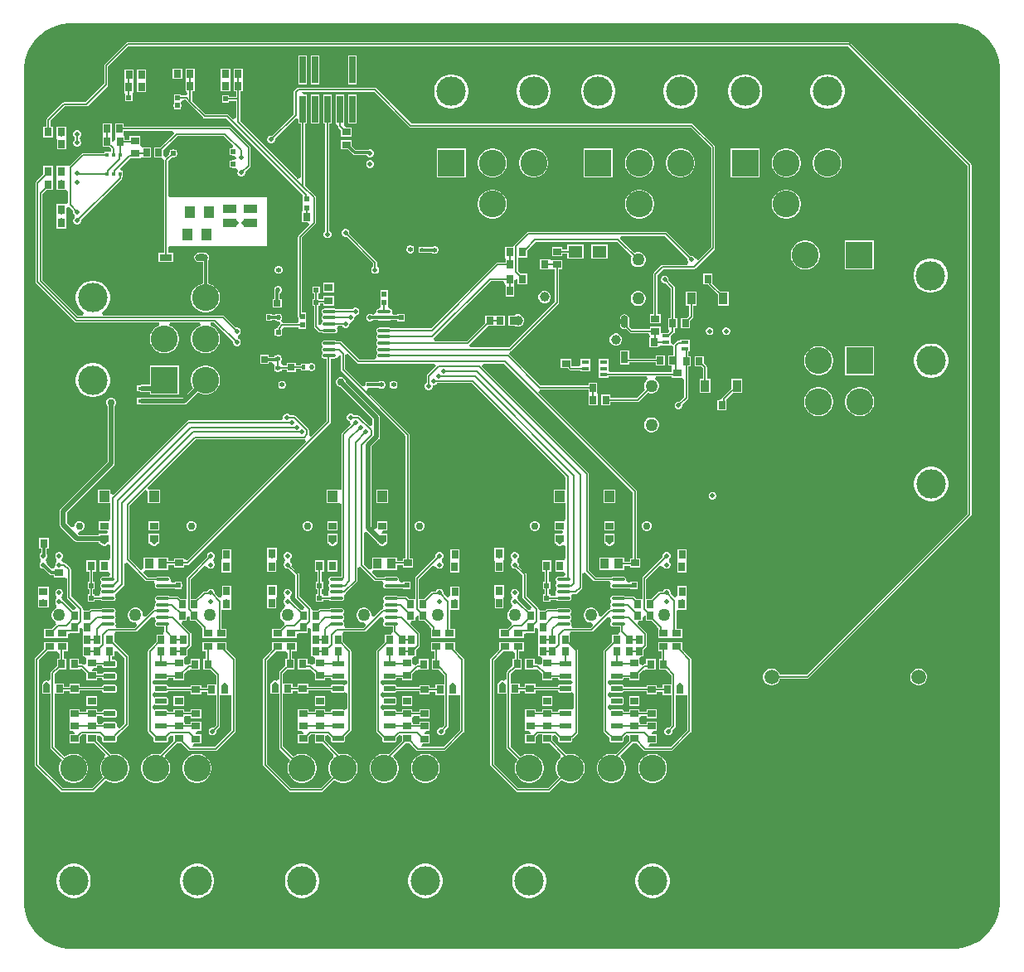
<source format=gbl>
G04*
G04 #@! TF.GenerationSoftware,Altium Limited,Altium Designer,24.4.1 (13)*
G04*
G04 Layer_Physical_Order=4*
G04 Layer_Color=16711680*
%FSLAX44Y44*%
%MOMM*%
G71*
G04*
G04 #@! TF.SameCoordinates,D7575A33-01EC-4171-9A11-0C774D8D2981*
G04*
G04*
G04 #@! TF.FilePolarity,Positive*
G04*
G01*
G75*
%ADD13C,0.5000*%
%ADD15C,0.2000*%
%ADD20C,0.3000*%
%ADD25R,0.5200X0.5200*%
%ADD27R,0.5200X0.5200*%
%ADD33R,0.9500X0.8000*%
%ADD35R,0.5500X0.5500*%
%ADD43R,0.7500X0.8500*%
%ADD44R,0.7000X0.8500*%
%ADD45R,0.8000X0.4000*%
%ADD50C,0.7500*%
%ADD60C,2.7500*%
%ADD61R,2.7500X2.7500*%
%ADD62C,3.0000*%
%ADD64R,2.7500X2.7500*%
%ADD66C,2.7534*%
%ADD67R,2.7534X2.7534*%
%ADD68C,2.9972*%
%ADD74R,0.6500X2.7700*%
%ADD75C,1.5080*%
%ADD76C,0.5000*%
%ADD77C,1.2700*%
%ADD78C,1.0000*%
%ADD79C,4.0000*%
%ADD80R,0.3500X0.4500*%
%ADD81R,0.8500X0.7500*%
%ADD82R,0.4000X0.5000*%
%ADD83R,0.8000X0.9500*%
%ADD84R,0.8500X0.7000*%
%ADD85R,0.7000X0.4200*%
%ADD86O,1.4000X0.3500*%
%ADD87R,1.0500X1.1500*%
%ADD88R,1.3082X0.7621*%
G04:AMPARAMS|DCode=89|XSize=1.3082mm|YSize=0.7621mm|CornerRadius=0.3811mm|HoleSize=0mm|Usage=FLASHONLY|Rotation=0.000|XOffset=0mm|YOffset=0mm|HoleType=Round|Shape=RoundedRectangle|*
%AMROUNDEDRECTD89*
21,1,1.3082,0.0000,0,0,0.0*
21,1,0.5461,0.7621,0,0,0.0*
1,1,0.7621,0.2730,0.0000*
1,1,0.7621,-0.2730,0.0000*
1,1,0.7621,-0.2730,0.0000*
1,1,0.7621,0.2730,0.0000*
%
%ADD89ROUNDEDRECTD89*%
%ADD90R,1.3500X0.9500*%
%ADD91R,1.0000X1.2500*%
%ADD92R,0.5000X0.4000*%
%ADD93R,0.6725X0.7154*%
%ADD94R,0.7154X0.6725*%
%ADD95R,1.4562X1.2546*%
%ADD96R,0.9500X1.0500*%
%ADD97R,0.8621X0.7565*%
G04:AMPARAMS|DCode=98|XSize=0.55mm|YSize=1.25mm|CornerRadius=0.0495mm|HoleSize=0mm|Usage=FLASHONLY|Rotation=90.000|XOffset=0mm|YOffset=0mm|HoleType=Round|Shape=RoundedRectangle|*
%AMROUNDEDRECTD98*
21,1,0.5500,1.1510,0,0,90.0*
21,1,0.4510,1.2500,0,0,90.0*
1,1,0.0990,0.5755,0.2255*
1,1,0.0990,0.5755,-0.2255*
1,1,0.0990,-0.5755,-0.2255*
1,1,0.0990,-0.5755,0.2255*
%
%ADD98ROUNDEDRECTD98*%
G04:AMPARAMS|DCode=99|XSize=1.3082mm|YSize=0.7621mm|CornerRadius=0.3811mm|HoleSize=0mm|Usage=FLASHONLY|Rotation=90.000|XOffset=0mm|YOffset=0mm|HoleType=Round|Shape=RoundedRectangle|*
%AMROUNDEDRECTD99*
21,1,1.3082,0.0000,0,0,90.0*
21,1,0.5461,0.7621,0,0,90.0*
1,1,0.7621,0.0000,0.2730*
1,1,0.7621,0.0000,-0.2730*
1,1,0.7621,0.0000,-0.2730*
1,1,0.7621,0.0000,0.2730*
%
%ADD99ROUNDEDRECTD99*%
%ADD100R,0.7621X1.3082*%
%ADD101R,0.9100X1.2200*%
G36*
X959377Y947140D02*
X965450Y945513D01*
X971258Y943107D01*
X976703Y939964D01*
X981691Y936136D01*
X986136Y931691D01*
X989964Y926703D01*
X993107Y921258D01*
X995513Y915450D01*
X997140Y909377D01*
X997961Y903143D01*
Y900000D01*
Y50000D01*
Y46856D01*
X997140Y40623D01*
X995513Y34550D01*
X993107Y28742D01*
X989964Y23297D01*
X986136Y18309D01*
X981691Y13864D01*
X976703Y10036D01*
X971258Y6893D01*
X965450Y4487D01*
X959377Y2860D01*
X953143Y2039D01*
X46856D01*
X40623Y2860D01*
X34550Y4487D01*
X28742Y6893D01*
X23297Y10036D01*
X18309Y13864D01*
X13864Y18309D01*
X10036Y23297D01*
X6893Y28742D01*
X4487Y34550D01*
X2860Y40623D01*
X2039Y46856D01*
Y50000D01*
X2039Y900000D01*
Y903143D01*
X2860Y909377D01*
X4487Y915450D01*
X6893Y921258D01*
X10036Y926703D01*
X13864Y931691D01*
X18309Y936136D01*
X23297Y939964D01*
X28742Y943107D01*
X34550Y945513D01*
X40623Y947140D01*
X46856Y947961D01*
X50000Y947961D01*
X953143D01*
X959377Y947140D01*
D02*
G37*
%LPC*%
G36*
X163016Y901516D02*
X153484D01*
Y890984D01*
X163016D01*
Y901516D01*
D02*
G37*
G36*
X113516Y900766D02*
X104484D01*
Y890234D01*
X104484D01*
X103984Y888119D01*
X103984Y888119D01*
X103984Y887441D01*
Y877587D01*
X103984D01*
X105134Y875366D01*
Y868134D01*
X112366D01*
Y875366D01*
X113516Y877587D01*
X113516D01*
Y888119D01*
X113516D01*
X113516Y890234D01*
X113516D01*
Y900766D01*
D02*
G37*
G36*
X341316Y915166D02*
X332784D01*
Y885434D01*
X341316D01*
Y915166D01*
D02*
G37*
G36*
X303216D02*
X294684D01*
Y885434D01*
X303216D01*
Y915166D01*
D02*
G37*
G36*
X290516D02*
X281984D01*
Y885434D01*
X290516D01*
Y915166D01*
D02*
G37*
G36*
X212266Y901516D02*
X202734D01*
Y891966D01*
X202734Y890984D01*
X202734Y888221D01*
Y878434D01*
X212266D01*
Y887984D01*
X212266Y888966D01*
X212266Y891966D01*
Y901516D01*
D02*
G37*
G36*
X126016Y900766D02*
X116984D01*
Y891119D01*
X116984Y888119D01*
X116984Y887234D01*
Y877587D01*
X126516D01*
Y887441D01*
X126516Y888119D01*
X126016Y890912D01*
Y891119D01*
Y900766D01*
D02*
G37*
G36*
X823724Y895500D02*
X820276D01*
X816896Y894828D01*
X813711Y893509D01*
X810844Y891593D01*
X808407Y889156D01*
X806492Y886290D01*
X805173Y883105D01*
X804500Y879724D01*
Y876277D01*
X805173Y872896D01*
X806492Y869711D01*
X808407Y866845D01*
X810844Y864407D01*
X813711Y862492D01*
X816896Y861173D01*
X820276Y860500D01*
X823724D01*
X827105Y861173D01*
X830290Y862492D01*
X833156Y864407D01*
X835593Y866845D01*
X837508Y869711D01*
X838828Y872896D01*
X839500Y876277D01*
Y879724D01*
X838828Y883105D01*
X837508Y886290D01*
X835593Y889156D01*
X833156Y891593D01*
X830290Y893509D01*
X827105Y894828D01*
X823724Y895500D01*
D02*
G37*
G36*
X739723D02*
X736276D01*
X732895Y894828D01*
X729710Y893509D01*
X726844Y891593D01*
X724407Y889156D01*
X722492Y886290D01*
X721172Y883105D01*
X720500Y879724D01*
Y876277D01*
X721172Y872896D01*
X722492Y869711D01*
X724407Y866845D01*
X726844Y864407D01*
X729710Y862492D01*
X732895Y861173D01*
X736276Y860500D01*
X739723D01*
X743104Y861173D01*
X746289Y862492D01*
X749155Y864407D01*
X751593Y866845D01*
X753508Y869711D01*
X754827Y872896D01*
X755500Y876277D01*
Y879724D01*
X754827Y883105D01*
X753508Y886290D01*
X751593Y889156D01*
X749155Y891593D01*
X746289Y893509D01*
X743104Y894828D01*
X739723Y895500D01*
D02*
G37*
G36*
X523724D02*
X520276D01*
X516895Y894828D01*
X513711Y893509D01*
X510844Y891593D01*
X508407Y889156D01*
X506492Y886290D01*
X505173Y883105D01*
X504500Y879724D01*
Y876277D01*
X505173Y872896D01*
X506492Y869711D01*
X508407Y866845D01*
X510844Y864407D01*
X513711Y862492D01*
X516895Y861173D01*
X520276Y860500D01*
X523724D01*
X527105Y861173D01*
X530289Y862492D01*
X533156Y864407D01*
X535593Y866845D01*
X537508Y869711D01*
X538828Y872896D01*
X539500Y876277D01*
Y879724D01*
X538828Y883105D01*
X537508Y886290D01*
X535593Y889156D01*
X533156Y891593D01*
X530289Y893509D01*
X527105Y894828D01*
X523724Y895500D01*
D02*
G37*
G36*
X439724D02*
X436277D01*
X432896Y894828D01*
X429711Y893509D01*
X426845Y891593D01*
X424407Y889156D01*
X422492Y886290D01*
X421173Y883105D01*
X420500Y879724D01*
Y876277D01*
X421173Y872896D01*
X422492Y869711D01*
X424407Y866845D01*
X426845Y864407D01*
X429711Y862492D01*
X432896Y861173D01*
X436277Y860500D01*
X439724D01*
X443105Y861173D01*
X446290Y862492D01*
X449156Y864407D01*
X451593Y866845D01*
X453508Y869711D01*
X454828Y872896D01*
X455500Y876277D01*
Y879724D01*
X454828Y883105D01*
X453508Y886290D01*
X451593Y889156D01*
X449156Y891593D01*
X446290Y893509D01*
X443105Y894828D01*
X439724Y895500D01*
D02*
G37*
G36*
X673723Y895500D02*
X670276D01*
X666895Y894828D01*
X663710Y893509D01*
X660844Y891593D01*
X658407Y889156D01*
X656491Y886290D01*
X655172Y883105D01*
X654500Y879724D01*
Y876277D01*
X655172Y872896D01*
X656491Y869711D01*
X658407Y866845D01*
X660844Y864407D01*
X663710Y862492D01*
X666895Y861173D01*
X670276Y860500D01*
X673723D01*
X677104Y861173D01*
X680289Y862492D01*
X683155Y864407D01*
X685593Y866845D01*
X687508Y869711D01*
X688827Y872896D01*
X689500Y876277D01*
Y879724D01*
X688827Y883105D01*
X687508Y886290D01*
X685593Y889156D01*
X683155Y891593D01*
X680289Y893509D01*
X677104Y894828D01*
X673723Y895500D01*
D02*
G37*
G36*
X589724D02*
X586276D01*
X582895Y894828D01*
X579711Y893509D01*
X576844Y891593D01*
X574407Y889156D01*
X572492Y886290D01*
X571172Y883105D01*
X570500Y879724D01*
Y876277D01*
X571172Y872896D01*
X572492Y869711D01*
X574407Y866845D01*
X576844Y864407D01*
X579711Y862492D01*
X582895Y861173D01*
X586276Y860500D01*
X589724D01*
X593105Y861173D01*
X596289Y862492D01*
X599156Y864407D01*
X601593Y866845D01*
X603508Y869711D01*
X604827Y872896D01*
X605500Y876277D01*
Y879724D01*
X604827Y883105D01*
X603508Y886290D01*
X601593Y889156D01*
X599156Y891593D01*
X596289Y893509D01*
X593105Y894828D01*
X589724Y895500D01*
D02*
G37*
G36*
X341316Y874866D02*
X332784D01*
Y845134D01*
X341316D01*
Y874866D01*
D02*
G37*
G36*
X303216D02*
X294684D01*
Y845134D01*
X303216D01*
Y874866D01*
D02*
G37*
G36*
X328616D02*
X320084D01*
Y845134D01*
X320454D01*
X322295Y842900D01*
X322451Y842113D01*
X322896Y841447D01*
X325484Y838859D01*
Y831734D01*
X336016D01*
Y841266D01*
X330775D01*
X328405Y844065D01*
X328616Y845134D01*
X328616D01*
Y874866D01*
D02*
G37*
G36*
X103516Y845266D02*
X94484D01*
Y834809D01*
X94484Y834734D01*
X94984Y831941D01*
X94984Y831734D01*
Y828267D01*
X91984Y826664D01*
X91516Y826976D01*
Y831941D01*
X91516Y832016D01*
X91516Y832016D01*
X91016Y834734D01*
X91016D01*
Y845266D01*
X81984D01*
Y834734D01*
X81984D01*
X81984Y832016D01*
X81984D01*
Y821484D01*
X88609D01*
X90827Y819266D01*
X90664Y817843D01*
X89516Y816266D01*
X87484Y816266D01*
X83984D01*
Y815055D01*
X61750D01*
X61750Y815055D01*
X60963Y814899D01*
X60297Y814454D01*
X48016Y802173D01*
X45016Y802266D01*
X44520Y802266D01*
X34984D01*
Y791766D01*
X34984Y790734D01*
X34984Y787867D01*
Y777234D01*
X43945D01*
X45016Y777234D01*
X46944Y775033D01*
Y765217D01*
X45016Y763016D01*
X43945Y763016D01*
X34984D01*
Y752516D01*
X34984Y749516D01*
X34984Y748484D01*
Y737984D01*
X45016D01*
Y748484D01*
X45016Y751484D01*
X45016Y752516D01*
Y758934D01*
X46168Y759668D01*
X48016Y760077D01*
X52087Y756006D01*
X52000Y755796D01*
Y754204D01*
X52609Y752734D01*
X53007Y752336D01*
X53460Y750500D01*
X53007Y748663D01*
X52609Y748265D01*
X52000Y746795D01*
Y745204D01*
X52609Y743734D01*
X53734Y742609D01*
X55204Y742000D01*
X56796D01*
X58266Y742609D01*
X59391Y743734D01*
X60000Y745204D01*
Y746795D01*
X59913Y747006D01*
X100957Y788050D01*
X100957Y788050D01*
X101403Y788717D01*
X101559Y789503D01*
Y790234D01*
X102516D01*
Y796766D01*
X100915D01*
X99673Y799766D01*
X109851Y809945D01*
X112000D01*
X112000Y809944D01*
X112199Y809984D01*
X119441D01*
X120016Y809984D01*
X120016Y809984D01*
X122234Y810484D01*
Y810484D01*
X131266D01*
Y821016D01*
X124634D01*
X122234Y821016D01*
X121871Y821299D01*
X120016Y823138D01*
X120016Y825953D01*
Y832516D01*
X109484D01*
Y828805D01*
X104516D01*
Y832016D01*
X104197D01*
X103516Y834734D01*
X103516Y834945D01*
X103688Y837944D01*
X153545D01*
X154788Y834945D01*
X140859Y821016D01*
X134734D01*
Y810484D01*
X141331D01*
X142509Y810484D01*
X143304Y809841D01*
X144709Y807875D01*
X144694Y807803D01*
X144694Y807803D01*
Y713327D01*
X139193D01*
Y703673D01*
X154307D01*
Y713327D01*
X148806D01*
Y717495D01*
X150000Y720000D01*
X151805Y720000D01*
X250000D01*
Y770000D01*
X151805D01*
X150000Y770000D01*
X148806Y772505D01*
Y806952D01*
X152942Y811088D01*
X153153Y811001D01*
X154744D01*
X155671Y811385D01*
X157564D01*
Y813279D01*
X157948Y814206D01*
Y815797D01*
X157564Y816724D01*
Y818617D01*
X155671D01*
X154744Y819001D01*
X153153D01*
X152226Y818617D01*
X150332D01*
Y816724D01*
X149948Y815797D01*
Y814206D01*
X150035Y813995D01*
X146766Y810726D01*
X143766Y811969D01*
X143766Y812963D01*
Y818109D01*
X158351Y832694D01*
X206149D01*
X215342Y823501D01*
X214991Y821975D01*
X214261Y820339D01*
X213725Y820117D01*
X211832D01*
Y818224D01*
X211448Y817297D01*
Y815706D01*
X211832Y814779D01*
Y812885D01*
X213725D01*
X214653Y812501D01*
X216244D01*
X218429Y810334D01*
X218439Y809981D01*
X217357Y808881D01*
X215797Y807751D01*
X214653D01*
X213725Y807367D01*
X211832D01*
Y805474D01*
X211448Y804547D01*
Y802956D01*
X211832Y802029D01*
Y800135D01*
X213725D01*
X214653Y799751D01*
X216244D01*
X216333Y799788D01*
X216355Y799794D01*
X217776Y800004D01*
X218220Y799890D01*
X218568Y799764D01*
X220000Y797415D01*
X219746Y796394D01*
X219710Y796303D01*
X219500Y795796D01*
Y794204D01*
X220109Y792734D01*
X221234Y791609D01*
X222704Y791000D01*
X224296D01*
X225766Y791609D01*
X226891Y792734D01*
X227500Y794204D01*
Y795796D01*
X227413Y796006D01*
X232453Y801047D01*
X232899Y801713D01*
X233055Y802500D01*
X233055Y802500D01*
Y820500D01*
X232899Y821287D01*
X232453Y821954D01*
X232453Y821954D01*
X212953Y841453D01*
X212287Y841899D01*
X211500Y842056D01*
X211500Y842056D01*
X103516D01*
Y845266D01*
D02*
G37*
G36*
X56796Y838500D02*
X55204D01*
X53734Y837891D01*
X52609Y836766D01*
X52000Y835295D01*
Y833704D01*
X52609Y832234D01*
X53093Y831750D01*
X53485Y830000D01*
X53093Y828250D01*
X52609Y827766D01*
X52000Y826296D01*
Y824704D01*
X52609Y823234D01*
X53734Y822109D01*
X55204Y821500D01*
X56796D01*
X58266Y822109D01*
X59391Y823234D01*
X60000Y824704D01*
Y826296D01*
X59391Y827766D01*
X58907Y828250D01*
X58514Y830000D01*
X58907Y831750D01*
X59391Y832234D01*
X60000Y833704D01*
Y835295D01*
X59391Y836766D01*
X58266Y837891D01*
X56796Y838500D01*
D02*
G37*
G36*
X45016Y842266D02*
X34984D01*
Y832162D01*
X34984Y830734D01*
X35234Y827838D01*
Y818734D01*
X44766D01*
Y827838D01*
X45016Y830734D01*
X45016Y832162D01*
Y842266D01*
D02*
G37*
G36*
X336016Y828266D02*
X325484D01*
Y818734D01*
X332388D01*
X337553Y813569D01*
X338386Y813013D01*
X339367Y812817D01*
X351575D01*
X351609Y812734D01*
X352734Y811609D01*
X354204Y811000D01*
X355796D01*
X357266Y811609D01*
X358391Y812734D01*
X359000Y814204D01*
Y815796D01*
X358391Y817266D01*
X357266Y818391D01*
X355796Y819000D01*
X354204D01*
X352734Y818391D01*
X352291Y817948D01*
X340430D01*
X336016Y822362D01*
Y828266D01*
D02*
G37*
G36*
X355796Y807750D02*
X354204D01*
X352734Y807141D01*
X351609Y806016D01*
X351000Y804546D01*
Y802954D01*
X351609Y801484D01*
X352734Y800359D01*
X354204Y799750D01*
X355796D01*
X357266Y800359D01*
X358391Y801484D01*
X359000Y802954D01*
Y804546D01*
X358391Y806016D01*
X357266Y807141D01*
X355796Y807750D01*
D02*
G37*
G36*
X823454Y819766D02*
X820546D01*
X817693Y819199D01*
X815006Y818085D01*
X812587Y816470D01*
X810531Y814413D01*
X808915Y811994D01*
X807802Y809307D01*
X807234Y806454D01*
Y803546D01*
X807802Y800693D01*
X808915Y798006D01*
X810531Y795587D01*
X812587Y793531D01*
X815006Y791915D01*
X817693Y790801D01*
X820546Y790234D01*
X823454D01*
X826307Y790801D01*
X828994Y791915D01*
X831413Y793531D01*
X833470Y795587D01*
X835086Y798006D01*
X836199Y800693D01*
X836766Y803546D01*
Y806454D01*
X836199Y809307D01*
X835086Y811994D01*
X833470Y814413D01*
X831413Y816470D01*
X828994Y818085D01*
X826307Y819199D01*
X823454Y819766D01*
D02*
G37*
G36*
X781454D02*
X778546D01*
X775693Y819199D01*
X773006Y818085D01*
X770587Y816470D01*
X768531Y814413D01*
X766915Y811994D01*
X765802Y809307D01*
X765234Y806454D01*
Y803546D01*
X765802Y800693D01*
X766915Y798006D01*
X768531Y795587D01*
X770587Y793531D01*
X773006Y791915D01*
X775693Y790801D01*
X778546Y790234D01*
X781454D01*
X784307Y790801D01*
X786994Y791915D01*
X789413Y793531D01*
X791470Y795587D01*
X793086Y798006D01*
X794199Y800693D01*
X794766Y803546D01*
Y806454D01*
X794199Y809307D01*
X793086Y811994D01*
X791470Y814413D01*
X789413Y816470D01*
X786994Y818085D01*
X784307Y819199D01*
X781454Y819766D01*
D02*
G37*
G36*
X752766D02*
X723234D01*
Y790234D01*
X752766D01*
Y819766D01*
D02*
G37*
G36*
X523454D02*
X520546D01*
X517693Y819199D01*
X515006Y818085D01*
X512587Y816470D01*
X510531Y814413D01*
X508915Y811994D01*
X507802Y809307D01*
X507234Y806454D01*
Y803546D01*
X507802Y800693D01*
X508915Y798006D01*
X510531Y795587D01*
X512587Y793531D01*
X515006Y791915D01*
X517693Y790801D01*
X520546Y790234D01*
X523454D01*
X526307Y790801D01*
X528994Y791915D01*
X531413Y793531D01*
X533470Y795587D01*
X535085Y798006D01*
X536199Y800693D01*
X536766Y803546D01*
Y806454D01*
X536199Y809307D01*
X535085Y811994D01*
X533470Y814413D01*
X531413Y816470D01*
X528994Y818085D01*
X526307Y819199D01*
X523454Y819766D01*
D02*
G37*
G36*
X481454D02*
X478546D01*
X475693Y819199D01*
X473006Y818085D01*
X470587Y816470D01*
X468531Y814413D01*
X466915Y811994D01*
X465802Y809307D01*
X465234Y806454D01*
Y803546D01*
X465802Y800693D01*
X466915Y798006D01*
X468531Y795587D01*
X470587Y793531D01*
X473006Y791915D01*
X475693Y790801D01*
X478546Y790234D01*
X481454D01*
X484307Y790801D01*
X486994Y791915D01*
X489413Y793531D01*
X491470Y795587D01*
X493086Y798006D01*
X494199Y800693D01*
X494766Y803546D01*
Y806454D01*
X494199Y809307D01*
X493086Y811994D01*
X491470Y814413D01*
X489413Y816470D01*
X486994Y818085D01*
X484307Y819199D01*
X481454Y819766D01*
D02*
G37*
G36*
X452766D02*
X423234D01*
Y790234D01*
X452766D01*
Y819766D01*
D02*
G37*
G36*
X673454Y819766D02*
X670546D01*
X667693Y819199D01*
X665005Y818085D01*
X662587Y816470D01*
X660530Y814413D01*
X658914Y811994D01*
X657801Y809307D01*
X657234Y806454D01*
Y803546D01*
X657801Y800693D01*
X658914Y798006D01*
X660530Y795587D01*
X662587Y793531D01*
X665005Y791915D01*
X667693Y790801D01*
X670546Y790234D01*
X673454D01*
X676307Y790801D01*
X678994Y791915D01*
X681413Y793531D01*
X683469Y795587D01*
X685085Y798006D01*
X686198Y800693D01*
X686766Y803546D01*
Y806454D01*
X686198Y809307D01*
X685085Y811994D01*
X683469Y814413D01*
X681413Y816470D01*
X678994Y818085D01*
X676307Y819199D01*
X673454Y819766D01*
D02*
G37*
G36*
X631454D02*
X628546D01*
X625693Y819199D01*
X623006Y818085D01*
X620587Y816470D01*
X618530Y814413D01*
X616914Y811994D01*
X615801Y809307D01*
X615234Y806454D01*
Y803546D01*
X615801Y800693D01*
X616914Y798006D01*
X618530Y795587D01*
X620587Y793531D01*
X623006Y791915D01*
X625693Y790801D01*
X628546Y790234D01*
X631454D01*
X634307Y790801D01*
X636994Y791915D01*
X639413Y793531D01*
X641469Y795587D01*
X643085Y798006D01*
X644199Y800693D01*
X644766Y803546D01*
Y806454D01*
X644199Y809307D01*
X643085Y811994D01*
X641469Y814413D01*
X639413Y816470D01*
X636994Y818085D01*
X634307Y819199D01*
X631454Y819766D01*
D02*
G37*
G36*
X602766D02*
X573234D01*
Y790234D01*
X602766D01*
Y819766D01*
D02*
G37*
G36*
X781454Y777766D02*
X778546D01*
X775693Y777199D01*
X773006Y776086D01*
X770587Y774470D01*
X768531Y772413D01*
X766915Y769995D01*
X765802Y767307D01*
X765234Y764454D01*
Y761546D01*
X765802Y758693D01*
X766915Y756006D01*
X768531Y753587D01*
X770587Y751531D01*
X773006Y749915D01*
X775693Y748802D01*
X778546Y748234D01*
X781454D01*
X784307Y748802D01*
X786994Y749915D01*
X789413Y751531D01*
X791470Y753587D01*
X793086Y756006D01*
X794199Y758693D01*
X794766Y761546D01*
Y764454D01*
X794199Y767307D01*
X793086Y769995D01*
X791470Y772413D01*
X789413Y774470D01*
X786994Y776086D01*
X784307Y777199D01*
X781454Y777766D01*
D02*
G37*
G36*
X481454D02*
X478546D01*
X475693Y777199D01*
X473006Y776086D01*
X470587Y774470D01*
X468531Y772413D01*
X466915Y769995D01*
X465802Y767307D01*
X465234Y764454D01*
Y761546D01*
X465802Y758693D01*
X466915Y756006D01*
X468531Y753587D01*
X470587Y751531D01*
X473006Y749915D01*
X475693Y748802D01*
X478546Y748234D01*
X481454D01*
X484307Y748802D01*
X486994Y749915D01*
X489413Y751531D01*
X491470Y753587D01*
X493086Y756006D01*
X494199Y758693D01*
X494766Y761546D01*
Y764454D01*
X494199Y767307D01*
X493086Y769995D01*
X491470Y772413D01*
X489413Y774470D01*
X486994Y776086D01*
X484307Y777199D01*
X481454Y777766D01*
D02*
G37*
G36*
X631454Y777766D02*
X628546D01*
X625693Y777199D01*
X623006Y776086D01*
X620587Y774470D01*
X618530Y772413D01*
X616914Y769995D01*
X615801Y767307D01*
X615234Y764454D01*
Y761546D01*
X615801Y758693D01*
X616914Y756006D01*
X618530Y753587D01*
X620587Y751531D01*
X623006Y749915D01*
X625693Y748802D01*
X628546Y748234D01*
X631454D01*
X634307Y748802D01*
X636994Y749915D01*
X639413Y751531D01*
X641469Y753587D01*
X643085Y756006D01*
X644199Y758693D01*
X644766Y761546D01*
Y764454D01*
X644199Y767307D01*
X643085Y769995D01*
X641469Y772413D01*
X639413Y774470D01*
X636994Y776086D01*
X634307Y777199D01*
X631454Y777766D01*
D02*
G37*
G36*
X315916Y874866D02*
X307384D01*
Y845134D01*
X309445D01*
Y735728D01*
X309234Y735641D01*
X308109Y734516D01*
X307500Y733046D01*
Y731454D01*
X308109Y729984D01*
X309234Y728859D01*
X310704Y728250D01*
X312296D01*
X313766Y728859D01*
X314891Y729984D01*
X315500Y731454D01*
Y733046D01*
X314891Y734516D01*
X313766Y735641D01*
X313556Y735728D01*
Y845134D01*
X315916D01*
Y874866D01*
D02*
G37*
G36*
X421796Y720250D02*
X420204D01*
X418734Y719641D01*
X418359Y719266D01*
X417484D01*
Y718815D01*
X412016D01*
Y719266D01*
X404984D01*
Y713234D01*
X412016D01*
Y713685D01*
X417484D01*
Y713234D01*
X418359D01*
X418734Y712859D01*
X420204Y712250D01*
X421796D01*
X423266Y712859D01*
X423641Y713234D01*
X424516D01*
Y714286D01*
X425000Y715454D01*
Y717046D01*
X424516Y718214D01*
Y719266D01*
X423641D01*
X423266Y719641D01*
X421796Y720250D01*
D02*
G37*
G36*
X572971Y721578D02*
X556377D01*
Y716344D01*
X551266D01*
Y719016D01*
X540734D01*
Y709484D01*
X551266D01*
Y712233D01*
X556377D01*
Y707000D01*
X572971D01*
Y721578D01*
D02*
G37*
G36*
X396796Y720750D02*
X395204D01*
X393734Y720141D01*
X393359Y719766D01*
X392484D01*
Y718714D01*
X392000Y717546D01*
Y715954D01*
X392484Y714786D01*
Y713734D01*
X393359D01*
X393734Y713359D01*
X395204Y712750D01*
X396796D01*
X398266Y713359D01*
X398641Y713734D01*
X399516D01*
Y714786D01*
X400000Y715954D01*
Y717546D01*
X399516Y718714D01*
Y719766D01*
X398641D01*
X398266Y720141D01*
X396796Y720750D01*
D02*
G37*
G36*
X597472Y721578D02*
X580877D01*
Y707000D01*
X597472D01*
Y721578D01*
D02*
G37*
G36*
X176016Y901516D02*
X166484D01*
Y890984D01*
X166484D01*
X166484Y889016D01*
X166484D01*
Y878484D01*
X167528D01*
X168016Y877724D01*
X168386Y876406D01*
X168278Y876160D01*
X166438Y873805D01*
X161866D01*
Y875366D01*
X154634D01*
X154634Y868134D01*
X154514Y865184D01*
X154250Y864546D01*
Y862954D01*
X154634Y862027D01*
Y860134D01*
X156527D01*
X157454Y859750D01*
X159046D01*
X159973Y860134D01*
X161866D01*
Y862027D01*
X162250Y862954D01*
Y864546D01*
X161986Y865184D01*
X161898Y867353D01*
X163507Y869433D01*
X166543Y869550D01*
X169796Y866297D01*
X169796Y866297D01*
X184797Y851296D01*
X185463Y850851D01*
X186250Y850695D01*
X186250Y850695D01*
X208649D01*
X284889Y774454D01*
X286234Y772016D01*
X286234D01*
X286234Y772016D01*
X286234Y763750D01*
X286234Y761484D01*
Y755484D01*
X285484Y755266D01*
Y744734D01*
X291334D01*
X292577Y741734D01*
X282047Y731204D01*
X281601Y730537D01*
X281444Y729750D01*
X281444Y729750D01*
Y648250D01*
X281601Y647463D01*
X282047Y646796D01*
X282084Y646771D01*
X282084Y644484D01*
Y643427D01*
X279963Y641305D01*
X266654D01*
X266350Y641305D01*
X264770Y643041D01*
X264366Y644159D01*
X264366Y644359D01*
X264741Y644734D01*
X265350Y646204D01*
Y647795D01*
X264741Y649266D01*
X264366Y649641D01*
Y650516D01*
X263314D01*
X262146Y651000D01*
X260554D01*
X259386Y650516D01*
X258334D01*
Y649641D01*
X258258Y649565D01*
X254764D01*
Y650516D01*
X248731D01*
Y643484D01*
X254764D01*
Y644435D01*
X258258D01*
X258334Y644359D01*
Y643484D01*
X259386D01*
X260554Y643000D01*
X262143Y643000D01*
X262163Y642978D01*
X263663Y641060D01*
X263706Y640648D01*
X263561Y640322D01*
X263561Y640322D01*
X263365Y640127D01*
X260997Y637758D01*
X260551Y637091D01*
X260394Y636304D01*
X257734Y635616D01*
Y633723D01*
X257350Y632796D01*
Y631204D01*
X257734Y630277D01*
Y628384D01*
X259627D01*
X260554Y628000D01*
X262146D01*
X263073Y628384D01*
X264966D01*
Y630277D01*
X265350Y631204D01*
Y632796D01*
X264966Y633723D01*
Y635616D01*
X267312Y637195D01*
X282084D01*
Y635484D01*
X289616D01*
X289616Y643750D01*
X289616Y646016D01*
Y652016D01*
X285555D01*
Y728899D01*
X299203Y742546D01*
X299203Y742546D01*
X299649Y743213D01*
X299806Y744000D01*
X299806Y744000D01*
Y769750D01*
X299806Y769750D01*
X299649Y770537D01*
X299203Y771204D01*
X299203Y771204D01*
X288305Y782101D01*
Y845134D01*
X290516D01*
Y874866D01*
X287289D01*
X285685Y877866D01*
X285738Y877944D01*
X358899D01*
X395047Y841796D01*
X395713Y841351D01*
X396500Y841195D01*
X396500Y841195D01*
X682399D01*
X703195Y820399D01*
Y718851D01*
X690100Y705757D01*
X687100Y707000D01*
Y707046D01*
X686491Y708516D01*
X685366Y709641D01*
X683896Y710250D01*
X682304D01*
X682094Y710163D01*
X658304Y733953D01*
X657637Y734399D01*
X656850Y734556D01*
X656850Y734556D01*
X516500D01*
X515713Y734399D01*
X515047Y733953D01*
X515047Y733953D01*
X502547Y721453D01*
X502101Y720787D01*
X501945Y720000D01*
X499268Y719016D01*
X492734D01*
Y709309D01*
X492734Y708484D01*
X492734Y708484D01*
X493234Y706516D01*
X493234Y706516D01*
Y703306D01*
X485250D01*
X485250Y703306D01*
X484463Y703149D01*
X483797Y702703D01*
X483797Y702703D01*
X417149Y636055D01*
X376652D01*
X375829Y636605D01*
X374750Y636820D01*
X364250D01*
X363171Y636605D01*
X362256Y635994D01*
X361645Y635079D01*
X361430Y634000D01*
X361645Y632921D01*
X361817Y632662D01*
X362256Y631834D01*
Y629666D01*
X361817Y628838D01*
X361645Y628579D01*
X361430Y627500D01*
X361645Y626421D01*
X361817Y626162D01*
X362256Y625334D01*
Y623166D01*
X361817Y622338D01*
X361645Y622079D01*
X361430Y621000D01*
X361645Y619921D01*
X361817Y619662D01*
X362256Y618834D01*
Y616666D01*
X361817Y615838D01*
X361645Y615579D01*
X361430Y614500D01*
X361645Y613421D01*
X361817Y613162D01*
X362256Y612334D01*
Y610166D01*
X361817Y609338D01*
X361645Y609079D01*
X361430Y608000D01*
X361568Y607305D01*
X361264Y606379D01*
X359812Y604305D01*
X344101D01*
X325953Y622453D01*
X325287Y622899D01*
X324500Y623056D01*
X324500Y623055D01*
X320652D01*
X319829Y623605D01*
X318750Y623820D01*
X308250D01*
X307171Y623605D01*
X306256Y622994D01*
X305644Y622079D01*
X305430Y621000D01*
X305644Y619921D01*
X305817Y619662D01*
X306256Y618834D01*
Y616666D01*
X305817Y615838D01*
X305644Y615579D01*
X305430Y614500D01*
X305644Y613421D01*
X305817Y613162D01*
X306256Y612334D01*
Y610166D01*
X305817Y609338D01*
X305644Y609079D01*
X305430Y608000D01*
X305644Y606921D01*
X306256Y606006D01*
X307171Y605395D01*
X308250Y605180D01*
X310637D01*
Y541044D01*
X294894Y525301D01*
X292554Y526860D01*
X292420Y527070D01*
X292556Y527750D01*
X292556Y527750D01*
Y532250D01*
X292556Y532250D01*
X292399Y533037D01*
X291954Y533703D01*
X279203Y546454D01*
X278537Y546899D01*
X277750Y547056D01*
X277750Y547056D01*
X273728D01*
X273641Y547266D01*
X272516Y548391D01*
X271046Y549000D01*
X269454D01*
X267984Y548391D01*
X266859Y547266D01*
X266250Y545796D01*
Y544204D01*
X263893Y542056D01*
X169750D01*
X168963Y541899D01*
X168297Y541454D01*
X168297Y541453D01*
X92766Y465923D01*
X89766Y467166D01*
Y470766D01*
X77234D01*
Y457234D01*
X89766Y457234D01*
X90039Y454347D01*
Y441489D01*
X88766Y439016D01*
X87039Y439016D01*
X78234D01*
Y429484D01*
X86124Y429484D01*
X87126Y427750D01*
X86124Y426016D01*
X78234D01*
Y424835D01*
X58331D01*
X57066Y426420D01*
X58594Y429230D01*
X59099D01*
X60944Y429995D01*
X62356Y431407D01*
X63120Y433252D01*
Y435249D01*
X62356Y437094D01*
X60944Y438506D01*
X59099Y439270D01*
X57101D01*
X55256Y438506D01*
X53844Y437094D01*
X53080Y435249D01*
Y433675D01*
X51951Y432825D01*
X50308Y432204D01*
X45335Y437177D01*
Y447515D01*
X93285Y495465D01*
X94062Y496628D01*
X94335Y498000D01*
Y556735D01*
X95006Y557406D01*
X95770Y559252D01*
Y561249D01*
X95006Y563094D01*
X93594Y564506D01*
X91749Y565270D01*
X89752D01*
X87906Y564506D01*
X86494Y563094D01*
X85730Y561249D01*
Y559252D01*
X86494Y557406D01*
X87165Y556735D01*
Y499485D01*
X39215Y451535D01*
X38438Y450372D01*
X38165Y449000D01*
Y435692D01*
X38438Y434320D01*
X39215Y433157D01*
X53657Y418715D01*
X54820Y417938D01*
X56192Y417665D01*
X78234D01*
Y416484D01*
X79446D01*
X79694Y416236D01*
X80109Y415234D01*
X81234Y414109D01*
X82704Y413500D01*
X84296D01*
X85766Y414109D01*
X86699Y415042D01*
X88245Y414873D01*
X89810Y414455D01*
X90039Y414011D01*
Y401739D01*
X88766Y399266D01*
X87039Y399266D01*
X78734D01*
Y387734D01*
X88078Y387734D01*
X89743Y385139D01*
X88927Y382570D01*
X82000D01*
X80921Y382355D01*
X80006Y381744D01*
X79395Y380829D01*
X79180Y379750D01*
X79395Y378671D01*
X79626Y378324D01*
X80006Y377600D01*
Y375400D01*
X79626Y374676D01*
X79395Y374329D01*
X79180Y373250D01*
X79395Y372171D01*
X79626Y371824D01*
X80006Y371100D01*
Y368900D01*
X79626Y368176D01*
X79395Y367829D01*
X79180Y366750D01*
X79395Y365671D01*
X79568Y365412D01*
X79572Y365392D01*
X78794Y363135D01*
X78246Y362401D01*
X73866D01*
Y364116D01*
X72305D01*
Y369634D01*
X73866D01*
Y376866D01*
X72305D01*
Y387734D01*
X75266D01*
Y399266D01*
X65234D01*
Y387734D01*
X68194D01*
Y376866D01*
X66634D01*
Y369634D01*
X68194D01*
Y364116D01*
X66634D01*
Y356884D01*
X73866D01*
Y358290D01*
X79983D01*
X80006Y358256D01*
X80921Y357644D01*
X82000Y357430D01*
X92500D01*
X93579Y357644D01*
X94494Y358256D01*
X95106Y359171D01*
X95320Y360250D01*
X95106Y361329D01*
X94933Y361588D01*
X94757Y361919D01*
X94784Y362436D01*
X95091Y363957D01*
X95514Y365170D01*
X95703Y365297D01*
X103453Y373047D01*
X103454Y373047D01*
X103899Y373713D01*
X104056Y374500D01*
X104056Y374500D01*
Y395795D01*
X107056Y397038D01*
X125796Y378297D01*
X125797Y378297D01*
X126463Y377851D01*
X127250Y377694D01*
X134310D01*
X135002Y376694D01*
X135633Y374712D01*
X135567Y374588D01*
X135394Y374329D01*
X135180Y373250D01*
X135394Y372171D01*
X136006Y371256D01*
X136921Y370645D01*
X138000Y370430D01*
X148500D01*
X149579Y370645D01*
X149782Y370780D01*
X155634D01*
Y369884D01*
X157527D01*
X158454Y369500D01*
X160046D01*
X160973Y369884D01*
X162866D01*
Y371777D01*
X163250Y372704D01*
Y374296D01*
X162866Y375223D01*
Y377116D01*
X160973D01*
X160046Y377500D01*
X158454D01*
X157527Y377116D01*
X155634D01*
Y375911D01*
X152722D01*
X151190Y378527D01*
X151153Y378911D01*
X151320Y379750D01*
X151105Y380829D01*
X150494Y381744D01*
X149579Y382355D01*
X148500Y382570D01*
X138000D01*
X136921Y382355D01*
X136098Y381805D01*
X128102D01*
X123630Y386277D01*
X124916Y389234D01*
X126245Y389234D01*
X134734D01*
X135266Y389234D01*
X137734D01*
X138266Y389234D01*
X149266D01*
Y394194D01*
X154984D01*
Y391734D01*
X165516D01*
Y394194D01*
X168750D01*
X168750Y394194D01*
X169537Y394351D01*
X170203Y394796D01*
X314146Y538739D01*
X314146Y538740D01*
X314592Y539406D01*
X314748Y540193D01*
Y605180D01*
X318750D01*
X319829Y605395D01*
X320744Y606006D01*
X321355Y606921D01*
X323909Y608363D01*
X324486Y608453D01*
X325195Y608033D01*
Y593531D01*
X325195Y593531D01*
X325351Y592745D01*
X325797Y592078D01*
X391445Y526430D01*
Y400766D01*
X388234D01*
Y398306D01*
X382516D01*
Y401766D01*
X371516D01*
X370984Y401766D01*
X368516D01*
X367984Y401766D01*
X356984D01*
Y391946D01*
X356984Y390415D01*
X354027Y389129D01*
X348555Y394601D01*
Y427236D01*
X351555Y428425D01*
X362284Y417696D01*
Y416484D01*
X363496D01*
X363744Y416236D01*
X364159Y415234D01*
X365284Y414109D01*
X366754Y413500D01*
X368346D01*
X369816Y414109D01*
X370941Y415234D01*
X371459Y416484D01*
X372816D01*
Y426016D01*
X366689D01*
X366376Y426484D01*
X367980Y429484D01*
X372816D01*
Y439016D01*
X362284D01*
Y432078D01*
X359284Y430836D01*
X356835Y433285D01*
Y515765D01*
X363785Y522715D01*
X364562Y523878D01*
X364835Y525250D01*
Y545000D01*
X364562Y546372D01*
X363785Y547535D01*
X330020Y581300D01*
Y582248D01*
X329256Y584094D01*
X327844Y585506D01*
X325999Y586270D01*
X324002D01*
X322156Y585506D01*
X320744Y584094D01*
X319980Y582248D01*
Y580251D01*
X320744Y578406D01*
X322156Y576994D01*
X324002Y576230D01*
X324950D01*
X357665Y543515D01*
Y537411D01*
X354893Y536263D01*
X344703Y546454D01*
X344037Y546899D01*
X343250Y547056D01*
X343250Y547056D01*
X338728D01*
X338641Y547266D01*
X337516Y548391D01*
X336046Y549000D01*
X334454D01*
X332984Y548391D01*
X331859Y547266D01*
X331250Y545796D01*
Y544204D01*
X331859Y542734D01*
X332984Y541609D01*
X334204Y541104D01*
X334786Y539879D01*
X335343Y538000D01*
X326297Y528954D01*
X325851Y528287D01*
X325695Y527500D01*
X325695Y527500D01*
Y471543D01*
X323016Y470766D01*
X322695Y470766D01*
X310484D01*
Y457234D01*
X322695D01*
X323016Y457234D01*
X325695Y456456D01*
Y382570D01*
X315250D01*
X314171Y382355D01*
X313256Y381744D01*
X312645Y380829D01*
X312430Y379750D01*
X312645Y378671D01*
X312876Y378324D01*
X313256Y377600D01*
Y375400D01*
X312876Y374676D01*
X312645Y374329D01*
X312430Y373250D01*
X312645Y372171D01*
X312876Y371824D01*
X313256Y371100D01*
Y368900D01*
X312876Y368176D01*
X312645Y367829D01*
X312430Y366750D01*
X312645Y365671D01*
X312818Y365412D01*
X312824Y365399D01*
X312045Y363135D01*
X311496Y362401D01*
X307116D01*
Y364116D01*
X305556D01*
Y369634D01*
X307116D01*
Y376866D01*
X305556D01*
Y387734D01*
X308516D01*
Y399266D01*
X298484D01*
Y387734D01*
X301445D01*
Y376866D01*
X299884D01*
Y369634D01*
X301445D01*
Y364116D01*
X299884D01*
Y356884D01*
X307116D01*
Y358290D01*
X313233D01*
X313256Y358256D01*
X314171Y357644D01*
X315250Y357430D01*
X325750D01*
X326829Y357644D01*
X327744Y358256D01*
X328356Y359170D01*
X328570Y360250D01*
X328356Y361329D01*
X328183Y361588D01*
X328134Y361871D01*
X328277Y362971D01*
X328544Y363705D01*
X329253Y364844D01*
X329287Y364851D01*
X329954Y365297D01*
X341454Y376796D01*
X341899Y377463D01*
X342056Y378250D01*
X342056Y378250D01*
Y391553D01*
X345010Y392287D01*
X345056Y392288D01*
X359047Y378296D01*
X359047Y378296D01*
X359714Y377851D01*
X360500Y377694D01*
X360500Y377694D01*
X367560D01*
X368253Y376693D01*
X368854Y374803D01*
X368817Y374588D01*
X368645Y374329D01*
X368430Y373250D01*
X368645Y372171D01*
X369256Y371256D01*
X370171Y370644D01*
X371250Y370430D01*
X381750D01*
X382829Y370644D01*
X383033Y370780D01*
X388884D01*
Y369884D01*
X390777D01*
X391704Y369500D01*
X393296D01*
X394223Y369884D01*
X396116D01*
Y371777D01*
X396500Y372704D01*
Y374296D01*
X396116Y375223D01*
Y377116D01*
X394223D01*
X393296Y377500D01*
X391704D01*
X390777Y377116D01*
X388884D01*
Y375911D01*
X385972D01*
X384440Y378527D01*
X384403Y378911D01*
X384570Y379750D01*
X384356Y380829D01*
X383744Y381744D01*
X382829Y382355D01*
X381750Y382570D01*
X371250D01*
X370171Y382355D01*
X369348Y381805D01*
X361352D01*
X356880Y386277D01*
X358166Y389234D01*
X359495Y389234D01*
X367984D01*
X368516Y389234D01*
X370984D01*
X371516Y389234D01*
X382516D01*
Y394194D01*
X388234D01*
Y391734D01*
X398766D01*
Y400766D01*
X395555D01*
Y527281D01*
X395555Y527281D01*
X395399Y528068D01*
X394953Y528735D01*
X351454Y572234D01*
X352697Y575234D01*
X357516D01*
Y575685D01*
X362984D01*
Y575234D01*
X363859D01*
X364234Y574859D01*
X365704Y574250D01*
X367296D01*
X368766Y574859D01*
X369141Y575234D01*
X370016D01*
Y576286D01*
X370500Y577454D01*
Y579046D01*
X370016Y580214D01*
Y581266D01*
X369141D01*
X368766Y581641D01*
X367296Y582250D01*
X365704D01*
X364234Y581641D01*
X363859Y581266D01*
X362984D01*
Y580815D01*
X357516D01*
Y581266D01*
X350484D01*
Y577447D01*
X347484Y576204D01*
X329305Y594383D01*
Y609045D01*
X332279Y610314D01*
X341796Y600797D01*
X341796Y600797D01*
X342463Y600351D01*
X343250Y600195D01*
X343250Y600195D01*
X421045D01*
X422288Y597195D01*
X413546Y588453D01*
X413101Y587787D01*
X412944Y587000D01*
X412944Y587000D01*
Y580478D01*
X412734Y580391D01*
X411609Y579266D01*
X411000Y577796D01*
Y576204D01*
X411609Y574734D01*
X412734Y573609D01*
X414204Y573000D01*
X415796D01*
X417266Y573609D01*
X418391Y574734D01*
X419000Y576204D01*
X419184Y577817D01*
X420796Y578000D01*
X422266Y578609D01*
X423391Y579734D01*
X423478Y579944D01*
X458649D01*
X554695Y483899D01*
Y470766D01*
X542484D01*
Y457234D01*
X554695D01*
Y441735D01*
X554016Y439016D01*
X551695Y439016D01*
X543484D01*
Y429484D01*
X551030Y429484D01*
X552042Y427750D01*
X551030Y426017D01*
X543484D01*
Y416484D01*
X544841D01*
X545359Y415234D01*
X546484Y414109D01*
X547954Y413500D01*
X549546D01*
X551016Y414109D01*
X551695Y414788D01*
X553806Y414343D01*
X554665Y413884D01*
X554695Y413765D01*
Y401985D01*
X554016Y399266D01*
X551695Y399266D01*
X543984D01*
Y387734D01*
X552821Y387734D01*
X554170Y384798D01*
X553056Y382570D01*
X547250D01*
X546171Y382355D01*
X545256Y381744D01*
X544645Y380829D01*
X544430Y379750D01*
X544645Y378671D01*
X544877Y378324D01*
X545256Y377600D01*
Y375400D01*
X544877Y374676D01*
X544645Y374329D01*
X544430Y373250D01*
X544645Y372170D01*
X544876Y371824D01*
X545256Y371100D01*
Y368899D01*
X544876Y368176D01*
X544645Y367829D01*
X544430Y366750D01*
X544645Y365671D01*
X544817Y365412D01*
X544824Y365399D01*
X544043Y363134D01*
X543496Y362401D01*
X539116D01*
Y364116D01*
X537555D01*
Y369634D01*
X539116D01*
Y376866D01*
X537556D01*
Y387734D01*
X540516D01*
Y399266D01*
X530484D01*
Y387734D01*
X533445D01*
Y376866D01*
X531884D01*
Y369634D01*
X533444D01*
Y364116D01*
X531884D01*
Y356884D01*
X539116D01*
Y358290D01*
X545233D01*
X545256Y358256D01*
X546171Y357644D01*
X547250Y357430D01*
X557750D01*
X558829Y357644D01*
X559744Y358256D01*
X560356Y359171D01*
X560570Y360250D01*
X560356Y361329D01*
X560183Y361587D01*
X560146Y361803D01*
X560748Y363693D01*
X561441Y364694D01*
X565000D01*
X565000Y364694D01*
X565786Y364851D01*
X566453Y365296D01*
X571203Y370047D01*
X571203Y370047D01*
X571649Y370713D01*
X571805Y371500D01*
Y386053D01*
X574760Y386787D01*
X574805Y386788D01*
X583297Y378297D01*
X583297Y378297D01*
X583963Y377851D01*
X584750Y377694D01*
X584750Y377694D01*
X599560D01*
X600253Y376692D01*
X600854Y374803D01*
X600817Y374588D01*
X600644Y374329D01*
X600430Y373250D01*
X600644Y372170D01*
X601256Y371255D01*
X602171Y370644D01*
X603250Y370429D01*
X613750D01*
X614829Y370644D01*
X615033Y370780D01*
X620884D01*
Y369884D01*
X622777D01*
X623704Y369500D01*
X625296D01*
X626223Y369884D01*
X628116D01*
Y371777D01*
X628500Y372704D01*
Y374296D01*
X628116Y375223D01*
Y377116D01*
X626223D01*
X625296Y377500D01*
X623704D01*
X622777Y377116D01*
X620884D01*
Y375910D01*
X617971D01*
X616439Y378528D01*
X616403Y378910D01*
X616570Y379750D01*
X616356Y380829D01*
X615744Y381744D01*
X614829Y382355D01*
X613750Y382570D01*
X603250D01*
X602171Y382355D01*
X601348Y381805D01*
X585602D01*
X578306Y389101D01*
Y487500D01*
X578306Y487500D01*
X578149Y488287D01*
X577704Y488954D01*
X577703Y488954D01*
X469462Y597195D01*
X470705Y600195D01*
X491649D01*
X623445Y468399D01*
Y400766D01*
X620234D01*
Y397556D01*
X614516D01*
Y401766D01*
X603516D01*
X602984Y401766D01*
X600516D01*
X599984Y401766D01*
X588984D01*
Y389234D01*
X599984D01*
X600516Y389234D01*
X602984D01*
X603516Y389234D01*
X614516D01*
Y393445D01*
X620234D01*
Y391734D01*
X630766D01*
Y400766D01*
X627556D01*
Y469250D01*
X627399Y470037D01*
X626954Y470704D01*
X626953Y470704D01*
X527028Y570629D01*
X528047Y572977D01*
X528455Y573445D01*
X577984D01*
Y570234D01*
X577984D01*
X577984Y568266D01*
X577984D01*
Y557734D01*
X587516D01*
Y567441D01*
X587516Y568266D01*
X587516Y568266D01*
X587016Y570234D01*
X587016Y570234D01*
Y580766D01*
X577984D01*
Y577556D01*
X529101D01*
X497212Y609445D01*
X497213Y609490D01*
X497947Y612445D01*
X498250D01*
X498250Y612444D01*
X499037Y612601D01*
X499703Y613047D01*
X547453Y660797D01*
X547899Y661463D01*
X548055Y662250D01*
X548055Y662250D01*
Y696484D01*
X551266D01*
Y706016D01*
X540734D01*
Y706016D01*
X538266Y706516D01*
X538266Y706516D01*
X537941Y706516D01*
X528734D01*
Y695984D01*
X537941D01*
X538266Y695984D01*
X538266Y695984D01*
X540734Y696484D01*
Y696484D01*
X543945D01*
Y663101D01*
X497399Y616556D01*
X457197D01*
X456463Y619510D01*
X456463Y619556D01*
X475641Y638734D01*
X482266D01*
Y638734D01*
X483234D01*
Y638734D01*
X492766D01*
Y649266D01*
X483234D01*
Y649266D01*
X482266D01*
Y649266D01*
X472734D01*
Y641641D01*
X454149Y623055D01*
X420697D01*
X419963Y626010D01*
X419963Y626055D01*
X478351Y684445D01*
X491342D01*
X492734Y681444D01*
Y681234D01*
X492734Y681234D01*
X493234Y679228D01*
X493234Y679228D01*
Y668696D01*
X502266D01*
Y679228D01*
X502266D01*
X502266Y681234D01*
X502266D01*
Y684982D01*
X505266Y686586D01*
X505734Y686273D01*
Y681234D01*
X515266D01*
Y691766D01*
X508641D01*
X506055Y694351D01*
Y708484D01*
X515266D01*
Y715609D01*
X524352Y724695D01*
X607299D01*
X622008Y709985D01*
X621549Y709191D01*
X621030Y707253D01*
Y705247D01*
X621549Y703309D01*
X622552Y701571D01*
X623971Y700153D01*
X625709Y699149D01*
X627647Y698630D01*
X629653D01*
X631591Y699149D01*
X633329Y700153D01*
X634748Y701571D01*
X635751Y703309D01*
X636270Y705247D01*
Y707253D01*
X635751Y709191D01*
X634748Y710929D01*
X633329Y712347D01*
X631591Y713351D01*
X629653Y713870D01*
X627647D01*
X625709Y713351D01*
X624915Y712892D01*
X610363Y727445D01*
X611433Y730436D01*
X611440Y730444D01*
X655999D01*
X679187Y707256D01*
X679100Y707046D01*
Y705454D01*
X679709Y703984D01*
X679888Y703805D01*
X678645Y700806D01*
X653500D01*
X652713Y700649D01*
X652047Y700203D01*
X652047Y700203D01*
X644796Y692953D01*
X644351Y692287D01*
X644194Y691500D01*
X644194Y691500D01*
Y650266D01*
X640984D01*
Y641234D01*
X651516D01*
Y650266D01*
X648305D01*
Y690648D01*
X654351Y696694D01*
X686000D01*
X686000Y696694D01*
X686787Y696851D01*
X687454Y697297D01*
X706703Y716546D01*
X706703Y716546D01*
X707149Y717213D01*
X707306Y718000D01*
X707306Y718000D01*
Y821250D01*
X707306Y821250D01*
X707149Y822037D01*
X706703Y822703D01*
X706703Y822703D01*
X684704Y844704D01*
X684037Y845149D01*
X683250Y845305D01*
X683250Y845305D01*
X397351D01*
X361203Y881453D01*
X360537Y881899D01*
X359750Y882056D01*
X359750Y882056D01*
X281750D01*
X281750Y882056D01*
X280963Y881899D01*
X280296Y881453D01*
X280296Y881453D01*
X277547Y878704D01*
X277101Y878037D01*
X276945Y877250D01*
X276945Y877250D01*
Y854851D01*
X255006Y832913D01*
X254796Y833000D01*
X253204D01*
X251734Y832391D01*
X250609Y831266D01*
X250000Y829796D01*
Y828204D01*
X250609Y826734D01*
X251734Y825609D01*
X253204Y825000D01*
X254796D01*
X256266Y825609D01*
X257391Y826734D01*
X258000Y828204D01*
Y829796D01*
X257913Y830006D01*
X278984Y851077D01*
X281984Y849834D01*
Y845134D01*
X284195D01*
Y790132D01*
X281423Y788984D01*
X222556Y847851D01*
Y870500D01*
X222556Y870500D01*
X222556Y870500D01*
Y878434D01*
X225266D01*
Y888966D01*
X225266D01*
X225266Y890984D01*
X225266D01*
Y901516D01*
X215734D01*
Y890984D01*
X215734D01*
X215734Y888966D01*
X215734D01*
Y878434D01*
X218444D01*
Y872555D01*
X211064D01*
Y874116D01*
X203832D01*
Y866884D01*
X211064D01*
Y868445D01*
X218444D01*
Y850955D01*
X215445Y849712D01*
X210954Y854203D01*
X210287Y854649D01*
X209500Y854806D01*
X209500Y854806D01*
X187101D01*
X173305Y868602D01*
Y878484D01*
X176016D01*
Y889016D01*
X176016D01*
X176016Y890984D01*
X176016D01*
Y901516D01*
D02*
G37*
G36*
X869345Y725738D02*
X839779D01*
Y696172D01*
X869345D01*
Y725738D01*
D02*
G37*
G36*
X800900D02*
X797988D01*
X795132Y725170D01*
X792441Y724056D01*
X790020Y722438D01*
X787961Y720379D01*
X786343Y717958D01*
X785229Y715267D01*
X784661Y712411D01*
Y709499D01*
X785229Y706643D01*
X786343Y703953D01*
X787961Y701532D01*
X790020Y699473D01*
X792441Y697855D01*
X795132Y696740D01*
X797988Y696172D01*
X800900D01*
X803756Y696740D01*
X806446Y697855D01*
X808867Y699473D01*
X810926Y701532D01*
X812544Y703953D01*
X813659Y706643D01*
X814227Y709499D01*
Y712411D01*
X813659Y715267D01*
X812544Y717958D01*
X810926Y720379D01*
X808867Y722438D01*
X806446Y724056D01*
X803756Y725170D01*
X800900Y725738D01*
D02*
G37*
G36*
X330796Y737750D02*
X329204D01*
X327734Y737141D01*
X326609Y736016D01*
X326000Y734546D01*
Y732954D01*
X326609Y731484D01*
X327734Y730359D01*
X329204Y729750D01*
X330796D01*
X331006Y729837D01*
X358195Y702649D01*
Y699228D01*
X357984Y699141D01*
X356859Y698016D01*
X356250Y696546D01*
Y694954D01*
X356859Y693484D01*
X357984Y692359D01*
X359454Y691750D01*
X361046D01*
X362516Y692359D01*
X363641Y693484D01*
X364250Y694954D01*
Y696546D01*
X363641Y698016D01*
X362516Y699141D01*
X362305Y699228D01*
Y703500D01*
X362149Y704287D01*
X361703Y704954D01*
X333913Y732744D01*
X334000Y732954D01*
Y734546D01*
X333391Y736016D01*
X332266Y737141D01*
X330796Y737750D01*
D02*
G37*
G36*
X262296Y699750D02*
X260704D01*
X259234Y699141D01*
X258859Y698766D01*
X257984D01*
Y697714D01*
X257500Y696546D01*
Y694954D01*
X257984Y693786D01*
Y692734D01*
X258859D01*
X259234Y692359D01*
X260704Y691750D01*
X262296D01*
X263766Y692359D01*
X264141Y692734D01*
X265016D01*
Y693786D01*
X265500Y694954D01*
Y696546D01*
X265016Y697714D01*
Y698766D01*
X264141D01*
X263766Y699141D01*
X262296Y699750D01*
D02*
G37*
G36*
X318516Y682916D02*
X306984D01*
Y672884D01*
X318516D01*
Y682916D01*
D02*
G37*
G36*
X929182Y707486D02*
X925738D01*
X922359Y706814D01*
X919177Y705496D01*
X916313Y703583D01*
X913877Y701147D01*
X911964Y698283D01*
X910646Y695101D01*
X909974Y691722D01*
Y688278D01*
X910646Y684900D01*
X911964Y681718D01*
X913877Y678854D01*
X916313Y676418D01*
X919177Y674504D01*
X922359Y673186D01*
X925738Y672514D01*
X929182D01*
X932560Y673186D01*
X935742Y674504D01*
X938606Y676418D01*
X941042Y678854D01*
X942956Y681718D01*
X944274Y684900D01*
X944946Y688278D01*
Y691722D01*
X944274Y695101D01*
X942956Y698283D01*
X941042Y701147D01*
X938606Y703583D01*
X935742Y705496D01*
X932560Y706814D01*
X929182Y707486D01*
D02*
G37*
G36*
X534497Y674270D02*
X532003D01*
X529698Y673315D01*
X527935Y671552D01*
X526980Y669247D01*
Y666753D01*
X527935Y664448D01*
X529698Y662685D01*
X532003Y661730D01*
X534497D01*
X536802Y662685D01*
X538565Y664448D01*
X539520Y666753D01*
Y669247D01*
X538565Y671552D01*
X536802Y673315D01*
X534497Y674270D01*
D02*
G37*
G36*
X303616Y678866D02*
X296384D01*
Y671634D01*
X297945D01*
Y666116D01*
X296384D01*
Y658884D01*
X297945D01*
Y637750D01*
X297945Y637750D01*
X298101Y636963D01*
X298547Y636297D01*
X302201Y632642D01*
X302201Y632642D01*
X302868Y632197D01*
X303654Y632040D01*
X303654Y632040D01*
X306233D01*
X306256Y632006D01*
X307171Y631395D01*
X308250Y631180D01*
X318750D01*
X319829Y631395D01*
X320744Y632006D01*
X321356Y632921D01*
X321570Y634000D01*
X321356Y635079D01*
X321183Y635338D01*
X321146Y635553D01*
X321747Y637443D01*
X322440Y638445D01*
X326522D01*
X326609Y638234D01*
X327734Y637109D01*
X329204Y636500D01*
X330796D01*
X332266Y637109D01*
X333391Y638234D01*
X334000Y639704D01*
Y640085D01*
X334061Y640948D01*
X335248Y642353D01*
X336221Y643176D01*
X337266Y643609D01*
X338391Y644734D01*
X339000Y646204D01*
Y646585D01*
X339061Y647448D01*
X340248Y648853D01*
X341221Y649676D01*
X342266Y650109D01*
X343391Y651234D01*
X344000Y652704D01*
Y654296D01*
X343391Y655766D01*
X342266Y656891D01*
X340796Y657500D01*
X339204D01*
X337734Y656891D01*
X336609Y655766D01*
X336522Y655556D01*
X320652D01*
X319829Y656105D01*
X318750Y656320D01*
X308250D01*
X307171Y656105D01*
X306256Y655494D01*
X305644Y654579D01*
X305430Y653500D01*
X305644Y652421D01*
X305817Y652162D01*
X306256Y651334D01*
Y649166D01*
X305817Y648338D01*
X305644Y648079D01*
X305430Y647000D01*
X305644Y645921D01*
X305817Y645662D01*
X306256Y644834D01*
Y642666D01*
X305817Y641838D01*
X305644Y641579D01*
X305528Y640992D01*
X303898Y639814D01*
X303093Y639453D01*
X302055Y640096D01*
Y658884D01*
X303616D01*
Y661395D01*
X306984D01*
Y659384D01*
X318516D01*
Y669416D01*
X306984D01*
Y665506D01*
X303616D01*
Y666116D01*
X302055D01*
Y671634D01*
X303616D01*
Y678866D01*
D02*
G37*
G36*
X704766Y691766D02*
X695234D01*
Y681234D01*
X700247D01*
X700351Y680713D01*
X700797Y680046D01*
X710134Y670709D01*
Y659384D01*
X721266D01*
Y673616D01*
X713041D01*
X704766Y681891D01*
Y691766D01*
D02*
G37*
G36*
X629653Y674120D02*
X627647D01*
X625709Y673601D01*
X623971Y672598D01*
X622552Y671179D01*
X621549Y669441D01*
X621030Y667503D01*
Y665497D01*
X621549Y663559D01*
X622552Y661821D01*
X623971Y660403D01*
X625709Y659399D01*
X627647Y658880D01*
X629653D01*
X631591Y659399D01*
X633329Y660403D01*
X634748Y661821D01*
X635751Y663559D01*
X636270Y665497D01*
Y667503D01*
X635751Y669441D01*
X634748Y671179D01*
X633329Y672598D01*
X631591Y673601D01*
X629653Y674120D01*
D02*
G37*
G36*
X261855Y679250D02*
X260263D01*
X259095Y678766D01*
X258043D01*
Y677891D01*
X257668Y677516D01*
X257059Y676046D01*
Y674454D01*
X257668Y672984D01*
X257708Y672944D01*
Y666128D01*
X255681D01*
Y657372D01*
X264866D01*
Y666128D01*
X262839D01*
Y671657D01*
X263023Y671734D01*
X264075D01*
Y672609D01*
X264450Y672984D01*
X265059Y674454D01*
Y676046D01*
X264450Y677516D01*
X264075Y677891D01*
Y678766D01*
X263023D01*
X261855Y679250D01*
D02*
G37*
G36*
X185980Y713421D02*
X180520D01*
X178636Y713047D01*
X177040Y711980D01*
X175973Y710383D01*
X175598Y708500D01*
X175973Y706617D01*
X177040Y705020D01*
X178636Y703953D01*
X180520Y703579D01*
X184435D01*
Y681795D01*
X182693Y681449D01*
X180006Y680335D01*
X177587Y678719D01*
X175530Y676663D01*
X173915Y674244D01*
X172801Y671557D01*
X172234Y668704D01*
Y665796D01*
X172801Y662943D01*
X173915Y660256D01*
X175530Y657837D01*
X177587Y655780D01*
X180006Y654165D01*
X182693Y653051D01*
X185546Y652484D01*
X188454D01*
X191307Y653051D01*
X193994Y654165D01*
X196413Y655780D01*
X198470Y657837D01*
X200085Y660256D01*
X201199Y662943D01*
X201766Y665796D01*
Y668704D01*
X201199Y671557D01*
X200085Y674244D01*
X198470Y676663D01*
X196413Y678719D01*
X193994Y680335D01*
X191307Y681449D01*
X189565Y681795D01*
Y705177D01*
X190527Y706617D01*
X190902Y708500D01*
X190527Y710383D01*
X189460Y711980D01*
X187864Y713047D01*
X185980Y713421D01*
D02*
G37*
G36*
X370296Y675250D02*
X368704D01*
X368139Y675016D01*
X365734D01*
Y672611D01*
X365500Y672046D01*
Y670454D01*
X365734Y669889D01*
X365734Y666750D01*
X365734Y664484D01*
Y658484D01*
X363889Y656248D01*
X363171Y656105D01*
X362256Y655494D01*
X361645Y654579D01*
X361430Y653500D01*
X361488Y653207D01*
X359695Y650451D01*
X357444Y650213D01*
X357266Y650391D01*
X355796Y651000D01*
X354204D01*
X352734Y650391D01*
X351609Y649266D01*
X351000Y647796D01*
Y646204D01*
X351609Y644734D01*
X352734Y643609D01*
X354204Y643000D01*
X355796D01*
X357266Y643609D01*
X358092Y644435D01*
X363111D01*
X363171Y644395D01*
X364250Y644180D01*
X374750D01*
X375829Y644395D01*
X375889Y644435D01*
X382884D01*
Y643384D01*
X390116D01*
Y650616D01*
X382884D01*
Y649565D01*
X378829D01*
X377374Y652386D01*
X377384Y652565D01*
X377570Y653500D01*
X377355Y654579D01*
X376744Y655494D01*
X375829Y656105D01*
X375111Y656248D01*
X373266Y658484D01*
Y664484D01*
X373266Y666016D01*
X373266Y669889D01*
X373500Y670454D01*
Y672046D01*
X373266Y672611D01*
Y675016D01*
X370861D01*
X370296Y675250D01*
D02*
G37*
G36*
X507247Y650270D02*
X504753D01*
X502448Y649315D01*
X502399Y649266D01*
X496234D01*
Y638734D01*
X502399D01*
X502448Y638685D01*
X504753Y637730D01*
X507247D01*
X509552Y638685D01*
X511315Y640448D01*
X512270Y642753D01*
Y645247D01*
X511315Y647552D01*
X509552Y649315D01*
X507247Y650270D01*
D02*
G37*
G36*
X688566Y673616D02*
X677434D01*
Y659384D01*
X680945D01*
Y648601D01*
X678859Y646516D01*
X672234D01*
Y635984D01*
X681766D01*
Y643609D01*
X684453Y646296D01*
X684453Y646296D01*
X684899Y646963D01*
X685055Y647750D01*
X685055Y647750D01*
Y659384D01*
X688566D01*
Y673616D01*
D02*
G37*
G36*
X656546Y690000D02*
X654954D01*
X653484Y689391D01*
X652359Y688266D01*
X651750Y686796D01*
Y685204D01*
X652359Y683734D01*
X653484Y682609D01*
X654954Y682000D01*
X656546D01*
X656756Y682087D01*
X661944Y676899D01*
Y646516D01*
X659234D01*
Y635984D01*
X659251D01*
X660444Y633230D01*
X658877Y631266D01*
X652234Y631266D01*
X651516Y633969D01*
Y637766D01*
X640984D01*
Y635305D01*
X622621D01*
X619587Y638340D01*
X619921Y640020D01*
Y645480D01*
X619547Y647364D01*
X618480Y648960D01*
X616883Y650027D01*
X615000Y650402D01*
X613117Y650027D01*
X611520Y648960D01*
X610453Y647364D01*
X610079Y645480D01*
Y640020D01*
X610453Y638136D01*
X611520Y636540D01*
X613117Y635473D01*
X615000Y635098D01*
X616680Y635433D01*
X620316Y631797D01*
X620316Y631796D01*
X620983Y631351D01*
X621770Y631194D01*
X621770Y631194D01*
X639543D01*
X640748Y628195D01*
X640234Y627016D01*
X640234D01*
X640234Y626045D01*
Y616484D01*
X649766D01*
Y617450D01*
X652234Y618734D01*
X661197Y618734D01*
X661197D01*
X662014Y618734D01*
X662256Y618711D01*
X662573Y618607D01*
X664655Y617662D01*
X664897Y616804D01*
Y608516D01*
X659234D01*
Y597984D01*
X662553D01*
X663234Y595266D01*
X663234D01*
Y591008D01*
X601362D01*
X598766Y591984D01*
X598766Y594516D01*
X598766Y598016D01*
X598766Y601016D01*
Y604516D01*
X588734D01*
X588734Y598484D01*
X588734Y595484D01*
X588734Y591984D01*
X588734Y588984D01*
Y585484D01*
X598766D01*
Y586898D01*
X637907D01*
X638711Y583898D01*
X637758Y583348D01*
X636340Y581929D01*
X635336Y580191D01*
X634817Y578253D01*
Y576247D01*
X635336Y574309D01*
X635795Y573515D01*
X627336Y565056D01*
X600516D01*
Y568266D01*
X590984D01*
Y557734D01*
X600516D01*
Y560945D01*
X628187D01*
X628187Y560945D01*
X628974Y561101D01*
X629641Y561547D01*
X638702Y570608D01*
X639496Y570149D01*
X641434Y569630D01*
X643440D01*
X645378Y570149D01*
X647116Y571152D01*
X648535Y572571D01*
X649538Y574309D01*
X650057Y576247D01*
Y578253D01*
X649538Y580191D01*
X648535Y581929D01*
X647116Y583348D01*
X646163Y583898D01*
X646967Y586898D01*
X663234D01*
Y585734D01*
X672945D01*
X673766Y585734D01*
X675945Y583752D01*
Y566101D01*
X671006Y561163D01*
X670796Y561250D01*
X669204D01*
X667734Y560641D01*
X666609Y559516D01*
X666000Y558046D01*
Y556454D01*
X666609Y554984D01*
X667734Y553859D01*
X669204Y553250D01*
X670796D01*
X672266Y553859D01*
X673391Y554984D01*
X674000Y556454D01*
Y558046D01*
X673913Y558256D01*
X679454Y563797D01*
X679454Y563797D01*
X679899Y564464D01*
X680056Y565250D01*
Y597234D01*
X682766D01*
Y607766D01*
X680056D01*
Y612234D01*
X681266D01*
X681266Y618266D01*
X681266Y621266D01*
Y624766D01*
X671234D01*
Y623306D01*
X669750D01*
X668964Y623149D01*
X668297Y622704D01*
X668297Y622704D01*
X666083Y620490D01*
X665499Y619906D01*
X664992Y619598D01*
X664991Y619598D01*
X662266Y621698D01*
X662266Y621708D01*
X662266Y624766D01*
X662266Y628359D01*
X665453Y631547D01*
X665453Y631547D01*
X665899Y632214D01*
X666056Y633000D01*
X666055Y633000D01*
Y635984D01*
X668766D01*
Y646516D01*
X666055D01*
Y677750D01*
X666056Y677750D01*
X665899Y678537D01*
X665453Y679203D01*
X659663Y684994D01*
X659750Y685204D01*
Y686796D01*
X659141Y688266D01*
X658016Y689391D01*
X656546Y690000D01*
D02*
G37*
G36*
X719426Y637270D02*
X717834D01*
X716364Y636661D01*
X715239Y635536D01*
X714630Y634066D01*
Y632474D01*
X715239Y631004D01*
X716364Y629879D01*
X717834Y629270D01*
X719426D01*
X720896Y629879D01*
X722021Y631004D01*
X722630Y632474D01*
Y634066D01*
X722021Y635536D01*
X720896Y636661D01*
X719426Y637270D01*
D02*
G37*
G36*
X702426D02*
X700834D01*
X699364Y636661D01*
X698239Y635536D01*
X697630Y634066D01*
Y632474D01*
X698239Y631004D01*
X699364Y629879D01*
X700834Y629270D01*
X702426D01*
X703896Y629879D01*
X705021Y631004D01*
X705630Y632474D01*
Y634066D01*
X705021Y635536D01*
X703896Y636661D01*
X702426Y637270D01*
D02*
G37*
G36*
X607229Y630770D02*
X604734D01*
X602430Y629815D01*
X600666Y628052D01*
X599711Y625747D01*
Y623253D01*
X600666Y620948D01*
X602430Y619185D01*
X604734Y618230D01*
X607229D01*
X609533Y619185D01*
X611297Y620948D01*
X612251Y623253D01*
Y625747D01*
X611297Y628052D01*
X609533Y629815D01*
X607229Y630770D01*
D02*
G37*
G36*
X31516Y802266D02*
X21484D01*
Y793641D01*
X14030Y786187D01*
X13585Y785520D01*
X13428Y784734D01*
X13428Y784734D01*
Y683501D01*
X13428Y683501D01*
X13585Y682714D01*
X14030Y682047D01*
X53297Y642781D01*
X53297Y642781D01*
X53964Y642335D01*
X54751Y642178D01*
X54751Y642178D01*
X139444D01*
X140041Y639179D01*
X138006Y638335D01*
X135587Y636720D01*
X133531Y634663D01*
X131915Y632244D01*
X130801Y629557D01*
X130234Y626704D01*
Y623796D01*
X130801Y620943D01*
X131915Y618256D01*
X133531Y615837D01*
X135587Y613781D01*
X138006Y612165D01*
X140693Y611051D01*
X143546Y610484D01*
X146454D01*
X149307Y611051D01*
X151994Y612165D01*
X154413Y613781D01*
X156469Y615837D01*
X158085Y618256D01*
X159199Y620943D01*
X159766Y623796D01*
Y626704D01*
X159199Y629557D01*
X158085Y632244D01*
X156469Y634663D01*
X154413Y636720D01*
X151994Y638335D01*
X149959Y639179D01*
X150556Y642178D01*
X181444D01*
X182041Y639179D01*
X180006Y638335D01*
X177587Y636720D01*
X175530Y634663D01*
X173915Y632244D01*
X172801Y629557D01*
X172234Y626704D01*
Y623796D01*
X172801Y620943D01*
X173915Y618256D01*
X175530Y615837D01*
X177587Y613781D01*
X180006Y612165D01*
X182693Y611051D01*
X185546Y610484D01*
X188454D01*
X191307Y611051D01*
X193994Y612165D01*
X196413Y613781D01*
X198470Y615837D01*
X200085Y618256D01*
X201199Y620943D01*
X201766Y623796D01*
Y626704D01*
X201199Y629557D01*
X200085Y632244D01*
X198470Y634663D01*
X196413Y636720D01*
X193994Y638335D01*
X191959Y639179D01*
X192556Y642178D01*
X195915D01*
X215087Y623006D01*
X215000Y622796D01*
Y621204D01*
X215609Y619734D01*
X216734Y618609D01*
X218204Y618000D01*
X219796D01*
X221266Y618609D01*
X222391Y619734D01*
X223000Y621204D01*
Y622796D01*
X222391Y624266D01*
X221266Y625391D01*
X220098Y625875D01*
X219940Y627375D01*
X220098Y628875D01*
X221266Y629359D01*
X222391Y630484D01*
X223000Y631954D01*
Y633546D01*
X222391Y635016D01*
X221266Y636141D01*
X219796Y636750D01*
X218204D01*
X217994Y636663D01*
X205954Y648704D01*
X205287Y649149D01*
X204500Y649305D01*
X204500Y649305D01*
X82043D01*
X81133Y652306D01*
X83156Y653657D01*
X85593Y656094D01*
X87508Y658961D01*
X88827Y662145D01*
X89500Y665526D01*
Y668974D01*
X88827Y672355D01*
X87508Y675539D01*
X85593Y678406D01*
X83156Y680843D01*
X80289Y682758D01*
X77105Y684078D01*
X73724Y684750D01*
X70276D01*
X66895Y684078D01*
X63711Y682758D01*
X60844Y680843D01*
X58407Y678406D01*
X56492Y675539D01*
X55173Y672355D01*
X54500Y668974D01*
Y665526D01*
X55173Y662145D01*
X56492Y658961D01*
X58407Y656094D01*
X60844Y653657D01*
X62867Y652306D01*
X61957Y649305D01*
X56851D01*
X20556Y685601D01*
Y773399D01*
X24391Y777234D01*
X31516D01*
Y788766D01*
X31516D01*
X31516Y790734D01*
X31516D01*
X31516Y791766D01*
Y802266D01*
D02*
G37*
G36*
X261758Y608959D02*
X260167D01*
X258697Y608350D01*
X258322Y607975D01*
X257447D01*
Y606923D01*
X257387Y606780D01*
X251729D01*
Y608807D01*
X242972D01*
Y599622D01*
X251729D01*
Y601649D01*
X254732D01*
X257591Y598649D01*
X257584Y598516D01*
D01*
X257100Y596296D01*
Y594704D01*
X257584Y593536D01*
Y592484D01*
X258459D01*
X258834Y592109D01*
X260305Y591500D01*
X261896D01*
X263366Y592109D01*
X263741Y592484D01*
X264616D01*
Y593536D01*
X264741Y593837D01*
X270222D01*
Y591693D01*
X278979D01*
Y594337D01*
X284084D01*
Y592984D01*
X292084Y592984D01*
X293136Y592984D01*
X294305Y592500D01*
X295896D01*
X297064Y592984D01*
X298116D01*
Y593859D01*
X298491Y594234D01*
X299100Y595704D01*
Y597296D01*
X298491Y598766D01*
X298116Y599141D01*
Y600016D01*
X297064D01*
X295896Y600500D01*
X294305D01*
X293136Y600016D01*
X290116Y600016D01*
X289040Y600016D01*
X284084D01*
Y598448D01*
X278979D01*
Y600878D01*
X270222D01*
Y597948D01*
X265598D01*
X263925Y600284D01*
X264479Y601943D01*
D01*
X264963Y604163D01*
Y605755D01*
X264479Y606923D01*
Y607975D01*
X263603D01*
X263228Y608350D01*
X261758Y608959D01*
D02*
G37*
G36*
X619827Y613807D02*
X610173D01*
Y598693D01*
X619827D01*
Y601194D01*
X646734D01*
Y597984D01*
X655766D01*
Y608516D01*
X646734D01*
Y605305D01*
X619827D01*
Y613807D01*
D02*
G37*
G36*
X560266Y604766D02*
X549734D01*
Y595234D01*
X556859D01*
X558546Y593547D01*
X559213Y593101D01*
X560000Y592944D01*
X560000Y592944D01*
X569734D01*
Y591984D01*
X579766D01*
X579766Y598016D01*
X579766Y601016D01*
Y604516D01*
X569734D01*
X569734Y598484D01*
X567326Y597056D01*
X560851D01*
X560266Y597641D01*
Y604766D01*
D02*
G37*
G36*
X869766Y617766D02*
X840234D01*
Y588234D01*
X869766D01*
Y617766D01*
D02*
G37*
G36*
X814454D02*
X811546D01*
X808693Y617198D01*
X806006Y616085D01*
X803587Y614469D01*
X801531Y612413D01*
X799915Y609994D01*
X798802Y607307D01*
X798234Y604454D01*
Y601546D01*
X798802Y598693D01*
X799915Y596006D01*
X801531Y593587D01*
X803587Y591530D01*
X806006Y589915D01*
X808693Y588801D01*
X811546Y588234D01*
X814454D01*
X817307Y588801D01*
X819995Y589915D01*
X822413Y591530D01*
X824470Y593587D01*
X826086Y596006D01*
X827199Y598693D01*
X827766Y601546D01*
Y604454D01*
X827199Y607307D01*
X826086Y609994D01*
X824470Y612413D01*
X822413Y614469D01*
X819995Y616085D01*
X817307Y617198D01*
X814454Y617766D01*
D02*
G37*
G36*
X929724Y620500D02*
X926277D01*
X922896Y619827D01*
X919711Y618508D01*
X916845Y616593D01*
X914407Y614156D01*
X912492Y611289D01*
X911173Y608105D01*
X910500Y604724D01*
Y601276D01*
X911173Y597895D01*
X912492Y594711D01*
X914407Y591844D01*
X916845Y589407D01*
X919711Y587492D01*
X922896Y586172D01*
X926277Y585500D01*
X929724D01*
X933105Y586172D01*
X936290Y587492D01*
X939156Y589407D01*
X941593Y591844D01*
X943509Y594711D01*
X944828Y597895D01*
X945500Y601276D01*
Y604724D01*
X944828Y608105D01*
X943509Y611289D01*
X941593Y614156D01*
X939156Y616593D01*
X936290Y618508D01*
X933105Y619827D01*
X929724Y620500D01*
D02*
G37*
G36*
X379796Y582250D02*
X378204D01*
X376734Y581641D01*
X376359Y581266D01*
X375484D01*
Y580214D01*
X375000Y579046D01*
Y577454D01*
X375484Y576286D01*
Y575234D01*
X376359D01*
X376734Y574859D01*
X378204Y574250D01*
X379796D01*
X381266Y574859D01*
X381641Y575234D01*
X382516D01*
Y576286D01*
X383000Y577454D01*
Y579046D01*
X382516Y580214D01*
Y581266D01*
X381641D01*
X381266Y581641D01*
X379796Y582250D01*
D02*
G37*
G36*
X266046Y582250D02*
X264454D01*
X262984Y581641D01*
X262609Y581266D01*
X261734D01*
Y580214D01*
X261250Y579046D01*
Y577454D01*
X261734Y576286D01*
Y575234D01*
X262609D01*
X262984Y574859D01*
X264454Y574250D01*
X266046D01*
X267516Y574859D01*
X267891Y575234D01*
X268766D01*
Y576286D01*
X269250Y577454D01*
Y579046D01*
X268766Y580214D01*
Y581266D01*
X267891D01*
X267516Y581641D01*
X266046Y582250D01*
D02*
G37*
G36*
X695766Y607766D02*
X686234D01*
Y597234D01*
X693359D01*
X694882Y595711D01*
Y584366D01*
X691371D01*
Y570134D01*
X702503D01*
Y584366D01*
X698993D01*
Y596562D01*
X698993Y596563D01*
X698836Y597349D01*
X698391Y598016D01*
X698391Y598016D01*
X695766Y600641D01*
Y607766D01*
D02*
G37*
G36*
X188454Y598016D02*
X185546D01*
X182693Y597449D01*
X180006Y596335D01*
X177587Y594720D01*
X175530Y592663D01*
X173915Y590244D01*
X172801Y587557D01*
X172234Y584704D01*
Y581796D01*
X172801Y578943D01*
X173915Y576256D01*
X174324Y575644D01*
X164015Y565335D01*
X121500D01*
X120128Y565062D01*
X119835Y564866D01*
X116984D01*
Y558634D01*
X119835D01*
X120128Y558438D01*
X121500Y558165D01*
X165500D01*
X166872Y558438D01*
X168035Y559215D01*
X179393Y570574D01*
X180006Y570165D01*
X182693Y569052D01*
X185546Y568484D01*
X188454D01*
X191307Y569052D01*
X193994Y570165D01*
X196413Y571781D01*
X198470Y573837D01*
X200085Y576256D01*
X201199Y578943D01*
X201766Y581796D01*
Y584704D01*
X201199Y587557D01*
X200085Y590244D01*
X198470Y592663D01*
X196413Y594720D01*
X193994Y596335D01*
X191307Y597449D01*
X188454Y598016D01*
D02*
G37*
G36*
X159766D02*
X130234D01*
Y578335D01*
X121500D01*
X120128Y578062D01*
X119835Y577866D01*
X116984D01*
Y571634D01*
X119835D01*
X120128Y571438D01*
X121500Y571165D01*
X130234D01*
Y568484D01*
X159766D01*
Y598016D01*
D02*
G37*
G36*
X73724Y600750D02*
X70276D01*
X66895Y600078D01*
X63711Y598758D01*
X60844Y596843D01*
X58407Y594406D01*
X56492Y591539D01*
X55173Y588355D01*
X54500Y584974D01*
Y581526D01*
X55173Y578145D01*
X56492Y574961D01*
X58407Y572094D01*
X60844Y569657D01*
X63711Y567742D01*
X66895Y566423D01*
X70276Y565750D01*
X73724D01*
X77105Y566423D01*
X80289Y567742D01*
X83156Y569657D01*
X85593Y572094D01*
X87508Y574961D01*
X88827Y578145D01*
X89500Y581526D01*
Y584974D01*
X88827Y588355D01*
X87508Y591539D01*
X85593Y594406D01*
X83156Y596843D01*
X80289Y598758D01*
X77105Y600078D01*
X73724Y600750D01*
D02*
G37*
G36*
X735203Y584366D02*
X724071D01*
Y574429D01*
X723584Y574103D01*
X714797Y565317D01*
X714352Y564650D01*
X714195Y563863D01*
X711595Y562766D01*
X709484D01*
Y552234D01*
X719016D01*
Y562766D01*
X720461Y565167D01*
X725428Y570134D01*
X735203D01*
Y584366D01*
D02*
G37*
G36*
X856454Y575766D02*
X853546D01*
X850693Y575199D01*
X848006Y574085D01*
X845587Y572469D01*
X843531Y570413D01*
X841915Y567994D01*
X840802Y565307D01*
X840234Y562454D01*
Y559546D01*
X840802Y556693D01*
X841915Y554006D01*
X843531Y551587D01*
X845587Y549530D01*
X848006Y547915D01*
X850693Y546801D01*
X853546Y546234D01*
X856454D01*
X859307Y546801D01*
X861994Y547915D01*
X864413Y549530D01*
X866470Y551587D01*
X868086Y554006D01*
X869199Y556693D01*
X869766Y559546D01*
Y562454D01*
X869199Y565307D01*
X868086Y567994D01*
X866470Y570413D01*
X864413Y572469D01*
X861994Y574085D01*
X859307Y575199D01*
X856454Y575766D01*
D02*
G37*
G36*
X814454D02*
X811546D01*
X808693Y575199D01*
X806006Y574085D01*
X803587Y572469D01*
X801531Y570413D01*
X799915Y567994D01*
X798802Y565307D01*
X798234Y562454D01*
Y559546D01*
X798802Y556693D01*
X799915Y554006D01*
X801531Y551587D01*
X803587Y549530D01*
X806006Y547915D01*
X808693Y546801D01*
X811546Y546234D01*
X814454D01*
X817307Y546801D01*
X819995Y547915D01*
X822413Y549530D01*
X824470Y551587D01*
X826086Y554006D01*
X827199Y556693D01*
X827766Y559546D01*
Y562454D01*
X827199Y565307D01*
X826086Y567994D01*
X824470Y570413D01*
X822413Y572469D01*
X819995Y574085D01*
X817307Y575199D01*
X814454Y575766D01*
D02*
G37*
G36*
X643440Y545120D02*
X641434D01*
X639496Y544601D01*
X637758Y543597D01*
X636340Y542179D01*
X635336Y540441D01*
X634817Y538503D01*
Y536497D01*
X635336Y534559D01*
X636340Y532821D01*
X637758Y531403D01*
X639496Y530399D01*
X641434Y529880D01*
X643440D01*
X645378Y530399D01*
X647116Y531403D01*
X648535Y532821D01*
X649538Y534559D01*
X650057Y536497D01*
Y538503D01*
X649538Y540441D01*
X648535Y542179D01*
X647116Y543597D01*
X645378Y544601D01*
X643440Y545120D01*
D02*
G37*
G36*
X705546Y469000D02*
X703954D01*
X702484Y468391D01*
X701359Y467266D01*
X700750Y465796D01*
Y464204D01*
X701359Y462734D01*
X702484Y461609D01*
X703954Y461000D01*
X705546D01*
X707016Y461609D01*
X708141Y462734D01*
X708750Y464204D01*
Y465796D01*
X708141Y467266D01*
X707016Y468391D01*
X705546Y469000D01*
D02*
G37*
G36*
X929724Y494500D02*
X926277D01*
X922896Y493828D01*
X919711Y492509D01*
X916845Y490593D01*
X914407Y488156D01*
X912492Y485289D01*
X911173Y482105D01*
X910500Y478724D01*
Y475277D01*
X911173Y471896D01*
X912492Y468711D01*
X914407Y465845D01*
X916845Y463407D01*
X919711Y461492D01*
X922896Y460173D01*
X926277Y459500D01*
X929724D01*
X933105Y460173D01*
X936290Y461492D01*
X939156Y463407D01*
X941593Y465845D01*
X943509Y468711D01*
X944828Y471896D01*
X945500Y475277D01*
Y478724D01*
X944828Y482105D01*
X943509Y485289D01*
X941593Y488156D01*
X939156Y490593D01*
X936290Y492509D01*
X933105Y493828D01*
X929724Y494500D01*
D02*
G37*
G36*
X605766Y470766D02*
X593234D01*
Y457234D01*
X605766D01*
Y470766D01*
D02*
G37*
G36*
X373766Y470766D02*
X361234D01*
Y457234D01*
X373766D01*
Y470766D01*
D02*
G37*
G36*
X604816Y439016D02*
X594284D01*
Y429484D01*
X604816D01*
Y439016D01*
D02*
G37*
G36*
X322016Y439016D02*
X311484D01*
Y429484D01*
X322016D01*
Y439016D01*
D02*
G37*
G36*
X638649Y439270D02*
X636651D01*
X634806Y438506D01*
X633394Y437094D01*
X632630Y435249D01*
Y433252D01*
X633394Y431407D01*
X634806Y429995D01*
X636651Y429230D01*
X638649D01*
X640494Y429995D01*
X641906Y431407D01*
X642670Y433252D01*
Y435249D01*
X641906Y437094D01*
X640494Y438506D01*
X638649Y439270D01*
D02*
G37*
G36*
X524349D02*
X522351D01*
X520506Y438506D01*
X519094Y437094D01*
X518330Y435249D01*
Y433252D01*
X519094Y431407D01*
X520506Y429995D01*
X522351Y429230D01*
X524349D01*
X526194Y429995D01*
X527606Y431407D01*
X528370Y433252D01*
Y435249D01*
X527606Y437094D01*
X526194Y438506D01*
X524349Y439270D01*
D02*
G37*
G36*
X406649Y439270D02*
X404652D01*
X402807Y438506D01*
X401394Y437094D01*
X400630Y435249D01*
Y433251D01*
X401394Y431407D01*
X402807Y429994D01*
X404652Y429230D01*
X406649D01*
X408494Y429994D01*
X409906Y431407D01*
X410670Y433251D01*
Y435249D01*
X409906Y437094D01*
X408494Y438506D01*
X406649Y439270D01*
D02*
G37*
G36*
X292349D02*
X290352D01*
X288507Y438506D01*
X287094Y437094D01*
X286330Y435249D01*
Y433251D01*
X287094Y431407D01*
X288507Y429994D01*
X290352Y429230D01*
X292349D01*
X294194Y429994D01*
X295606Y431407D01*
X296370Y433251D01*
Y435249D01*
X295606Y437094D01*
X294194Y438506D01*
X292349Y439270D01*
D02*
G37*
G36*
X604816Y426017D02*
X594284D01*
Y416484D01*
X595641D01*
X596159Y415234D01*
X597284Y414109D01*
X598754Y413500D01*
X600346D01*
X601816Y414109D01*
X602941Y415234D01*
X603459Y416484D01*
X604816D01*
Y426017D01*
D02*
G37*
G36*
X322016Y426016D02*
X311484D01*
Y416484D01*
X312841D01*
X313359Y415234D01*
X314484Y414109D01*
X315954Y413500D01*
X317546D01*
X319016Y414109D01*
X320141Y415234D01*
X320659Y416484D01*
X322016D01*
Y426016D01*
D02*
G37*
G36*
X27266Y422266D02*
X17234D01*
Y410734D01*
X19310D01*
Y406922D01*
X19234Y406891D01*
X18109Y405766D01*
X17500Y404296D01*
Y402705D01*
X18109Y401234D01*
X18506Y400837D01*
X18960Y399000D01*
X18506Y397163D01*
X18109Y396766D01*
X17500Y395296D01*
Y393704D01*
X18109Y392234D01*
X19234Y391109D01*
X20704Y390500D01*
X21872D01*
X27936Y384436D01*
X28768Y383880D01*
X29750Y383685D01*
X32234D01*
Y381734D01*
X42766D01*
Y381734D01*
X45444Y380958D01*
Y361500D01*
X45444Y361500D01*
X45601Y360713D01*
X46047Y360047D01*
X54867Y351226D01*
X53729Y348252D01*
X51613Y347993D01*
X41786Y357821D01*
X41234Y358190D01*
X40891Y359016D01*
X40494Y359413D01*
X40040Y361250D01*
X40494Y363087D01*
X40891Y363484D01*
X41500Y364954D01*
Y366546D01*
X40891Y368016D01*
X39766Y369141D01*
X38296Y369750D01*
X36705D01*
X35234Y369141D01*
X34109Y368016D01*
X33500Y366546D01*
Y364954D01*
X34109Y363484D01*
X34507Y363087D01*
X34961Y361250D01*
X34507Y359413D01*
X34109Y359016D01*
X33500Y357546D01*
Y355954D01*
X34109Y354484D01*
X35015Y353579D01*
X35000Y352220D01*
X34619Y350367D01*
X34559Y350351D01*
X32822Y349348D01*
X31403Y347929D01*
X30400Y346191D01*
X29880Y344253D01*
Y342247D01*
X30400Y340309D01*
X31403Y338571D01*
X32822Y337153D01*
X33717Y336636D01*
X34200Y335236D01*
X34310Y334214D01*
X34172Y333147D01*
X30291Y329266D01*
X21984D01*
Y319234D01*
X32234D01*
X33516Y319234D01*
Y319234D01*
X35234D01*
Y319234D01*
X46766D01*
Y323649D01*
X49234Y324934D01*
X58266D01*
Y329973D01*
X58734Y330286D01*
X61734Y328682D01*
X61734Y324150D01*
X61734Y321934D01*
Y312834D01*
X61734D01*
Y311366D01*
X61734D01*
Y300834D01*
X63222D01*
X65424Y298907D01*
Y293244D01*
X62652Y292097D01*
X62309Y292440D01*
X61642Y292885D01*
X60855Y293042D01*
X60855Y293042D01*
X57766D01*
Y298366D01*
X48234D01*
Y287834D01*
X57766D01*
Y287834D01*
X60766Y288168D01*
X65424Y283511D01*
Y276293D01*
X76077D01*
Y278815D01*
X81610D01*
Y278395D01*
X82089Y277238D01*
X83245Y276759D01*
X94755D01*
X95912Y277238D01*
X96391Y278395D01*
Y282905D01*
X95912Y284061D01*
X94755Y284540D01*
X83245D01*
X82089Y284061D01*
X81618Y282926D01*
X76077D01*
Y285890D01*
X71188D01*
X70907Y286310D01*
X72511Y289310D01*
X76077D01*
Y291674D01*
X81610D01*
Y291095D01*
X82089Y289938D01*
X83245Y289459D01*
X94755D01*
X95912Y289938D01*
X96391Y291095D01*
Y295605D01*
X95912Y296761D01*
X94755Y297240D01*
X91056D01*
Y300834D01*
X93766D01*
Y306007D01*
X96538Y307155D01*
X104445Y299249D01*
Y232496D01*
X99283Y227334D01*
X96391Y228685D01*
Y232105D01*
X95912Y233261D01*
X94755Y233740D01*
X83245D01*
X82089Y233261D01*
X81610Y232105D01*
Y231905D01*
X76791D01*
X76016Y234616D01*
Y237584D01*
X76549Y240394D01*
X81610D01*
Y240295D01*
X82089Y239138D01*
X83245Y238659D01*
X94755D01*
X95912Y239138D01*
X96391Y240295D01*
Y244805D01*
X95912Y245961D01*
X94755Y246440D01*
X83245D01*
X82089Y245961D01*
X81610Y244805D01*
Y244506D01*
X76016D01*
Y247116D01*
X65484D01*
Y244401D01*
X58827D01*
Y247140D01*
X48173D01*
Y237657D01*
X48173Y237543D01*
Y234657D01*
X48173Y234543D01*
Y225060D01*
X51944D01*
X53547Y222060D01*
X53267Y221640D01*
X48173D01*
Y212043D01*
X58827D01*
Y218733D01*
X61288Y221194D01*
X65484D01*
Y212084D01*
X73109D01*
X84403Y200790D01*
X83909Y197042D01*
X82780Y195913D01*
X81164Y193494D01*
X80051Y190807D01*
X79484Y187955D01*
Y185046D01*
X80051Y182193D01*
X81164Y179506D01*
X82440Y177597D01*
X71148Y166306D01*
X41351D01*
X16556Y191101D01*
Y296648D01*
X25641Y305734D01*
X34375Y305734D01*
X35823D01*
X37945Y303612D01*
Y298366D01*
X35234D01*
Y291241D01*
X29435Y285442D01*
X28990Y284775D01*
X28833Y283989D01*
X28833Y283989D01*
Y277738D01*
X28626Y277482D01*
X25833Y275981D01*
X25545Y276100D01*
X23954D01*
X22484Y275491D01*
X21359Y274366D01*
X20841Y273116D01*
X19984D01*
Y262584D01*
X28833D01*
Y207861D01*
X28833Y207861D01*
X28990Y207075D01*
X29435Y206408D01*
X40440Y195403D01*
X39164Y193494D01*
X38051Y190807D01*
X37484Y187955D01*
Y185046D01*
X38051Y182193D01*
X39164Y179506D01*
X40780Y177087D01*
X42837Y175031D01*
X45256Y173415D01*
X47943Y172302D01*
X50796Y171734D01*
X53704D01*
X56557Y172302D01*
X59244Y173415D01*
X61663Y175031D01*
X63719Y177087D01*
X65335Y179506D01*
X66448Y182193D01*
X67016Y185046D01*
Y187955D01*
X66448Y190807D01*
X65335Y193494D01*
X63719Y195913D01*
X61663Y197970D01*
X59244Y199586D01*
X56557Y200699D01*
X53704Y201266D01*
X50796D01*
X47943Y200699D01*
X45256Y199586D01*
X43347Y198310D01*
X32944Y208713D01*
Y259601D01*
X32984Y262584D01*
X35944Y262584D01*
X42516D01*
Y265790D01*
X47923D01*
Y263043D01*
X58577D01*
Y265840D01*
X81610D01*
Y265695D01*
X82089Y264538D01*
X83245Y264059D01*
X94755D01*
X95912Y264538D01*
X96391Y265695D01*
Y270205D01*
X95912Y271361D01*
X94755Y271840D01*
X83245D01*
X82089Y271361D01*
X81610Y270205D01*
Y269951D01*
X58577D01*
Y272640D01*
X47923D01*
Y269901D01*
X42516D01*
Y273116D01*
X32984Y273116D01*
X32944Y276100D01*
Y283137D01*
X37641Y287834D01*
X44766D01*
Y298366D01*
X42056D01*
Y305734D01*
X46766D01*
Y315766D01*
X36516D01*
X34375Y315766D01*
X32234Y315766D01*
X21984D01*
Y307891D01*
X13046Y298953D01*
X12601Y298286D01*
X12444Y297500D01*
X12444Y297500D01*
Y190250D01*
X12444Y190250D01*
X12601Y189463D01*
X13046Y188797D01*
X39046Y162796D01*
X39713Y162351D01*
X40500Y162194D01*
X72000D01*
X72000Y162194D01*
X72786Y162351D01*
X73453Y162796D01*
X85347Y174690D01*
X87255Y173415D01*
X89943Y172302D01*
X92795Y171734D01*
X95704D01*
X98557Y172302D01*
X101244Y173415D01*
X103663Y175031D01*
X105719Y177087D01*
X107335Y179506D01*
X108448Y182193D01*
X109016Y185046D01*
Y187955D01*
X108448Y190807D01*
X107335Y193494D01*
X105719Y195913D01*
X103663Y197970D01*
X101244Y199586D01*
X98557Y200699D01*
X95704Y201266D01*
X92795D01*
X90248Y200759D01*
X76016Y214991D01*
Y220065D01*
X79016Y220727D01*
X81610Y218133D01*
Y214895D01*
X82089Y213738D01*
X83245Y213259D01*
X94755D01*
X95912Y213738D01*
X96391Y214895D01*
Y218628D01*
X107954Y230191D01*
X107954Y230191D01*
X108399Y230858D01*
X108556Y231645D01*
X108556Y231645D01*
Y300100D01*
X108556Y300100D01*
X108399Y300887D01*
X107954Y301553D01*
X93766Y315741D01*
Y323366D01*
X93766D01*
X94784Y325945D01*
X115500D01*
X115500Y325945D01*
X116287Y326101D01*
X116953Y326547D01*
X132360Y341953D01*
X134477Y341050D01*
X135216Y340567D01*
X135394Y339671D01*
X135626Y339324D01*
X136006Y338600D01*
Y336400D01*
X135626Y335676D01*
X135394Y335329D01*
X135180Y334250D01*
X135394Y333171D01*
X136006Y332256D01*
X136921Y331644D01*
X138000Y331430D01*
X144944D01*
Y326266D01*
X144944Y326000D01*
X144944Y326000D01*
X143558Y323911D01*
X142794Y323266D01*
X136734D01*
Y315641D01*
X128797Y307704D01*
X128351Y307037D01*
X128195Y306250D01*
X128195Y306250D01*
Y224900D01*
X128195Y224900D01*
X128351Y224113D01*
X128797Y223446D01*
X134109Y218133D01*
Y214895D01*
X134588Y213738D01*
X135745Y213259D01*
X147255D01*
X148411Y213738D01*
X148890Y214895D01*
Y218133D01*
X151484Y220727D01*
X154484Y220065D01*
Y214491D01*
X140652Y200659D01*
X140557Y200699D01*
X137705Y201266D01*
X134796D01*
X131943Y200699D01*
X129256Y199586D01*
X126838Y197970D01*
X124781Y195913D01*
X123165Y193494D01*
X122052Y190807D01*
X121484Y187955D01*
Y185046D01*
X122052Y182193D01*
X123165Y179506D01*
X124781Y177087D01*
X126838Y175031D01*
X129256Y173415D01*
X131943Y172302D01*
X134796Y171734D01*
X137705D01*
X140557Y172302D01*
X143244Y173415D01*
X145663Y175031D01*
X147720Y177087D01*
X149336Y179506D01*
X150449Y182193D01*
X151016Y185046D01*
Y187955D01*
X150449Y190807D01*
X149336Y193494D01*
X147720Y195913D01*
X145663Y197970D01*
X145494Y199687D01*
X157891Y212084D01*
X162109D01*
X169146Y205047D01*
X169146Y205047D01*
X169813Y204601D01*
X170600Y204445D01*
X197500D01*
X197500Y204445D01*
X198287Y204601D01*
X198953Y205047D01*
X217204Y223297D01*
X217649Y223963D01*
X217806Y224750D01*
Y297837D01*
X217806Y297837D01*
X217649Y298624D01*
X217204Y299291D01*
X217203Y299291D01*
X208603Y307891D01*
Y315766D01*
X198353D01*
X196212Y315766D01*
X194071Y315766D01*
X183821D01*
Y305734D01*
X187444D01*
Y298116D01*
X184734D01*
Y287584D01*
X191859D01*
X197694Y281748D01*
Y272116D01*
X188484D01*
Y268901D01*
X182577D01*
Y271640D01*
X171923D01*
Y269451D01*
X148890D01*
Y270205D01*
X148411Y271361D01*
X147255Y271840D01*
X135745D01*
X135306Y271658D01*
X132662Y272839D01*
Y275761D01*
X135306Y276941D01*
X135745Y276759D01*
X147255D01*
X148411Y277238D01*
X148890Y278395D01*
Y278815D01*
X154423D01*
Y276293D01*
X165077D01*
Y282983D01*
X169010Y286917D01*
X171734Y287584D01*
Y287584D01*
X181266D01*
Y298116D01*
X171734D01*
Y292955D01*
X170086D01*
X169300Y292799D01*
X168633Y292353D01*
X168633Y292353D01*
X168076Y291797D01*
X165077Y293039D01*
X165077Y298907D01*
X167320Y300734D01*
X168766D01*
Y307609D01*
X171953Y310796D01*
X171954Y310796D01*
X172399Y311463D01*
X172556Y312250D01*
X172556Y312250D01*
Y323500D01*
X172399Y324287D01*
X171954Y324953D01*
X171953Y324954D01*
X162615Y334292D01*
X163763Y337064D01*
X167666D01*
Y340813D01*
X170666Y342417D01*
X171134Y342104D01*
Y337064D01*
X177259D01*
X182574Y331749D01*
X183821Y329266D01*
Y319234D01*
X195353D01*
Y319234D01*
X197071D01*
Y319234D01*
X208603D01*
Y329266D01*
X203305D01*
Y345808D01*
X203484Y348734D01*
X206306Y348734D01*
X213516D01*
Y359441D01*
X213516Y360266D01*
X213016Y363059D01*
Y372766D01*
X203984D01*
Y363219D01*
X203594Y360915D01*
X200543Y360864D01*
X196486Y364921D01*
X196500Y364955D01*
Y366546D01*
X195891Y368016D01*
X194766Y369141D01*
X193296Y369750D01*
X191704D01*
X190234Y369141D01*
X189109Y368016D01*
X188863Y367423D01*
X185938D01*
X185938Y367423D01*
X185152Y367267D01*
X184485Y366821D01*
X184485Y366821D01*
X177259Y359596D01*
X171817D01*
Y379910D01*
X185533Y393626D01*
X186250Y393645D01*
X188897Y392747D01*
X189109Y392234D01*
X190234Y391109D01*
X191704Y390500D01*
X193296D01*
X194766Y391109D01*
X195891Y392234D01*
X196500Y393704D01*
Y395296D01*
X195891Y396766D01*
X195494Y397163D01*
X195040Y399000D01*
X195494Y400837D01*
X195891Y401234D01*
X196500Y402705D01*
Y404296D01*
X195891Y405766D01*
X194766Y406891D01*
X193296Y407500D01*
X191704D01*
X190234Y406891D01*
X189109Y405766D01*
X188500Y404296D01*
Y402705D01*
X188587Y402494D01*
X168308Y382215D01*
X167862Y381548D01*
X167706Y380761D01*
X167706Y380761D01*
Y362579D01*
X167666Y359596D01*
X161541Y359596D01*
X159433Y361703D01*
X158766Y362149D01*
X157980Y362305D01*
X157979Y362305D01*
X150402D01*
X149579Y362855D01*
X148500Y363070D01*
X138000D01*
X136921Y362855D01*
X136006Y362244D01*
X135394Y361329D01*
X135180Y360250D01*
X135394Y359171D01*
X135626Y358824D01*
X136006Y358100D01*
Y355900D01*
X135626Y355176D01*
X135394Y354829D01*
X135180Y353750D01*
X135394Y352671D01*
X135567Y352412D01*
X135633Y352288D01*
X135024Y350229D01*
X134382Y349232D01*
X133963Y349149D01*
X133297Y348704D01*
X133297Y348703D01*
X125994Y341401D01*
X125138Y341578D01*
X123120Y342770D01*
Y344003D01*
X122601Y345941D01*
X121597Y347679D01*
X120179Y349098D01*
X118441Y350101D01*
X116503Y350620D01*
X114497D01*
X112559Y350101D01*
X110821Y349098D01*
X109403Y347679D01*
X108399Y345941D01*
X107880Y344003D01*
Y341997D01*
X108399Y340059D01*
X109403Y338321D01*
X110821Y336903D01*
X112559Y335899D01*
X114497Y335380D01*
X115730D01*
X116922Y333362D01*
X117099Y332506D01*
X114649Y330056D01*
X96357D01*
X96049Y330420D01*
X95029Y333055D01*
X95106Y333171D01*
X95320Y334250D01*
X95106Y335329D01*
X94933Y335588D01*
X94494Y336416D01*
Y338584D01*
X94933Y339412D01*
X95106Y339671D01*
X95320Y340750D01*
X95106Y341829D01*
X94874Y342176D01*
X94494Y342900D01*
Y345100D01*
X94874Y345824D01*
X95106Y346171D01*
X95320Y347250D01*
X95106Y348329D01*
X94494Y349244D01*
X93579Y349856D01*
X92500Y350070D01*
X82000D01*
X80921Y349856D01*
X80098Y349306D01*
X70550D01*
X70550Y349306D01*
X69764Y349149D01*
X69097Y348704D01*
X69097Y348703D01*
X67859Y347466D01*
X63847D01*
X61768Y349297D01*
X61538Y350148D01*
X61093Y350815D01*
X61092Y350815D01*
X49556Y362351D01*
Y389750D01*
X49556Y389750D01*
X49399Y390537D01*
X48953Y391203D01*
X44204Y395953D01*
X43537Y396399D01*
X42750Y396555D01*
X42750Y396555D01*
X41681D01*
X40085Y399186D01*
X40493Y400837D01*
X40891Y401234D01*
X41500Y402705D01*
Y404296D01*
X40891Y405766D01*
X39766Y406891D01*
X38296Y407500D01*
X36704D01*
X35234Y406891D01*
X34109Y405766D01*
X33500Y404296D01*
Y402705D01*
X34109Y401234D01*
X34506Y400837D01*
X34960Y399000D01*
X34506Y397163D01*
X34109Y396766D01*
X33500Y395296D01*
Y393704D01*
X32234Y390766D01*
X29234Y390394D01*
X25500Y394128D01*
Y395296D01*
X24891Y396766D01*
X24493Y397163D01*
X24040Y399000D01*
X24493Y400837D01*
X24891Y401234D01*
X25500Y402705D01*
Y404296D01*
X24891Y405766D01*
X24440Y406217D01*
Y410734D01*
X27266D01*
Y422266D01*
D02*
G37*
G36*
X322016Y399266D02*
X311984D01*
Y387734D01*
X322016D01*
Y399266D01*
D02*
G37*
G36*
X492016Y411516D02*
X481984D01*
Y400913D01*
X481984Y399984D01*
X482234Y397088D01*
Y387484D01*
X491266D01*
X491266Y397295D01*
X492016Y399984D01*
X492016Y400705D01*
Y411516D01*
D02*
G37*
G36*
X260016D02*
X249984D01*
Y401016D01*
X249984Y398016D01*
X249984Y396984D01*
Y387484D01*
X259016D01*
X259016Y397398D01*
X260016Y399984D01*
X260016Y400602D01*
Y411516D01*
D02*
G37*
G36*
X446266Y410516D02*
X437234D01*
Y400955D01*
X436484Y398266D01*
X436484Y397295D01*
Y386734D01*
X446516D01*
Y397087D01*
X446516Y398266D01*
X446266Y401162D01*
Y401266D01*
Y410516D01*
D02*
G37*
G36*
X678266Y410516D02*
X669234D01*
X669234Y400705D01*
X668484Y398016D01*
X668484Y397295D01*
Y386484D01*
X678516D01*
Y397088D01*
X678516Y398016D01*
X678266Y400912D01*
Y401016D01*
Y410516D01*
D02*
G37*
G36*
X213016Y410516D02*
X203984D01*
X203984Y400602D01*
X202984Y398016D01*
X202984Y397398D01*
Y386484D01*
X213016D01*
Y396984D01*
X213016Y399984D01*
X213016Y401016D01*
Y410516D01*
D02*
G37*
G36*
X658546Y407500D02*
X656954D01*
X655484Y406891D01*
X654359Y405766D01*
X653750Y404296D01*
Y402705D01*
X653837Y402494D01*
X633558Y382215D01*
X633112Y381548D01*
X632956Y380761D01*
X632956Y380761D01*
Y362579D01*
X632916Y359596D01*
X626791Y359596D01*
X624683Y361703D01*
X624016Y362149D01*
X623230Y362305D01*
X623229Y362305D01*
X615652D01*
X614829Y362855D01*
X613750Y363070D01*
X603250D01*
X602171Y362855D01*
X601256Y362244D01*
X600644Y361329D01*
X600430Y360250D01*
X600644Y359171D01*
X600876Y358824D01*
X601256Y358100D01*
Y355899D01*
X600876Y355176D01*
X600644Y354829D01*
X600430Y353750D01*
X600644Y352670D01*
X600817Y352412D01*
X600855Y352193D01*
X600274Y350230D01*
X599632Y349232D01*
X599213Y349149D01*
X598547Y348704D01*
X598547Y348703D01*
X591244Y341401D01*
X590387Y341578D01*
X588370Y342770D01*
Y344003D01*
X587851Y345941D01*
X586847Y347679D01*
X585429Y349098D01*
X583691Y350101D01*
X581753Y350620D01*
X579747D01*
X577809Y350101D01*
X576071Y349098D01*
X574652Y347679D01*
X573649Y345941D01*
X573130Y344003D01*
Y341997D01*
X573649Y340059D01*
X574652Y338321D01*
X576071Y336903D01*
X577809Y335899D01*
X579747Y335380D01*
X580980D01*
X582172Y333362D01*
X582349Y332506D01*
X579899Y330056D01*
X561608D01*
X561299Y330420D01*
X560279Y333055D01*
X560356Y333171D01*
X560570Y334250D01*
X560356Y335329D01*
X560183Y335588D01*
X559744Y336416D01*
Y338584D01*
X560183Y339412D01*
X560356Y339670D01*
X560570Y340750D01*
X560356Y341829D01*
X560124Y342176D01*
X559744Y342900D01*
Y345100D01*
X560124Y345824D01*
X560356Y346170D01*
X560570Y347250D01*
X560356Y348329D01*
X559744Y349244D01*
X558829Y349855D01*
X557750Y350070D01*
X547250D01*
X546171Y349855D01*
X545349Y349306D01*
X535801D01*
X535800Y349306D01*
X535014Y349149D01*
X534347Y348704D01*
X534347Y348703D01*
X533109Y347466D01*
X529097D01*
X527018Y349297D01*
X526788Y350148D01*
X526343Y350815D01*
X526342Y350815D01*
X514805Y362351D01*
Y384500D01*
X514805Y384500D01*
X514649Y385286D01*
X514203Y385953D01*
X514203Y385953D01*
X506663Y393494D01*
X506750Y393704D01*
Y395296D01*
X506141Y396766D01*
X505743Y397163D01*
X505290Y399000D01*
X505743Y400837D01*
X506141Y401234D01*
X506750Y402705D01*
Y404296D01*
X506141Y405766D01*
X505016Y406891D01*
X503545Y407500D01*
X501954D01*
X500484Y406891D01*
X499359Y405766D01*
X498750Y404296D01*
Y402705D01*
X499359Y401234D01*
X499756Y400837D01*
X500210Y399000D01*
X499756Y397163D01*
X499359Y396766D01*
X498750Y395296D01*
Y393704D01*
X499359Y392234D01*
X500484Y391109D01*
X501954Y390500D01*
X503545D01*
X503756Y390587D01*
X510695Y383648D01*
Y361500D01*
X510695Y361500D01*
X510851Y360713D01*
X511297Y360047D01*
X520117Y351226D01*
X518979Y348252D01*
X516863Y347993D01*
X507036Y357821D01*
X506484Y358190D01*
X506141Y359016D01*
X505744Y359413D01*
X505290Y361250D01*
X505744Y363087D01*
X506141Y363484D01*
X506750Y364954D01*
Y366546D01*
X506141Y368016D01*
X505016Y369141D01*
X503546Y369750D01*
X501955D01*
X500485Y369141D01*
X499359Y368016D01*
X498750Y366546D01*
Y364954D01*
X499359Y363484D01*
X499757Y363087D01*
X500211Y361250D01*
X499757Y359413D01*
X499359Y359016D01*
X498750Y357546D01*
Y355954D01*
X499359Y354484D01*
X500265Y353579D01*
X500250Y352220D01*
X499869Y350367D01*
X499809Y350351D01*
X498072Y349348D01*
X496653Y347929D01*
X495650Y346191D01*
X495130Y344253D01*
Y342247D01*
X495650Y340309D01*
X496653Y338571D01*
X498072Y337153D01*
X498967Y336636D01*
X499450Y335236D01*
X499560Y334214D01*
X499422Y333147D01*
X495541Y329266D01*
X487234D01*
Y319234D01*
X497484D01*
X498766Y319234D01*
Y319234D01*
X500484D01*
Y319234D01*
X512016D01*
Y323650D01*
X514485Y324934D01*
X523517D01*
Y329974D01*
X523984Y330286D01*
X526984Y328683D01*
X526984Y324150D01*
X526984Y321934D01*
Y312834D01*
X526984D01*
Y311366D01*
X526984D01*
Y300834D01*
X528471D01*
X530673Y298907D01*
Y293245D01*
X527901Y292097D01*
X527559Y292440D01*
X526892Y292885D01*
X526105Y293042D01*
X526105Y293042D01*
X523016D01*
Y298366D01*
X513484D01*
Y287834D01*
X523016D01*
Y287834D01*
X526016Y288168D01*
X530673Y283512D01*
Y276293D01*
X541326D01*
Y278815D01*
X546860D01*
Y278395D01*
X547339Y277239D01*
X548495Y276760D01*
X560005D01*
X561996Y274720D01*
Y274016D01*
X559333Y271841D01*
X548495D01*
X547339Y271362D01*
X546860Y270205D01*
Y269951D01*
X523826D01*
Y272640D01*
X513173D01*
Y269901D01*
X507766D01*
Y273116D01*
X498556D01*
Y283499D01*
X502891Y287834D01*
X510017D01*
Y298366D01*
X507305D01*
Y305734D01*
X512016D01*
Y315766D01*
X501766D01*
X499625Y315766D01*
X497484Y315766D01*
X487234D01*
Y307891D01*
X478297Y298953D01*
X477851Y298286D01*
X477695Y297500D01*
X477695Y297500D01*
Y190250D01*
X477695Y190250D01*
X477851Y189463D01*
X478297Y188797D01*
X504297Y162796D01*
X504963Y162351D01*
X505750Y162194D01*
X537249D01*
X537250Y162194D01*
X538036Y162351D01*
X538703Y162796D01*
X550597Y174690D01*
X552505Y173415D01*
X555193Y172302D01*
X558046Y171734D01*
X560954D01*
X563807Y172302D01*
X566494Y173415D01*
X568913Y175031D01*
X570969Y177087D01*
X572585Y179506D01*
X573698Y182193D01*
X574266Y185046D01*
Y187955D01*
X573698Y190807D01*
X572585Y193494D01*
X570969Y195913D01*
X568913Y197970D01*
X566494Y199586D01*
X563807Y200699D01*
X560954Y201266D01*
X558046D01*
X555498Y200759D01*
X541266Y214991D01*
Y220065D01*
X544266Y220727D01*
X546860Y218133D01*
Y214895D01*
X547339Y213739D01*
X548495Y213260D01*
X560005D01*
X561162Y213739D01*
X561641Y214895D01*
Y216945D01*
X561922Y217001D01*
X562589Y217447D01*
X566703Y221561D01*
X567149Y222228D01*
X567305Y223015D01*
Y306600D01*
X567149Y307387D01*
X566703Y308054D01*
X566703Y308054D01*
X559016Y315741D01*
Y323366D01*
X559016D01*
X560034Y325945D01*
X580750D01*
X580750Y325945D01*
X581537Y326101D01*
X582203Y326547D01*
X597611Y341954D01*
X599728Y341049D01*
X600466Y340567D01*
X600644Y339670D01*
X600876Y339324D01*
X601256Y338600D01*
Y336400D01*
X600876Y335676D01*
X600644Y335329D01*
X600430Y334250D01*
X600644Y333171D01*
X601256Y332256D01*
X602171Y331644D01*
X603250Y331430D01*
X610195D01*
Y326266D01*
X610195Y326000D01*
X610194Y326000D01*
X608808Y323911D01*
X608044Y323266D01*
X601984D01*
Y315641D01*
X594047Y307704D01*
X593601Y307037D01*
X593445Y306250D01*
X593445Y306250D01*
Y224900D01*
X593445Y224900D01*
X593601Y224113D01*
X594047Y223446D01*
X599359Y218133D01*
Y214895D01*
X599838Y213739D01*
X600995Y213260D01*
X612505D01*
X613661Y213739D01*
X614140Y214895D01*
Y218133D01*
X616734Y220727D01*
X619734Y220065D01*
Y214491D01*
X605902Y200659D01*
X605807Y200699D01*
X602954Y201266D01*
X600045D01*
X597193Y200699D01*
X594505Y199586D01*
X592087Y197970D01*
X590030Y195913D01*
X588414Y193494D01*
X587301Y190807D01*
X586734Y187955D01*
Y185046D01*
X587301Y182193D01*
X588414Y179506D01*
X590030Y177087D01*
X592087Y175031D01*
X594505Y173415D01*
X597193Y172302D01*
X600045Y171734D01*
X602954D01*
X605807Y172302D01*
X608494Y173415D01*
X610913Y175031D01*
X612969Y177087D01*
X614585Y179506D01*
X615698Y182193D01*
X616266Y185046D01*
Y187955D01*
X615698Y190807D01*
X614585Y193494D01*
X612969Y195913D01*
X610913Y197970D01*
X610743Y199687D01*
X623141Y212084D01*
X627359D01*
X634396Y205047D01*
X634396Y205047D01*
X635063Y204601D01*
X635850Y204445D01*
X662750D01*
X662750Y204445D01*
X663537Y204601D01*
X664203Y205047D01*
X682454Y223297D01*
X682899Y223963D01*
X683055Y224750D01*
Y297837D01*
X683055Y297837D01*
X682899Y298624D01*
X682454Y299291D01*
X682453Y299291D01*
X673853Y307891D01*
Y315766D01*
X663603D01*
X661462Y315766D01*
X659321Y315766D01*
X649071D01*
Y305734D01*
X652694D01*
Y298116D01*
X649984D01*
Y287584D01*
X657109D01*
X662944Y281748D01*
Y272116D01*
X653734D01*
Y268901D01*
X647827D01*
Y271640D01*
X637173D01*
Y269451D01*
X614140D01*
Y270205D01*
X613661Y271362D01*
X612505Y271841D01*
X600995D01*
X600555Y271659D01*
X597912Y272839D01*
Y275762D01*
X600555Y276942D01*
X600995Y276760D01*
X612505D01*
X613661Y277239D01*
X614140Y278395D01*
Y278815D01*
X619673D01*
Y276293D01*
X630326D01*
Y282983D01*
X634260Y286917D01*
X636984Y287584D01*
Y287584D01*
X646516D01*
Y298116D01*
X636984D01*
Y292955D01*
X635336D01*
X634550Y292799D01*
X633883Y292353D01*
X633883Y292353D01*
X633326Y291797D01*
X630326Y293039D01*
X630326Y298907D01*
X632570Y300734D01*
X634016D01*
Y307609D01*
X637203Y310796D01*
X637203Y310796D01*
X637649Y311463D01*
X637805Y312250D01*
X637805Y312250D01*
Y323500D01*
X637649Y324287D01*
X637203Y324953D01*
X637203Y324954D01*
X627865Y334292D01*
X629013Y337064D01*
X632916D01*
Y340812D01*
X635916Y342416D01*
X636384Y342103D01*
Y337064D01*
X642509D01*
X647824Y331749D01*
X649071Y329266D01*
Y319234D01*
X660603D01*
Y319234D01*
X662321D01*
Y319234D01*
X673853D01*
Y329266D01*
X667805D01*
Y346015D01*
X668484Y348734D01*
X670806Y348734D01*
X678516D01*
Y359087D01*
X678516Y360266D01*
X678266Y363162D01*
Y372516D01*
X669234D01*
Y363810D01*
X667101Y361047D01*
X665596Y361061D01*
X661736Y364921D01*
X661750Y364955D01*
Y366546D01*
X661141Y368016D01*
X660016Y369141D01*
X658546Y369750D01*
X656954D01*
X655484Y369141D01*
X654359Y368016D01*
X654113Y367423D01*
X651188D01*
X651188Y367423D01*
X650402Y367267D01*
X649735Y366821D01*
X649735Y366821D01*
X642509Y359596D01*
X637067D01*
Y379910D01*
X650783Y393626D01*
X651500Y393645D01*
X654147Y392747D01*
X654359Y392234D01*
X655484Y391109D01*
X656954Y390500D01*
X658546D01*
X660016Y391109D01*
X661141Y392234D01*
X661750Y393704D01*
Y395296D01*
X661141Y396766D01*
X660743Y397163D01*
X660290Y399000D01*
X660743Y400837D01*
X661141Y401234D01*
X661750Y402705D01*
Y404296D01*
X661141Y405766D01*
X660016Y406891D01*
X658546Y407500D01*
D02*
G37*
G36*
X426546Y407500D02*
X424955D01*
X423484Y406891D01*
X422359Y405766D01*
X421750Y404296D01*
Y402704D01*
X421837Y402494D01*
X401558Y382215D01*
X401112Y381548D01*
X400956Y380761D01*
X400956Y380761D01*
Y362579D01*
X400916Y359595D01*
X394791Y359595D01*
X392683Y361703D01*
X392016Y362149D01*
X391230Y362305D01*
X391230Y362305D01*
X383652D01*
X382829Y362855D01*
X381750Y363070D01*
X371250D01*
X370171Y362855D01*
X369256Y362244D01*
X368645Y361329D01*
X368430Y360250D01*
X368645Y359170D01*
X368876Y358824D01*
X369256Y358100D01*
Y355900D01*
X368876Y355176D01*
X368645Y354829D01*
X368430Y353750D01*
X368645Y352671D01*
X368817Y352412D01*
X368855Y352192D01*
X368274Y350229D01*
X367633Y349232D01*
X367214Y349149D01*
X366547Y348703D01*
X366547Y348703D01*
X359244Y341401D01*
X358388Y341578D01*
X356370Y342769D01*
Y344003D01*
X355851Y345941D01*
X354848Y347679D01*
X353429Y349097D01*
X351691Y350101D01*
X349753Y350620D01*
X347747D01*
X345809Y350101D01*
X344071Y349097D01*
X342653Y347679D01*
X341650Y345941D01*
X341130Y344003D01*
Y341997D01*
X341650Y340059D01*
X342653Y338321D01*
X344071Y336902D01*
X345809Y335899D01*
X347747Y335380D01*
X348981D01*
X350172Y333362D01*
X350349Y332506D01*
X347899Y330055D01*
X329608D01*
X329299Y330420D01*
X328279Y333055D01*
X328356Y333171D01*
X328570Y334250D01*
X328356Y335329D01*
X328183Y335588D01*
X327744Y336416D01*
Y338584D01*
X328183Y339412D01*
X328356Y339671D01*
X328570Y340750D01*
X328356Y341829D01*
X328124Y342176D01*
X327744Y342900D01*
Y345100D01*
X328124Y345824D01*
X328356Y346171D01*
X328570Y347250D01*
X328356Y348329D01*
X327744Y349244D01*
X326829Y349855D01*
X325750Y350070D01*
X315250D01*
X314171Y349855D01*
X313348Y349305D01*
X303801D01*
X303801Y349305D01*
X303014Y349149D01*
X302347Y348703D01*
X302347Y348703D01*
X301109Y347466D01*
X297097D01*
X295018Y349296D01*
X294788Y350148D01*
X294343Y350814D01*
X294343Y350814D01*
X282806Y362351D01*
Y384500D01*
X282806Y384500D01*
X282649Y385286D01*
X282204Y385953D01*
X282204Y385953D01*
X274663Y393494D01*
X274750Y393704D01*
Y395295D01*
X274141Y396766D01*
X273743Y397163D01*
X273290Y399000D01*
X273743Y400837D01*
X274141Y401234D01*
X274750Y402704D01*
Y404296D01*
X274141Y405766D01*
X273016Y406891D01*
X271546Y407500D01*
X269954D01*
X268484Y406891D01*
X267359Y405766D01*
X266750Y404296D01*
Y402704D01*
X267359Y401234D01*
X267757Y400837D01*
X268210Y399000D01*
X267757Y397163D01*
X267359Y396766D01*
X266750Y395295D01*
Y393704D01*
X267359Y392234D01*
X268484Y391109D01*
X269954Y390500D01*
X271546D01*
X271756Y390587D01*
X278695Y383648D01*
Y361500D01*
X278695Y361500D01*
X278851Y360713D01*
X279297Y360046D01*
X288117Y351226D01*
X286979Y348252D01*
X284863Y347993D01*
X275036Y357821D01*
X274484Y358190D01*
X274142Y359016D01*
X273744Y359413D01*
X273290Y361250D01*
X273744Y363087D01*
X274142Y363484D01*
X274750Y364954D01*
Y366546D01*
X274142Y368016D01*
X273016Y369141D01*
X271546Y369750D01*
X269955D01*
X268485Y369141D01*
X267360Y368016D01*
X266751Y366546D01*
Y364954D01*
X267360Y363484D01*
X267757Y363087D01*
X268211Y361250D01*
X267757Y359413D01*
X267360Y359016D01*
X266751Y357546D01*
Y355954D01*
X267360Y354484D01*
X268265Y353579D01*
X268250Y352219D01*
X267869Y350367D01*
X267809Y350351D01*
X266072Y349347D01*
X264653Y347929D01*
X263650Y346191D01*
X263130Y344253D01*
Y342247D01*
X263650Y340309D01*
X264653Y338571D01*
X266072Y337152D01*
X266967Y336636D01*
X267450Y335236D01*
X267560Y334213D01*
X267423Y333147D01*
X263541Y329266D01*
X255234D01*
Y319234D01*
X265484D01*
X266766Y319234D01*
Y319234D01*
X268484D01*
Y319234D01*
X280016D01*
Y323650D01*
X282485Y324934D01*
X291517D01*
Y329973D01*
X291985Y330286D01*
X294985Y328683D01*
X294984Y324150D01*
X294985Y321934D01*
Y312834D01*
X294984D01*
Y311366D01*
X294985D01*
Y300834D01*
X296471D01*
X298673Y298907D01*
Y293245D01*
X295902Y292097D01*
X295559Y292439D01*
X294892Y292885D01*
X294105Y293042D01*
X294105Y293041D01*
X291016D01*
Y298366D01*
X281484D01*
Y287834D01*
X291016D01*
Y287834D01*
X294016Y288168D01*
X298673Y283511D01*
Y276293D01*
X309327D01*
Y278815D01*
X314860D01*
Y278395D01*
X315339Y277238D01*
X316495Y276759D01*
X328005D01*
X328694Y277045D01*
X331694Y275851D01*
Y272748D01*
X328694Y271555D01*
X328005Y271840D01*
X316495D01*
X315339Y271361D01*
X314860Y270205D01*
Y269951D01*
X291826D01*
Y272640D01*
X281173D01*
Y269901D01*
X275766D01*
Y273116D01*
X266234Y273116D01*
X266194Y276100D01*
Y283137D01*
X270891Y287834D01*
X278016D01*
Y298366D01*
X275306D01*
Y305734D01*
X280016D01*
Y315766D01*
X269766D01*
X267625Y315766D01*
X265484Y315766D01*
X255234D01*
Y307891D01*
X246297Y298953D01*
X245851Y298286D01*
X245695Y297500D01*
X245695Y297500D01*
Y190250D01*
X245695Y190250D01*
X245851Y189463D01*
X246297Y188796D01*
X272297Y162796D01*
X272964Y162351D01*
X273750Y162194D01*
X305250D01*
X305250Y162194D01*
X306036Y162351D01*
X306703Y162796D01*
X318597Y174690D01*
X320506Y173415D01*
X323193Y172302D01*
X326046Y171734D01*
X328954D01*
X331807Y172302D01*
X334494Y173415D01*
X336913Y175030D01*
X338969Y177087D01*
X340585Y179506D01*
X341698Y182193D01*
X342266Y185046D01*
Y187954D01*
X341698Y190807D01*
X340585Y193494D01*
X338969Y195913D01*
X336913Y197969D01*
X334494Y199585D01*
X331807Y200699D01*
X328954Y201266D01*
X326046D01*
X323498Y200759D01*
X309266Y214991D01*
Y220065D01*
X312266Y220727D01*
X314860Y218133D01*
Y214895D01*
X315339Y213738D01*
X316495Y213259D01*
X328005D01*
X329162Y213738D01*
X329641Y214895D01*
Y218628D01*
X335203Y224191D01*
X335204Y224191D01*
X335649Y224858D01*
X335806Y225644D01*
X335806Y225644D01*
Y306100D01*
X335806Y306100D01*
X335649Y306887D01*
X335204Y307554D01*
X335203Y307554D01*
X327016Y315741D01*
Y323366D01*
X327016D01*
X328034Y325944D01*
X348750D01*
X348750Y325944D01*
X349537Y326101D01*
X350204Y326546D01*
X365611Y341953D01*
X367727Y341050D01*
X368466Y340567D01*
X368645Y339671D01*
X368877Y339324D01*
X369256Y338600D01*
Y336400D01*
X368877Y335676D01*
X368645Y335329D01*
X368430Y334250D01*
X368645Y333171D01*
X369256Y332256D01*
X370171Y331644D01*
X371250Y331430D01*
X378195D01*
Y326266D01*
X378195Y326000D01*
X378195Y326000D01*
X376808Y323911D01*
X376044Y323266D01*
X369984D01*
Y315641D01*
X362047Y307703D01*
X361601Y307037D01*
X361445Y306250D01*
X361445Y306250D01*
Y224900D01*
X361445Y224900D01*
X361601Y224113D01*
X362047Y223446D01*
X367360Y218133D01*
Y214895D01*
X367839Y213738D01*
X368995Y213259D01*
X380505D01*
X381661Y213738D01*
X382141Y214895D01*
Y218133D01*
X384734Y220727D01*
X387734Y220067D01*
Y214491D01*
X373902Y200659D01*
X373807Y200699D01*
X370954Y201266D01*
X368046D01*
X365193Y200699D01*
X362506Y199585D01*
X360087Y197969D01*
X358030Y195913D01*
X356414Y193494D01*
X355301Y190807D01*
X354734Y187954D01*
Y185046D01*
X355301Y182193D01*
X356414Y179506D01*
X358030Y177087D01*
X360087Y175030D01*
X362506Y173415D01*
X365193Y172302D01*
X368046Y171734D01*
X370954D01*
X373807Y172302D01*
X376494Y173415D01*
X378913Y175030D01*
X380969Y177087D01*
X382585Y179506D01*
X383698Y182193D01*
X384266Y185046D01*
Y187954D01*
X383698Y190807D01*
X382585Y193494D01*
X380969Y195913D01*
X378913Y197969D01*
X378744Y199687D01*
X391140Y212083D01*
X395360D01*
X402397Y205047D01*
X402397Y205046D01*
X403064Y204601D01*
X403850Y204444D01*
X430750D01*
X430750Y204444D01*
X431537Y204601D01*
X432204Y205046D01*
X450454Y223296D01*
X450899Y223963D01*
X451056Y224750D01*
Y297837D01*
X451056Y297837D01*
X450899Y298624D01*
X450454Y299291D01*
X450454Y299291D01*
X441853Y307891D01*
Y315766D01*
X431603D01*
X429462Y315766D01*
X427322Y315766D01*
X417071D01*
Y305734D01*
X420695D01*
Y298116D01*
X417984D01*
Y287584D01*
X425109D01*
X430945Y281748D01*
Y272116D01*
X421734D01*
Y268901D01*
X415827D01*
Y271640D01*
X405174D01*
Y269451D01*
X382141D01*
Y270205D01*
X381661Y271361D01*
X380505Y271840D01*
X368995D01*
X368556Y271658D01*
X365913Y272838D01*
Y275761D01*
X368556Y276941D01*
X368995Y276759D01*
X380505D01*
X381661Y277238D01*
X382141Y278395D01*
Y278815D01*
X387674D01*
Y276293D01*
X398327D01*
Y282983D01*
X402260Y286916D01*
X404984Y287584D01*
Y287584D01*
X414516D01*
Y298116D01*
X404984D01*
Y292955D01*
X403337D01*
X402550Y292799D01*
X401883Y292353D01*
X401883Y292353D01*
X401327Y291797D01*
X398327Y293040D01*
X398327Y298907D01*
X400570Y300734D01*
X402016D01*
Y307609D01*
X405204Y310796D01*
X405204Y310796D01*
X405649Y311463D01*
X405806Y312250D01*
X405806Y312250D01*
Y323500D01*
X405649Y324286D01*
X405204Y324953D01*
X405204Y324953D01*
X395865Y334292D01*
X397013Y337063D01*
X400916D01*
Y340813D01*
X403916Y342416D01*
X404384Y342104D01*
Y337063D01*
X410509D01*
X415824Y331749D01*
X417071Y329266D01*
Y319234D01*
X428603D01*
Y319234D01*
X430322D01*
Y319234D01*
X441853D01*
Y329266D01*
X436555D01*
Y348734D01*
X446516D01*
Y358838D01*
X446516Y360266D01*
X446266Y363162D01*
Y372266D01*
X437234D01*
Y363810D01*
X435101Y361047D01*
X433596Y361061D01*
X429736Y364921D01*
X429750Y364954D01*
Y366546D01*
X429141Y368016D01*
X428016Y369141D01*
X426546Y369750D01*
X424954D01*
X423484Y369141D01*
X422359Y368016D01*
X422114Y367423D01*
X419188D01*
X419188Y367423D01*
X418402Y367266D01*
X417735Y366821D01*
X417735Y366821D01*
X410509Y359595D01*
X405067D01*
Y379910D01*
X418783Y393626D01*
X419500Y393645D01*
X422147Y392747D01*
X422359Y392234D01*
X423484Y391109D01*
X424955Y390500D01*
X426546D01*
X428016Y391109D01*
X429141Y392234D01*
X429750Y393704D01*
Y395295D01*
X429141Y396766D01*
X428744Y397163D01*
X428290Y399000D01*
X428744Y400837D01*
X429141Y401234D01*
X429750Y402704D01*
Y404296D01*
X429141Y405766D01*
X428016Y406891D01*
X426546Y407500D01*
D02*
G37*
G36*
X27266Y372016D02*
X15734D01*
Y362809D01*
X15734Y361984D01*
X16234Y359191D01*
Y350984D01*
X26766D01*
Y359191D01*
X27266Y361984D01*
X27266Y362809D01*
Y372016D01*
D02*
G37*
G36*
X491766Y373516D02*
X481734D01*
Y363559D01*
X481734Y361984D01*
X482234Y359191D01*
Y350234D01*
X491266D01*
Y359191D01*
X491766Y361984D01*
X491766Y363559D01*
Y373516D01*
D02*
G37*
G36*
X259766Y373766D02*
X249734D01*
Y363162D01*
X249734Y362234D01*
X249984Y359338D01*
Y349734D01*
X259016D01*
X259016Y359545D01*
X259766Y362234D01*
X259766Y362955D01*
Y373766D01*
D02*
G37*
G36*
X843750Y928306D02*
X843750Y928306D01*
X107500D01*
X106713Y928149D01*
X106046Y927703D01*
X106046Y927703D01*
X84046Y905704D01*
X83601Y905037D01*
X83444Y904250D01*
X83444Y904250D01*
Y885851D01*
X64649Y867056D01*
X42500D01*
X42500Y867056D01*
X41713Y866899D01*
X41047Y866453D01*
X41047Y866453D01*
X25047Y850454D01*
X24601Y849787D01*
X24445Y849000D01*
X24445Y849000D01*
Y842266D01*
X21484D01*
Y830734D01*
X31516D01*
Y842266D01*
X28556D01*
Y848149D01*
X43351Y862944D01*
X65500D01*
X65500Y862944D01*
X66287Y863101D01*
X66954Y863547D01*
X86953Y883547D01*
X86953Y883547D01*
X87399Y884213D01*
X87556Y885000D01*
X87556Y885000D01*
Y903399D01*
X108351Y924194D01*
X842899D01*
X964945Y802149D01*
Y446351D01*
X800648Y282055D01*
X773307D01*
X772973Y283302D01*
X771847Y285253D01*
X770254Y286846D01*
X768303Y287973D01*
X766126Y288556D01*
X763874D01*
X761698Y287973D01*
X759747Y286846D01*
X758154Y285253D01*
X757027Y283302D01*
X756444Y281126D01*
Y278873D01*
X757027Y276697D01*
X758154Y274746D01*
X759747Y273153D01*
X761698Y272027D01*
X763874Y271444D01*
X766126D01*
X768303Y272027D01*
X770254Y273153D01*
X771847Y274746D01*
X772973Y276697D01*
X773307Y277944D01*
X801500D01*
X801500Y277944D01*
X802286Y278101D01*
X802953Y278546D01*
X968453Y444047D01*
X968454Y444047D01*
X968899Y444713D01*
X969055Y445500D01*
X969055Y445500D01*
Y803000D01*
X969055Y803000D01*
X968899Y803787D01*
X968454Y804454D01*
X968453Y804454D01*
X845203Y927703D01*
X844537Y928149D01*
X844406Y928175D01*
X843750Y928306D01*
D02*
G37*
G36*
X916126Y288556D02*
X913873D01*
X911697Y287973D01*
X909746Y286846D01*
X908153Y285253D01*
X907027Y283302D01*
X906444Y281126D01*
Y278873D01*
X907027Y276697D01*
X908153Y274746D01*
X909746Y273153D01*
X911697Y272027D01*
X913873Y271444D01*
X916126D01*
X918302Y272027D01*
X920253Y273153D01*
X921846Y274746D01*
X922973Y276697D01*
X923556Y278873D01*
Y281126D01*
X922973Y283302D01*
X921846Y285253D01*
X920253Y286846D01*
X918302Y287973D01*
X916126Y288556D01*
D02*
G37*
G36*
X76016Y260116D02*
X65484D01*
Y250584D01*
X76016D01*
Y260116D01*
D02*
G37*
G36*
X644954Y201266D02*
X642045D01*
X639193Y200699D01*
X636505Y199586D01*
X634087Y197970D01*
X632030Y195913D01*
X630414Y193494D01*
X629301Y190807D01*
X628734Y187955D01*
Y185046D01*
X629301Y182193D01*
X630414Y179506D01*
X632030Y177087D01*
X634087Y175031D01*
X636505Y173415D01*
X639193Y172302D01*
X642045Y171734D01*
X644954D01*
X647807Y172302D01*
X650494Y173415D01*
X652912Y175031D01*
X654969Y177087D01*
X656585Y179506D01*
X657698Y182193D01*
X658266Y185046D01*
Y187955D01*
X657698Y190807D01*
X656585Y193494D01*
X654969Y195913D01*
X652912Y197970D01*
X650494Y199586D01*
X647807Y200699D01*
X644954Y201266D01*
D02*
G37*
G36*
X179704D02*
X176796D01*
X173943Y200699D01*
X171256Y199586D01*
X168837Y197970D01*
X166781Y195913D01*
X165165Y193494D01*
X164052Y190807D01*
X163484Y187955D01*
Y185046D01*
X164052Y182193D01*
X165165Y179506D01*
X166781Y177087D01*
X168837Y175031D01*
X171256Y173415D01*
X173943Y172302D01*
X176796Y171734D01*
X179704D01*
X182557Y172302D01*
X185245Y173415D01*
X187663Y175031D01*
X189720Y177087D01*
X191336Y179506D01*
X192449Y182193D01*
X193016Y185046D01*
Y187955D01*
X192449Y190807D01*
X191336Y193494D01*
X189720Y195913D01*
X187663Y197970D01*
X185245Y199586D01*
X182557Y200699D01*
X179704Y201266D01*
D02*
G37*
G36*
X412955Y201266D02*
X410046D01*
X407193Y200699D01*
X404506Y199585D01*
X402088Y197969D01*
X400031Y195913D01*
X398415Y193494D01*
X397302Y190807D01*
X396734Y187954D01*
Y185046D01*
X397302Y182193D01*
X398415Y179506D01*
X400031Y177087D01*
X402088Y175030D01*
X404506Y173415D01*
X407193Y172302D01*
X410046Y171734D01*
X412955D01*
X415807Y172302D01*
X418495Y173415D01*
X420913Y175030D01*
X422970Y177087D01*
X424586Y179506D01*
X425699Y182193D01*
X426266Y185046D01*
Y187954D01*
X425699Y190807D01*
X424586Y193494D01*
X422970Y195913D01*
X420913Y197969D01*
X418495Y199585D01*
X415807Y200699D01*
X412955Y201266D01*
D02*
G37*
G36*
X645223Y89000D02*
X641776D01*
X638395Y88328D01*
X635210Y87008D01*
X632344Y85093D01*
X629907Y82656D01*
X627991Y79790D01*
X626672Y76605D01*
X626000Y73224D01*
Y69777D01*
X626672Y66396D01*
X627991Y63211D01*
X629907Y60345D01*
X632344Y57907D01*
X635210Y55992D01*
X638395Y54673D01*
X641776Y54000D01*
X645223D01*
X648604Y54673D01*
X651789Y55992D01*
X654655Y57907D01*
X657093Y60345D01*
X659008Y63211D01*
X660327Y66396D01*
X661000Y69777D01*
Y73224D01*
X660327Y76605D01*
X659008Y79790D01*
X657093Y82656D01*
X654655Y85093D01*
X651789Y87008D01*
X648604Y88328D01*
X645223Y89000D01*
D02*
G37*
G36*
X519224D02*
X515776D01*
X512395Y88328D01*
X509211Y87008D01*
X506344Y85093D01*
X503907Y82656D01*
X501992Y79790D01*
X500672Y76605D01*
X500000Y73224D01*
Y69777D01*
X500672Y66396D01*
X501992Y63211D01*
X503907Y60345D01*
X506344Y57907D01*
X509211Y55992D01*
X512395Y54673D01*
X515776Y54000D01*
X519224D01*
X522604Y54673D01*
X525789Y55992D01*
X528656Y57907D01*
X531093Y60345D01*
X533008Y63211D01*
X534327Y66396D01*
X535000Y69777D01*
Y73224D01*
X534327Y76605D01*
X533008Y79790D01*
X531093Y82656D01*
X528656Y85093D01*
X525789Y87008D01*
X522604Y88328D01*
X519224Y89000D01*
D02*
G37*
G36*
X179974D02*
X176527D01*
X173146Y88328D01*
X169961Y87008D01*
X167094Y85093D01*
X164657Y82656D01*
X162742Y79790D01*
X161423Y76605D01*
X160750Y73224D01*
Y69777D01*
X161423Y66396D01*
X162742Y63211D01*
X164657Y60345D01*
X167094Y57907D01*
X169961Y55992D01*
X173146Y54673D01*
X176527Y54000D01*
X179974D01*
X183355Y54673D01*
X186539Y55992D01*
X189406Y57907D01*
X191843Y60345D01*
X193758Y63211D01*
X195078Y66396D01*
X195750Y69777D01*
Y73224D01*
X195078Y76605D01*
X193758Y79790D01*
X191843Y82656D01*
X189406Y85093D01*
X186539Y87008D01*
X183355Y88328D01*
X179974Y89000D01*
D02*
G37*
G36*
X53973D02*
X50526D01*
X47145Y88328D01*
X43960Y87008D01*
X41094Y85093D01*
X38657Y82656D01*
X36742Y79790D01*
X35422Y76605D01*
X34750Y73224D01*
Y69777D01*
X35422Y66396D01*
X36742Y63211D01*
X38657Y60345D01*
X41094Y57907D01*
X43960Y55992D01*
X47145Y54673D01*
X50526Y54000D01*
X53973D01*
X57354Y54673D01*
X60539Y55992D01*
X63405Y57907D01*
X65843Y60345D01*
X67758Y63211D01*
X69077Y66396D01*
X69750Y69777D01*
Y73224D01*
X69077Y76605D01*
X67758Y79790D01*
X65843Y82656D01*
X63405Y85093D01*
X60539Y87008D01*
X57354Y88328D01*
X53973Y89000D01*
D02*
G37*
G36*
X413224Y89000D02*
X409777D01*
X406396Y88328D01*
X403211Y87008D01*
X400345Y85093D01*
X397907Y82656D01*
X395992Y79789D01*
X394673Y76604D01*
X394000Y73224D01*
Y69776D01*
X394673Y66395D01*
X395992Y63211D01*
X397907Y60344D01*
X400345Y57907D01*
X403211Y55992D01*
X406396Y54672D01*
X409777Y54000D01*
X413224D01*
X416605Y54672D01*
X419790Y55992D01*
X422656Y57907D01*
X425093Y60344D01*
X427009Y63211D01*
X428328Y66395D01*
X429000Y69776D01*
Y73224D01*
X428328Y76604D01*
X427009Y79789D01*
X425093Y82656D01*
X422656Y85093D01*
X419790Y87008D01*
X416605Y88328D01*
X413224Y89000D01*
D02*
G37*
G36*
X287224D02*
X283776D01*
X280396Y88328D01*
X277211Y87008D01*
X274345Y85093D01*
X271907Y82656D01*
X269992Y79789D01*
X268673Y76604D01*
X268000Y73224D01*
Y69776D01*
X268673Y66395D01*
X269992Y63211D01*
X271907Y60344D01*
X274345Y57907D01*
X277211Y55992D01*
X280396Y54672D01*
X283776Y54000D01*
X287224D01*
X290605Y54672D01*
X293789Y55992D01*
X296656Y57907D01*
X299093Y60344D01*
X301008Y63211D01*
X302327Y66395D01*
X303000Y69776D01*
Y73224D01*
X302327Y76604D01*
X301008Y79789D01*
X299093Y82656D01*
X296656Y85093D01*
X293789Y87008D01*
X290605Y88328D01*
X287224Y89000D01*
D02*
G37*
%LPD*%
G36*
X288390Y522696D02*
X289949Y520356D01*
X168516Y398923D01*
X165516Y399796D01*
Y400766D01*
X154984D01*
Y398306D01*
X149266D01*
Y401766D01*
X138266D01*
X137734Y401766D01*
X135266D01*
X134734Y401766D01*
X123734D01*
Y391946D01*
X123734Y390416D01*
X120777Y389130D01*
X109305Y400601D01*
Y455399D01*
X125204Y471297D01*
X125262Y471267D01*
X125262Y471267D01*
X127984Y469834D01*
X127984Y468152D01*
Y457234D01*
X140516D01*
Y470766D01*
X130814D01*
X128915Y470766D01*
X127453Y473546D01*
X176601Y522695D01*
X287500D01*
X287500Y522695D01*
X288180Y522830D01*
X288390Y522696D01*
D02*
G37*
%LPC*%
G36*
X139566Y439016D02*
X129034D01*
Y429484D01*
X139566D01*
Y439016D01*
D02*
G37*
G36*
X173399Y439270D02*
X171402D01*
X169556Y438506D01*
X168144Y437094D01*
X167380Y435249D01*
Y433252D01*
X168144Y431407D01*
X169556Y429995D01*
X171402Y429230D01*
X173399D01*
X175244Y429995D01*
X176656Y431407D01*
X177420Y433252D01*
Y435249D01*
X176656Y437094D01*
X175244Y438506D01*
X173399Y439270D01*
D02*
G37*
G36*
X139566Y426016D02*
X129034D01*
Y416484D01*
X130391D01*
X130909Y415234D01*
X132034Y414109D01*
X133504Y413500D01*
X135096D01*
X136566Y414109D01*
X137691Y415234D01*
X138209Y416484D01*
X139566D01*
Y426016D01*
D02*
G37*
%LPD*%
G36*
X171923Y262043D02*
X182577D01*
Y264790D01*
X188484D01*
Y261584D01*
X197694D01*
Y230601D01*
X195256Y228163D01*
X195046Y228250D01*
X193454D01*
X191984Y227641D01*
X190859Y226516D01*
X190250Y225046D01*
Y223454D01*
X190859Y221984D01*
X191984Y220859D01*
X193454Y220250D01*
X195046D01*
X196516Y220859D01*
X197641Y221984D01*
X198250Y223454D01*
Y225046D01*
X198163Y225256D01*
X201203Y228297D01*
X201649Y228963D01*
X201805Y229750D01*
Y261584D01*
X210695D01*
X211016Y261584D01*
X213694Y260808D01*
Y225601D01*
X196649Y208556D01*
X173855D01*
X173731Y208793D01*
X175550Y211793D01*
X182577D01*
Y221390D01*
X177483D01*
X177203Y221810D01*
X178806Y224810D01*
X182577D01*
Y234407D01*
X171923D01*
Y231785D01*
X165741D01*
X165016Y234616D01*
Y237484D01*
X166054Y240186D01*
X171923D01*
Y237434D01*
X182577D01*
Y247031D01*
X171923D01*
Y244297D01*
X165016D01*
Y247016D01*
X154484D01*
Y244455D01*
X148890D01*
Y244805D01*
X148411Y245961D01*
X147255Y246440D01*
X135745D01*
X135306Y246258D01*
X132662Y247439D01*
Y250361D01*
X135306Y251541D01*
X135745Y251359D01*
X140440D01*
X140704Y251250D01*
X142296D01*
X142560Y251359D01*
X147255D01*
X148411Y251838D01*
X148890Y252995D01*
Y257505D01*
X148411Y258661D01*
X147255Y259140D01*
X142560D01*
X142296Y259250D01*
X140704D01*
X140440Y259140D01*
X135745D01*
X135306Y258958D01*
X132662Y260139D01*
Y263061D01*
X135306Y264241D01*
X135745Y264059D01*
X147255D01*
X148411Y264538D01*
X148743Y265340D01*
X171923D01*
Y262043D01*
D02*
G37*
%LPC*%
G36*
X165016Y260016D02*
X154484D01*
Y250484D01*
X165016D01*
Y260016D01*
D02*
G37*
%LPD*%
G36*
X499625Y305734D02*
X501073D01*
X503195Y303613D01*
Y298366D01*
X500485D01*
Y291241D01*
X495047Y285804D01*
X494601Y285137D01*
X494445Y284350D01*
X494445Y284350D01*
Y277555D01*
X493772Y276918D01*
X491445Y275831D01*
X490796Y276100D01*
X489204D01*
X487734Y275491D01*
X486609Y274366D01*
X486091Y273116D01*
X485234D01*
Y262584D01*
X494445D01*
Y207500D01*
X494445Y207500D01*
X494601Y206713D01*
X495047Y206046D01*
X505690Y195403D01*
X504414Y193494D01*
X503301Y190807D01*
X502734Y187955D01*
Y185046D01*
X503301Y182193D01*
X504414Y179506D01*
X506030Y177087D01*
X508087Y175031D01*
X510506Y173415D01*
X513193Y172302D01*
X516046Y171734D01*
X518954D01*
X521807Y172302D01*
X524494Y173415D01*
X526913Y175031D01*
X528969Y177087D01*
X530585Y179506D01*
X531698Y182193D01*
X532266Y185046D01*
Y187955D01*
X531698Y190807D01*
X530585Y193494D01*
X528969Y195913D01*
X526913Y197970D01*
X524494Y199586D01*
X521807Y200699D01*
X518954Y201266D01*
X516046D01*
X513193Y200699D01*
X510506Y199586D01*
X508597Y198310D01*
X498556Y208351D01*
Y262584D01*
X507766D01*
Y265790D01*
X513173D01*
Y263043D01*
X523826D01*
Y265840D01*
X546860D01*
Y265695D01*
X547339Y264539D01*
X548495Y264060D01*
X560005D01*
X560195Y264138D01*
X563195Y262652D01*
Y247849D01*
X560195Y246362D01*
X560005Y246441D01*
X548495D01*
X547339Y245962D01*
X546860Y244805D01*
Y244506D01*
X541266D01*
Y247116D01*
X530734D01*
Y244401D01*
X524077D01*
Y247140D01*
X513423D01*
Y237658D01*
X513423Y237543D01*
Y234657D01*
X513423Y234543D01*
Y225060D01*
X517194D01*
X518798Y222060D01*
X518517Y221640D01*
X513423D01*
Y212043D01*
X524077D01*
Y218733D01*
X526538Y221194D01*
X530734D01*
Y212084D01*
X538359D01*
X549653Y200790D01*
X549159Y197042D01*
X548030Y195913D01*
X546414Y193494D01*
X545301Y190807D01*
X544734Y187955D01*
Y185046D01*
X545301Y182193D01*
X546414Y179506D01*
X547690Y177597D01*
X536398Y166306D01*
X506601D01*
X481805Y191101D01*
Y296648D01*
X490891Y305734D01*
X499625Y305734D01*
D02*
G37*
G36*
X637173Y262043D02*
X647827D01*
Y264790D01*
X653734D01*
Y261584D01*
X662944D01*
Y230601D01*
X660506Y228163D01*
X660296Y228250D01*
X658705D01*
X657234Y227641D01*
X656109Y226516D01*
X655500Y225046D01*
Y223454D01*
X656109Y221984D01*
X657234Y220859D01*
X658705Y220250D01*
X660296D01*
X661766Y220859D01*
X662891Y221984D01*
X663500Y223454D01*
Y225046D01*
X663413Y225256D01*
X666453Y228297D01*
X666899Y228963D01*
X667056Y229750D01*
Y261584D01*
X675945D01*
X676266Y261584D01*
X678944Y260808D01*
Y225601D01*
X661899Y208556D01*
X639105D01*
X638981Y208793D01*
X640800Y211793D01*
X647827D01*
Y221390D01*
X642734D01*
X642453Y221810D01*
X644056Y224810D01*
X647827D01*
Y234407D01*
X637173D01*
Y231785D01*
X630991D01*
X630266Y234616D01*
Y237484D01*
X631304Y240186D01*
X637173D01*
Y237435D01*
X647827D01*
Y247032D01*
X637173D01*
Y244297D01*
X630266D01*
Y247016D01*
X619734D01*
Y244455D01*
X614140D01*
Y244805D01*
X613661Y245962D01*
X612505Y246441D01*
X600995D01*
X600555Y246259D01*
X597912Y247439D01*
Y250361D01*
X600555Y251542D01*
X600995Y251360D01*
X605689D01*
X605954Y251250D01*
X607546D01*
X607811Y251360D01*
X612505D01*
X613661Y251839D01*
X614140Y252995D01*
Y257505D01*
X613661Y258662D01*
X612505Y259141D01*
X607809D01*
X607546Y259250D01*
X605954D01*
X605691Y259141D01*
X600995D01*
X600555Y258959D01*
X597912Y260139D01*
Y263062D01*
X600555Y264242D01*
X600995Y264060D01*
X612505D01*
X613661Y264539D01*
X613993Y265340D01*
X637173D01*
Y262043D01*
D02*
G37*
%LPC*%
G36*
X541266Y260116D02*
X530734D01*
Y250584D01*
X541266D01*
Y260116D01*
D02*
G37*
G36*
X630266Y260016D02*
X619734D01*
Y250484D01*
X630266D01*
Y260016D01*
D02*
G37*
%LPD*%
G36*
X267625Y305734D02*
X269073D01*
X271195Y303612D01*
Y298366D01*
X268484D01*
Y291241D01*
X262686Y285442D01*
X262240Y284775D01*
X262083Y283989D01*
X262083Y283988D01*
Y277738D01*
X261876Y277482D01*
X259083Y275981D01*
X258796Y276100D01*
X257204D01*
X255734Y275491D01*
X254609Y274366D01*
X254091Y273116D01*
X253234D01*
Y262584D01*
X262083D01*
Y207861D01*
X262083Y207861D01*
X262240Y207075D01*
X262686Y206408D01*
X273690Y195403D01*
X272415Y193494D01*
X271301Y190807D01*
X270734Y187954D01*
Y185046D01*
X271301Y182193D01*
X272415Y179506D01*
X274031Y177087D01*
X276087Y175030D01*
X278506Y173415D01*
X281193Y172302D01*
X284046Y171734D01*
X286954D01*
X289807Y172302D01*
X292494Y173415D01*
X294913Y175030D01*
X296970Y177087D01*
X298585Y179506D01*
X299699Y182193D01*
X300266Y185046D01*
Y187954D01*
X299699Y190807D01*
X298585Y193494D01*
X296970Y195913D01*
X294913Y197969D01*
X292494Y199585D01*
X289807Y200699D01*
X286954Y201266D01*
X284046D01*
X281193Y200699D01*
X278506Y199585D01*
X276597Y198310D01*
X266194Y208713D01*
Y259601D01*
X266234Y262584D01*
X269195Y262584D01*
X275766D01*
Y265790D01*
X281173D01*
Y263043D01*
X291826D01*
Y265840D01*
X314860D01*
Y265695D01*
X315339Y264538D01*
X316495Y264059D01*
X328005D01*
X328694Y264345D01*
X331694Y263151D01*
Y247348D01*
X328694Y246155D01*
X328005Y246440D01*
X316495D01*
X315339Y245961D01*
X314860Y244805D01*
Y244505D01*
X309266D01*
Y247115D01*
X298734D01*
Y244401D01*
X292077D01*
Y247140D01*
X281424D01*
Y237657D01*
X281424Y237543D01*
Y234657D01*
X281424Y234543D01*
Y225060D01*
X285194D01*
X286797Y222060D01*
X286517Y221640D01*
X281424D01*
Y212043D01*
X292077D01*
Y218733D01*
X294538Y221194D01*
X298734D01*
Y212083D01*
X306360D01*
X317654Y200790D01*
X317159Y197041D01*
X316031Y195913D01*
X314415Y193494D01*
X313301Y190807D01*
X312734Y187954D01*
Y185046D01*
X313301Y182193D01*
X314415Y179506D01*
X315690Y177597D01*
X304398Y166305D01*
X274602D01*
X249806Y191101D01*
Y296648D01*
X258891Y305734D01*
X267625Y305734D01*
D02*
G37*
G36*
X405174Y262043D02*
X415827D01*
Y264790D01*
X421734D01*
Y261584D01*
X430945D01*
Y230601D01*
X428506Y228163D01*
X428296Y228250D01*
X426705D01*
X425234Y227641D01*
X424109Y226516D01*
X423500Y225046D01*
Y223454D01*
X424109Y221984D01*
X425234Y220859D01*
X426705Y220250D01*
X428296D01*
X429766Y220859D01*
X430891Y221984D01*
X431500Y223454D01*
Y225046D01*
X431413Y225256D01*
X434454Y228296D01*
X434899Y228963D01*
X435056Y229750D01*
Y261584D01*
X443945D01*
X444266Y261584D01*
X446945Y260807D01*
Y225601D01*
X429899Y208555D01*
X407106D01*
X406983Y208792D01*
X408802Y211792D01*
X415827D01*
Y221389D01*
X410734D01*
X410453Y221809D01*
X412057Y224809D01*
X415827D01*
Y234406D01*
X405173D01*
Y231784D01*
X398993D01*
X398266Y234616D01*
X398266Y237186D01*
X399304Y240186D01*
X405174D01*
Y237435D01*
X415827D01*
Y247032D01*
X405174D01*
Y244297D01*
X398266D01*
Y247015D01*
X387734D01*
Y244455D01*
X382141D01*
Y244805D01*
X381661Y245961D01*
X380505Y246440D01*
X368995D01*
X368556Y246258D01*
X365913Y247439D01*
Y250361D01*
X368556Y251541D01*
X368995Y251359D01*
X373690D01*
X373954Y251250D01*
X375546D01*
X375810Y251359D01*
X380505D01*
X381661Y251838D01*
X382141Y252995D01*
Y257505D01*
X381661Y258661D01*
X380505Y259140D01*
X375810D01*
X375546Y259250D01*
X373954D01*
X373690Y259140D01*
X368995D01*
X368556Y258958D01*
X365913Y260138D01*
Y263061D01*
X368556Y264241D01*
X368995Y264059D01*
X380505D01*
X381661Y264538D01*
X381994Y265340D01*
X405174D01*
Y262043D01*
D02*
G37*
%LPC*%
G36*
X309266Y260116D02*
X298734D01*
Y250584D01*
X309266D01*
Y260116D01*
D02*
G37*
G36*
X398266Y260016D02*
X387734D01*
Y250484D01*
X398266D01*
Y260016D01*
D02*
G37*
%LPD*%
D13*
X136500Y574750D02*
X145000Y583250D01*
X121500Y574750D02*
X136500D01*
X165500Y561750D02*
X187000Y583250D01*
X121500Y561750D02*
X165500D01*
X361250Y525250D02*
Y545000D01*
X325000Y581250D02*
X361250Y545000D01*
X353250Y431800D02*
X367550Y417500D01*
X81375Y419625D02*
X83500Y417500D01*
X56192Y421250D02*
X83500D01*
X353250Y517250D02*
X361250Y525250D01*
X353250Y431800D02*
Y517250D01*
X41750Y435692D02*
Y449000D01*
X90750Y498000D02*
Y560250D01*
X41750Y449000D02*
X90750Y498000D01*
X41750Y435692D02*
X56192Y421250D01*
D15*
X56375Y793875D02*
X86375D01*
X56000Y794250D02*
X56375Y793875D01*
X86375D02*
X86750Y793500D01*
X49000Y800250D02*
X61750Y813000D01*
X49000Y762000D02*
Y800250D01*
X61750Y813000D02*
X86750D01*
X49000Y762000D02*
X56000Y755000D01*
X157500Y834750D02*
X207000D01*
X139250Y816500D02*
X157500Y834750D01*
X139250Y815750D02*
Y816500D01*
X223500Y795000D02*
X231000Y802500D01*
Y820500D01*
X211500Y840000D02*
X231000Y820500D01*
X99000Y840000D02*
X211500D01*
X207000Y834750D02*
X223500Y818250D01*
Y810250D02*
Y818250D01*
X115250Y815250D02*
X127750D01*
X114750Y814750D02*
X115250Y815250D01*
X86750Y826750D02*
Y841000D01*
X86750Y841000D01*
X99504Y789503D02*
Y793254D01*
X99750Y793500D01*
X56000Y746000D02*
X99504Y789503D01*
X113750Y826750D02*
X114750Y827750D01*
X99750Y826750D02*
X113750D01*
X99750D02*
X99750Y826750D01*
Y813000D02*
Y826750D01*
X87246Y797246D02*
X99254Y809254D01*
X86750Y793500D02*
X87246Y793996D01*
X99254Y812504D02*
X99750Y813000D01*
X99254Y809254D02*
Y812504D01*
X87246Y793996D02*
Y797246D01*
X93996Y794246D02*
Y796996D01*
X109000Y812000D02*
X112000D01*
X93996Y796996D02*
X109000Y812000D01*
X93250Y793500D02*
X93996Y794246D01*
X112000Y812000D02*
X114750Y814750D01*
X86750Y826250D02*
X93250Y819750D01*
Y813000D02*
Y819750D01*
X86750Y826250D02*
Y826750D01*
X146750Y807803D02*
X153948Y815001D01*
X146750Y708500D02*
Y807803D01*
X85500Y904250D02*
X107500Y926250D01*
X843750D02*
X967000Y803000D01*
X107500Y926250D02*
X843750D01*
X85500Y885000D02*
Y904250D01*
X65500Y865000D02*
X85500Y885000D01*
X765000Y280000D02*
X801500D01*
X967000Y445500D01*
Y803000D01*
X26500Y849000D02*
X42500Y865000D01*
X65500D01*
X26500Y836500D02*
Y849000D01*
X557750Y597250D02*
Y597750D01*
Y597250D02*
X560000Y595000D01*
X555500Y600000D02*
X557750Y597750D01*
X528250Y575500D02*
X582500D01*
X495750Y608000D02*
X528250Y575500D01*
X560000Y595000D02*
X574750D01*
X555000Y600000D02*
X555500D01*
X669750Y621250D02*
X675797D01*
X666953Y618453D02*
X669750Y621250D01*
X666953Y603703D02*
Y618453D01*
X664203Y603703D02*
X666953D01*
Y588953D02*
Y603703D01*
X675797Y621250D02*
X676250Y621703D01*
X594203Y588953D02*
X666953D01*
X593750Y588500D02*
X594203Y588953D01*
X663750Y603250D02*
X664203Y603703D01*
X615000Y605561D02*
X617311Y603250D01*
X615000Y605561D02*
Y606250D01*
X617311Y603250D02*
X651250D01*
X615000Y640020D02*
X621770Y633250D01*
X646250D01*
X615000Y640020D02*
Y642750D01*
X646250Y645750D02*
Y691500D01*
X653500Y698750D01*
X261031Y595569D02*
Y604890D01*
Y595569D02*
X261100Y595500D01*
X260963Y604959D02*
X261031Y604890D01*
X47500Y361500D02*
Y389750D01*
X42750Y394500D02*
X47500Y389750D01*
X37500Y394500D02*
X42750D01*
X156500Y213600D02*
Y214100D01*
X141038Y191288D02*
Y198139D01*
X159250Y216850D02*
X159750D01*
X141038Y198139D02*
X156500Y213600D01*
Y214100D02*
X159250Y216850D01*
X136250Y186500D02*
X141038Y191288D01*
X389751Y213601D02*
Y214099D01*
X392501Y216850D01*
X393000D01*
X374351Y191351D02*
Y198201D01*
X389751Y213601D01*
X369500Y186500D02*
X374351Y191351D01*
X606379Y198229D02*
X621750Y213600D01*
Y214100D01*
X624500Y216850D01*
X606379Y191379D02*
Y198229D01*
X624500Y216850D02*
X625000D01*
X601500Y186500D02*
X606379Y191379D01*
X623230Y360250D02*
X628400Y355080D01*
X608500Y360250D02*
X623230D01*
X628400Y354330D02*
Y355080D01*
X356500Y527000D02*
Y531750D01*
X346500Y393750D02*
Y517000D01*
X356500Y527000D01*
X340000Y378250D02*
Y519750D01*
X333500Y523250D02*
X345250Y535000D01*
X343250Y545000D02*
X356500Y531750D01*
X340000Y519750D02*
X350250Y530000D01*
X327250Y593531D02*
Y610250D01*
Y593531D02*
X393500Y527281D01*
Y396250D02*
Y527281D01*
X312693Y607307D02*
X313386Y608000D01*
X312693Y540193D02*
Y607307D01*
X168750Y396250D02*
X312693Y540193D01*
X313386Y608000D02*
X313500D01*
X289422Y768829D02*
Y772829D01*
X186250Y852750D02*
X209500D01*
X289422Y768829D02*
X290000Y768250D01*
X209500Y852750D02*
X289422Y772829D01*
X220500Y847000D02*
X286250Y781250D01*
X220500Y847000D02*
Y870500D01*
X286250Y781250D02*
X297750Y769750D01*
X286250Y781250D02*
Y860000D01*
X297750Y744000D02*
Y769750D01*
X279000Y877250D02*
X281750Y880000D01*
X279000Y854000D02*
Y877250D01*
X254000Y829000D02*
X279000Y854000D01*
X324350Y842900D02*
X327500Y839750D01*
Y839250D02*
X330250Y836500D01*
X324350Y842900D02*
Y860000D01*
X330250Y836500D02*
X330750D01*
X327500Y839250D02*
Y839750D01*
X281750Y880000D02*
X359750D01*
X396500Y843250D01*
X683250D01*
X333750Y225644D02*
Y306100D01*
X327500Y219395D02*
X333750Y225644D01*
X327500Y218900D02*
Y219395D01*
X318750Y217150D02*
X325750D01*
X327500Y218900D01*
X322250Y317600D02*
X333750Y306100D01*
X322250Y317600D02*
Y318100D01*
X94250Y218900D02*
Y219395D01*
X106500Y231645D01*
X92500Y217150D02*
X94250Y218900D01*
X106500Y231645D02*
Y300100D01*
X85500Y217150D02*
X92500D01*
X89000Y317600D02*
Y318100D01*
Y317600D02*
X106500Y300100D01*
X108750Y895250D02*
X109000Y895500D01*
X108750Y882853D02*
Y895250D01*
X108750Y882853D02*
X108750Y882853D01*
X108750Y871750D02*
Y882853D01*
X556001Y218900D02*
X561136D01*
X554250Y217150D02*
X556001Y218900D01*
X561136D02*
X565250Y223015D01*
Y306600D01*
X554250Y317600D02*
Y318100D01*
Y317600D02*
X565250Y306600D01*
X201250Y325837D02*
Y357250D01*
X192750Y365750D02*
X201250Y357250D01*
Y325837D02*
X202837Y324250D01*
X434500Y325837D02*
X436087Y324250D01*
X434500Y325837D02*
Y357250D01*
X426000Y365750D02*
X434500Y357250D01*
X665750Y326587D02*
Y358000D01*
Y326587D02*
X668087Y324250D01*
X658000Y365750D02*
X665750Y358000D01*
X519000Y341500D02*
Y342200D01*
Y342950D01*
X509750Y332250D02*
X519000Y341500D01*
X501432Y332250D02*
X509750D01*
X171250Y867750D02*
X186250Y852750D01*
X167250Y871750D02*
X171250Y867750D01*
X158250Y871750D02*
X167250D01*
X196766Y644234D02*
X219000Y622000D01*
X204500Y647250D02*
X219000Y632750D01*
X56000Y647250D02*
X204500D01*
X54751Y644234D02*
X196766D01*
X15484Y784734D02*
X26500Y795750D01*
X15484Y683501D02*
Y784734D01*
Y683501D02*
X54751Y644234D01*
X262450Y633100D02*
Y636304D01*
X265396Y639250D02*
X285850D01*
X262450Y636304D02*
X265396Y639250D01*
X261350Y632000D02*
X262450Y633100D01*
X496500Y207500D02*
X517500Y186500D01*
X496500Y284350D02*
X502500Y290350D01*
X496500Y207500D02*
Y284350D01*
X18500Y684750D02*
X56000Y647250D01*
X18500Y684750D02*
Y774250D01*
X26500Y782250D01*
X107250Y456250D02*
X175750Y524750D01*
X287500D01*
X290500Y527750D01*
X531500Y342200D02*
Y342950D01*
X535800Y347250D02*
X552500D01*
X531500Y342950D02*
X535800Y347250D01*
X531500Y330200D02*
Y330950D01*
X541301Y340750D02*
X552500D01*
X531500Y330950D02*
X541301Y340750D01*
X531500Y318100D02*
X541250D01*
Y328500D02*
X546750Y334000D01*
X546865D02*
X547115Y334250D01*
X546750Y334000D02*
X546865D01*
X541250Y318100D02*
Y328500D01*
X547115Y334250D02*
X552500D01*
X531500Y306100D02*
X541250D01*
Y306600D01*
X547500Y312850D02*
Y322729D01*
X541250Y306600D02*
X547500Y312850D01*
Y322729D02*
X552771Y328000D01*
X553871Y293729D02*
X554250Y293350D01*
X536000Y294109D02*
X536380Y293729D01*
X553871D01*
X554250Y293350D02*
Y306100D01*
X536221Y280870D02*
X554029D01*
X554250Y280650D01*
X536000Y281091D02*
X536221Y280870D01*
X533190Y283374D02*
Y283902D01*
X535472Y281091D02*
X536000D01*
X533190Y283374D02*
X535472Y281091D01*
X505250Y309750D02*
X506250Y310750D01*
X518496Y267846D02*
X518500Y267842D01*
X503000Y267850D02*
X503004Y267846D01*
X518496D01*
X554196Y267896D02*
X554250Y267950D01*
X518500Y267842D02*
X518554Y267896D01*
X554196D01*
X554150Y242450D02*
X554250Y242550D01*
X536000Y242350D02*
X536100Y242450D01*
X554150D01*
X535996Y242346D02*
X536000Y242350D01*
X518750Y242341D02*
X518754Y242346D01*
X535996D01*
X518750Y229858D02*
X518754Y229854D01*
X535996D02*
X536000Y229850D01*
X518754Y229854D02*
X535996D01*
X536000Y229850D02*
X554250D01*
X554812Y191188D02*
Y198538D01*
X536000Y216850D02*
X536500D01*
X554812Y191188D02*
X559500Y186500D01*
X536500Y216850D02*
X554812Y198538D01*
X518750Y216842D02*
X519278D01*
X525687Y223250D01*
X544650D01*
X550750Y217150D02*
X554250D01*
X544650Y223250D02*
X550750Y217150D01*
X503000Y290350D02*
X505250Y292600D01*
Y309750D01*
X502500Y290350D02*
X503000D01*
X506250Y324250D02*
X507000D01*
X510250Y327500D01*
X519000Y329500D02*
Y330200D01*
X517000Y327500D02*
X519000Y329500D01*
X510250Y327500D02*
X517000D01*
X493000Y324250D02*
X493750D01*
X496250Y326750D02*
Y327068D01*
X493750Y324250D02*
X496250Y326750D01*
X505750Y164250D02*
X537250D01*
X559500Y186500D01*
X479750Y190250D02*
X505750Y164250D01*
X479750Y190250D02*
Y297500D01*
X489750Y307500D02*
Y308250D01*
X492250Y310750D02*
X493000D01*
X479750Y297500D02*
X489750Y307500D01*
Y308250D02*
X492250Y310750D01*
X502750Y356750D02*
X503133Y356367D01*
X505582D02*
X519000Y342950D01*
X503133Y356367D02*
X505582D01*
X519000Y330950D02*
X524889Y336839D01*
X519000Y330200D02*
Y330950D01*
X524889Y336839D02*
Y349361D01*
X512750Y361500D02*
X524889Y349361D01*
X512750Y361500D02*
Y384500D01*
X502750Y394500D02*
X512750Y384500D01*
X535500Y373250D02*
Y393500D01*
X535500Y360500D02*
X535500Y360500D01*
Y373250D01*
X535500Y360500D02*
X535654Y360345D01*
X552404D02*
X552500Y360250D01*
X535654Y360345D02*
X552404D01*
X628400Y342330D02*
Y343080D01*
X608500Y353750D02*
X617729D01*
X628400Y343080D01*
X657367Y365368D02*
X657750Y365750D01*
X651188Y365368D02*
X657367D01*
X640900Y355080D02*
X651188Y365368D01*
X654087Y324250D02*
X654837D01*
X651587Y326750D02*
Y330893D01*
X640900Y341580D02*
Y342330D01*
X651587Y326750D02*
X654087Y324250D01*
X640900Y341580D02*
X651587Y330893D01*
X640900Y342330D02*
Y343080D01*
X635011Y348969D02*
X640900Y343080D01*
X635011Y348969D02*
Y380761D01*
X657750Y403500D01*
X580750Y328000D02*
X600000Y347250D01*
X552771Y328000D02*
X580750D01*
X600000Y347250D02*
X608500D01*
X612019Y334250D02*
X612250Y334019D01*
X608500Y334250D02*
X612019D01*
X619750Y318000D02*
Y318500D01*
X612250Y326000D02*
X619750Y318500D01*
X612250Y326000D02*
Y334019D01*
X619750Y318000D02*
X629500D01*
X631500Y308750D02*
X632250D01*
X629500Y306000D02*
Y306750D01*
X632250Y308750D02*
X635750Y312250D01*
X629500Y306750D02*
X631500Y308750D01*
X635750Y312250D02*
Y323500D01*
X608500Y340750D02*
X618500D01*
X635750Y323500D01*
X496250Y327068D02*
X501432Y332250D01*
X640900Y354330D02*
Y355080D01*
X657750Y365750D02*
X658000D01*
X606750Y217150D02*
X610250D01*
X616350Y223250D01*
X641972Y216591D02*
X642500D01*
X616350Y223250D02*
X635313D01*
X641972Y216591D01*
X606750Y229850D02*
X625000D01*
X625121Y229729D02*
X642379D01*
X625000Y229850D02*
X625121Y229729D01*
X642379D02*
X642500Y229608D01*
X624850Y242400D02*
X625000Y242250D01*
X606750Y242550D02*
X606900Y242400D01*
X624850D01*
X642491Y242241D02*
X642500Y242233D01*
X625000Y242250D02*
X625009Y242241D01*
X642491D01*
X607304Y267396D02*
X641946D01*
X606750Y267950D02*
X607304Y267396D01*
X641946D02*
X642500Y266841D01*
X658496Y266846D02*
X658500Y266850D01*
X642500Y266841D02*
X642504Y266846D01*
X658496D01*
X624779Y280870D02*
X625000Y281091D01*
X606750Y280650D02*
X606971Y280870D01*
X624779D01*
X625000Y281091D02*
X625528D01*
X639800Y290900D02*
X641750Y292850D01*
X625528Y281091D02*
X635336Y290900D01*
X639800D01*
X520364Y290986D02*
X526105D01*
X518250Y293100D02*
X520364Y290986D01*
X526105D02*
X533190Y283902D01*
X606750Y293350D02*
X607129Y293729D01*
X624620D02*
X625000Y294109D01*
X607129Y293729D02*
X624620D01*
X606750Y293350D02*
Y306000D01*
X595500Y224900D02*
Y306250D01*
X606750Y317500D01*
Y318000D01*
X595500Y224900D02*
X603250Y217150D01*
X606750D01*
X654750Y310662D02*
X654837Y310750D01*
X659500Y224250D02*
X665000Y229750D01*
X654750Y292350D02*
Y310662D01*
X657000Y290100D02*
X657500D01*
X665000Y282600D01*
Y229750D02*
Y282600D01*
X654750Y292350D02*
X657000Y290100D01*
X635850Y206500D02*
X662750D01*
X625500Y216850D02*
X635850Y206500D01*
X668837Y310750D02*
X671337Y308250D01*
X668087Y310750D02*
X668837D01*
X671337Y307500D02*
Y308250D01*
Y307500D02*
X681000Y297837D01*
Y224750D02*
Y297837D01*
X662750Y206500D02*
X681000Y224750D01*
X619750Y306000D02*
X629500D01*
X299500Y342200D02*
Y342949D01*
X303801Y347250D02*
X320500D01*
X299500Y342949D02*
X303801Y347250D01*
X299500Y330200D02*
Y330950D01*
X309301Y340750D02*
X320500D01*
X299500Y330950D02*
X309301Y340750D01*
X299500Y318100D02*
X309250D01*
Y328500D02*
X314750Y334000D01*
X314865D02*
X315115Y334250D01*
X314750Y334000D02*
X314865D01*
X309250Y318100D02*
Y328500D01*
X315115Y334250D02*
X320500D01*
X299500Y306100D02*
X309250D01*
Y306600D01*
X315500Y312850D02*
Y322728D01*
X309250Y306600D02*
X315500Y312850D01*
Y322728D02*
X320772Y328000D01*
X321871Y293729D02*
X322250Y293350D01*
X304000Y294109D02*
X304380Y293729D01*
X321871D01*
X322250Y293350D02*
Y306100D01*
X304221Y280870D02*
X322030D01*
X322250Y280650D01*
X304000Y281091D02*
X304221Y280870D01*
X301190Y283374D02*
Y283902D01*
X303472Y281091D02*
X304000D01*
X301190Y283374D02*
X303472Y281091D01*
X273250Y309749D02*
X274250Y310750D01*
X286496Y267846D02*
X286500Y267841D01*
X271000Y267850D02*
X271005Y267846D01*
X286496D01*
X322196Y267896D02*
X322250Y267950D01*
X286500Y267841D02*
X286554Y267896D01*
X322196D01*
X322150Y242450D02*
X322250Y242550D01*
X304000Y242350D02*
X304100Y242450D01*
X322150D01*
X303996Y242346D02*
X304000Y242350D01*
X286750Y242341D02*
X286755Y242346D01*
X303996D01*
X286750Y229858D02*
X286755Y229854D01*
X303996D02*
X304000Y229850D01*
X286755Y229854D02*
X303996D01*
X304000Y229850D02*
X322250D01*
X322812Y191188D02*
Y198538D01*
X304000Y216850D02*
X304500D01*
X322812Y191188D02*
X327500Y186500D01*
X304500Y216850D02*
X322812Y198538D01*
X286750Y216841D02*
X287278D01*
X293687Y223250D01*
X312650D01*
X318750Y217150D01*
X264139Y207861D02*
X285500Y186500D01*
X264139Y283989D02*
X270500Y290350D01*
X264139Y207861D02*
Y283989D01*
X271000Y290350D02*
X273250Y292600D01*
Y309749D01*
X270500Y290350D02*
X271000D01*
X274250Y324250D02*
X275000D01*
X278250Y327500D01*
X287000Y329500D02*
Y330200D01*
X285000Y327500D02*
X287000Y329500D01*
X278250Y327500D02*
X285000D01*
X261000Y324250D02*
X261750D01*
X264250Y326750D02*
Y327068D01*
X261750Y324250D02*
X264250Y326750D01*
X273750Y164250D02*
X305250D01*
X327500Y186500D01*
X247750Y190250D02*
X273750Y164250D01*
X247750Y190250D02*
Y297500D01*
X257750Y307500D02*
Y308250D01*
X260250Y310750D02*
X261000D01*
X247750Y297500D02*
X257750Y307500D01*
Y308250D02*
X260250Y310750D01*
X270751Y356750D02*
X271133Y356367D01*
X273582D02*
X287000Y342949D01*
X271133Y356367D02*
X273582D01*
X287000Y330950D02*
X292889Y336838D01*
X287000Y330200D02*
Y330950D01*
X292889Y336838D02*
Y349361D01*
X280750Y361500D02*
X292889Y349361D01*
X280750Y361500D02*
Y384500D01*
X270750Y394500D02*
X280750Y384500D01*
X303500Y373250D02*
Y393500D01*
X303500Y360500D02*
X303500Y360500D01*
Y373250D01*
X303500Y360500D02*
X303654Y360345D01*
X320405D02*
X320500Y360250D01*
X303654Y360345D02*
X320405D01*
X396400Y342329D02*
Y343079D01*
X376500Y360250D02*
X391230D01*
X396400Y354329D02*
Y355079D01*
X391230Y360250D02*
X396400Y355079D01*
X376500Y353750D02*
X385730D01*
X396400Y343079D01*
X425368Y365367D02*
X425750Y365750D01*
X419188Y365367D02*
X425368D01*
X408900Y355079D02*
X419188Y365367D01*
X422087Y324250D02*
X422837D01*
X419587Y326750D02*
Y330893D01*
X408900Y341580D02*
Y342329D01*
X419587Y326750D02*
X422087Y324250D01*
X408900Y341580D02*
X419587Y330893D01*
X408900Y342329D02*
Y343079D01*
X403011Y348969D02*
X408900Y343079D01*
X403011Y348969D02*
Y380761D01*
X425750Y403500D01*
X348750Y328000D02*
X368000Y347250D01*
X320772Y328000D02*
X348750D01*
X368000Y347250D02*
X376500D01*
X380019Y334250D02*
X380250Y334019D01*
X376500Y334250D02*
X380019D01*
X387750Y318000D02*
Y318500D01*
X380250Y326000D02*
X387750Y318500D01*
X380250Y326000D02*
Y334019D01*
X387750Y318000D02*
X397500D01*
X399500Y308750D02*
X400250D01*
X397500Y306000D02*
Y306750D01*
X400250Y308750D02*
X403750Y312250D01*
X397500Y306750D02*
X399500Y308750D01*
X403750Y312250D02*
Y323500D01*
X376500Y340750D02*
X386500D01*
X403750Y323500D01*
X287000Y342200D02*
Y342949D01*
Y341500D02*
Y342200D01*
X264250Y327068D02*
X269432Y332250D01*
X277750D01*
X287000Y341500D01*
X408900Y354329D02*
Y355079D01*
X425750Y365750D02*
X426000D01*
X374750Y217150D02*
X378250D01*
X384350Y223250D01*
X409972Y216591D02*
X410500D01*
X384350Y223250D02*
X403313D01*
X409972Y216591D01*
X374750Y229850D02*
X393000D01*
X393121Y229729D02*
X410379D01*
X393000Y229850D02*
X393121Y229729D01*
X410379D02*
X410500Y229608D01*
X392850Y242400D02*
X393000Y242250D01*
X374750Y242550D02*
X374900Y242400D01*
X392850D01*
X410491Y242241D02*
X410500Y242233D01*
X393000Y242250D02*
X393009Y242241D01*
X410491D01*
X375304Y267395D02*
X409946D01*
X374750Y267950D02*
X375304Y267395D01*
X409946D02*
X410500Y266841D01*
X426496Y266845D02*
X426500Y266850D01*
X410500Y266841D02*
X410504Y266845D01*
X426496D01*
X392779Y280870D02*
X393000Y281091D01*
X374750Y280650D02*
X374971Y280870D01*
X392779D01*
X393000Y281091D02*
X393528D01*
X407800Y290900D02*
X409750Y292850D01*
X393528Y281091D02*
X403337Y290900D01*
X407800D01*
X288364Y290986D02*
X294105D01*
X286250Y293100D02*
X288364Y290986D01*
X294105D02*
X301190Y283902D01*
X374750Y293350D02*
X375130Y293729D01*
X392621D02*
X393000Y294109D01*
X375130Y293729D02*
X392621D01*
X374750Y293350D02*
Y306000D01*
X363500Y224900D02*
Y306250D01*
X374750Y317500D01*
Y318000D01*
X363500Y224900D02*
X371250Y217150D01*
X374750D01*
X422750Y310662D02*
X422837Y310750D01*
X427500Y224250D02*
X433000Y229750D01*
X422750Y292350D02*
Y310662D01*
X425000Y290100D02*
X425500D01*
X433000Y282600D01*
Y229750D02*
Y282600D01*
X422750Y292350D02*
X425000Y290100D01*
X403850Y206500D02*
X430750D01*
X393500Y216850D02*
X403850Y206500D01*
X436838Y310750D02*
X439338Y308250D01*
X436087Y310750D02*
X436838D01*
X439338Y307500D02*
Y308250D01*
Y307500D02*
X449000Y297837D01*
Y224750D02*
Y297837D01*
X430750Y206500D02*
X449000Y224750D01*
X387750Y306000D02*
X397500D01*
X171250Y883250D02*
Y896250D01*
X683250Y843250D02*
X705250Y821250D01*
Y718000D02*
Y821250D01*
X686000Y698750D02*
X705250Y718000D01*
X653500Y698750D02*
X686000D01*
X516500Y732500D02*
X656850D01*
X683100Y706250D01*
X645000Y621750D02*
X645625Y622375D01*
X645000Y621750D02*
X645000Y621750D01*
X644875Y621625D02*
X645000Y621750D01*
X645625Y622375D02*
Y632625D01*
X646250Y633250D01*
X360250Y695750D02*
Y703500D01*
X330000Y733750D02*
X360250Y703500D01*
X313500Y653500D02*
X340000D01*
X313500Y647000D02*
X335000D01*
X313500Y640500D02*
X330000D01*
X418500Y627500D02*
X477500Y686500D01*
X497500D01*
X369500Y634000D02*
X418000D01*
X485250Y701250D02*
X497750D01*
X418000Y634000D02*
X485250Y701250D01*
X369500Y627500D02*
X418500D01*
X510500Y713750D02*
Y714250D01*
X513250Y717000D02*
X513750D01*
X523500Y726750D02*
X608150D01*
X510500Y714250D02*
X513250Y717000D01*
X513750D02*
X523500Y726750D01*
X497500Y713750D02*
X497750Y713500D01*
Y701250D02*
Y713500D01*
X497500Y674212D02*
X497750Y673962D01*
X497500Y674212D02*
Y686500D01*
X504000Y720000D02*
X516500Y732500D01*
X504000Y693500D02*
Y720000D01*
X683000Y666500D02*
Y668050D01*
X504000Y693500D02*
X510500Y687000D01*
Y686500D02*
Y687000D01*
X608150Y726750D02*
X628650Y706250D01*
X582500Y563250D02*
Y575500D01*
X369500Y608000D02*
X495750D01*
X625500Y396250D02*
Y469250D01*
X343250Y602250D02*
X492500D01*
X625500Y469250D01*
X324500Y621000D02*
X343250Y602250D01*
X595750Y563000D02*
X628187D01*
X642437Y577250D01*
X582500Y563250D02*
X582750Y563000D01*
X369500Y614500D02*
X498250D01*
X546000Y662250D01*
X546000Y701250D02*
X546000Y701250D01*
X533500Y701250D02*
X546000D01*
X546000Y662250D02*
Y701250D01*
Y714250D02*
X546039Y714289D01*
X564674D01*
X455000Y621000D02*
X477500Y643500D01*
X369500Y621000D02*
X455000D01*
X477500Y643500D02*
Y644000D01*
X488000D01*
X369500Y653500D02*
Y662250D01*
X313500Y621000D02*
X324500D01*
X323000Y614500D02*
X327250Y610250D01*
X313500Y614500D02*
X323000D01*
X466750Y597000D02*
X576250Y487500D01*
X425000Y597000D02*
X466750D01*
X430000Y592000D02*
X464250D01*
X569750Y486500D01*
X415000Y587000D02*
X425000Y597000D01*
X462000Y587000D02*
X563250Y485750D01*
X425000Y587000D02*
X462000D01*
X624750Y395500D02*
X625500Y396250D01*
X608750Y395500D02*
X624750D01*
X376750Y395500D02*
X377500Y396250D01*
X393500D01*
X160250D02*
X168750D01*
X144250D02*
X160250D01*
X143500Y395500D02*
X144250Y396250D01*
X303654Y634096D02*
X313404D01*
X313500Y634000D01*
X300000Y637750D02*
X303654Y634096D01*
X300000Y637750D02*
Y662500D01*
X311500Y859850D02*
X311650Y860000D01*
X311500Y732250D02*
Y859850D01*
X300950Y663450D02*
X311800D01*
X300000Y662500D02*
X300950Y663450D01*
X311800D02*
X312750Y664400D01*
X300000Y662500D02*
Y675250D01*
X346500Y393750D02*
X360500Y379750D01*
X329000Y373250D02*
X333500Y377750D01*
Y523250D01*
X320500Y379750D02*
X325828D01*
X327750Y381671D02*
Y527500D01*
X340250Y540000D01*
X325828Y379750D02*
X327750Y381671D01*
X584750Y379750D02*
X608500D01*
X576250Y388250D02*
X584750Y379750D01*
X576250Y388250D02*
Y487500D01*
X415000Y577000D02*
Y587000D01*
X552500Y366750D02*
X565000D01*
X569750Y371500D01*
Y486500D01*
X552500Y373250D02*
X560750D01*
X563250Y375750D02*
Y485750D01*
X560750Y373250D02*
X563250Y375750D01*
X556750Y380443D02*
Y484750D01*
X459500Y582000D02*
X556750Y484750D01*
X420000Y582000D02*
X459500D01*
X552500Y379750D02*
X556057D01*
X556750Y380443D01*
X335250Y545000D02*
X343250D01*
X360500Y379750D02*
X376500D01*
X320500Y373250D02*
X329000D01*
X328500Y366750D02*
X340000Y378250D01*
X320500Y366750D02*
X328500D01*
X154500Y306000D02*
X164250D01*
X197500Y206500D02*
X215750Y224750D01*
Y297837D01*
X206087Y307500D02*
X215750Y297837D01*
X206087Y307500D02*
Y308250D01*
X202837Y310750D02*
X203587D01*
X206087Y308250D01*
X160250Y216850D02*
X170600Y206500D01*
X197500D01*
X189500Y292350D02*
X191750Y290100D01*
X199750Y229750D02*
Y282600D01*
X192250Y290100D02*
X199750Y282600D01*
X191750Y290100D02*
X192250D01*
X189500Y292350D02*
Y310662D01*
X194250Y224250D02*
X199750Y229750D01*
X189500Y310662D02*
X189587Y310750D01*
X138000Y217150D02*
X141500D01*
X130250Y224900D02*
X138000Y217150D01*
X141500Y317500D02*
Y318000D01*
X130250Y306250D02*
X141500Y317500D01*
X130250Y224900D02*
Y306250D01*
X141500Y293350D02*
Y306000D01*
X141879Y293729D02*
X159370D01*
X159750Y294109D01*
X141500Y293350D02*
X141879Y293729D01*
X60855Y290986D02*
X67940Y283902D01*
X53000Y293100D02*
X55114Y290986D01*
X60855D01*
X170086Y290900D02*
X174550D01*
X160278Y281091D02*
X170086Y290900D01*
X174550D02*
X176500Y292850D01*
X159750Y281091D02*
X160278D01*
X141721Y280870D02*
X159529D01*
X141500Y280650D02*
X141721Y280870D01*
X159529D02*
X159750Y281091D01*
X177254Y266846D02*
X193246D01*
X177250Y266841D02*
X177254Y266846D01*
X193246D02*
X193250Y266850D01*
X176696Y267396D02*
X177250Y266841D01*
X141500Y267950D02*
X142054Y267396D01*
X176696D01*
X159758Y242241D02*
X177241D01*
X159750Y242250D02*
X159758Y242241D01*
X177241D02*
X177250Y242233D01*
X141650Y242400D02*
X159600D01*
X141500Y242550D02*
X141650Y242400D01*
X159600D02*
X159750Y242250D01*
X177129Y229729D02*
X177250Y229608D01*
X159750Y229850D02*
X159870Y229729D01*
X177129D01*
X141500Y229850D02*
X159750D01*
X170063Y223250D02*
X176722Y216591D01*
X151100Y223250D02*
X170063D01*
X176722Y216591D02*
X177250D01*
X145000Y217150D02*
X151100Y223250D01*
X141500Y217150D02*
X145000D01*
X174250Y530000D02*
X285250D01*
X277750Y545000D02*
X290500Y532250D01*
Y527750D02*
Y532250D01*
X270250Y545000D02*
X277750D01*
X171750Y535000D02*
X280250D01*
X107250Y399750D02*
Y456250D01*
X102000Y457750D02*
X174250Y530000D01*
X97000Y460250D02*
X171750Y535000D01*
X92094Y462344D02*
X169750Y540000D01*
X275250D01*
X127250Y379750D02*
X143250D01*
X107250Y399750D02*
X127250Y379750D01*
X102000Y374500D02*
Y457750D01*
X97000Y377750D02*
Y460250D01*
X94250Y366750D02*
X102000Y374500D01*
X92500Y373250D02*
X97000Y377750D01*
X91401Y379750D02*
X92094Y380443D01*
Y462344D01*
X87250Y379750D02*
X91401D01*
X87250Y366750D02*
X94250D01*
X87250Y373250D02*
X92500D01*
X192500Y365750D02*
X192750D01*
X175650Y354330D02*
Y355080D01*
X44500Y332250D02*
X53750Y341500D01*
X36182Y332250D02*
X44500D01*
X31000Y327068D02*
X36182Y332250D01*
X53750Y341500D02*
Y342200D01*
Y342950D01*
X153250Y340750D02*
X170500Y323500D01*
X143250Y340750D02*
X153250D01*
X170500Y312250D02*
Y323500D01*
X164250Y306750D02*
X166250Y308750D01*
X167000D02*
X170500Y312250D01*
X164250Y306000D02*
Y306750D01*
X166250Y308750D02*
X167000D01*
X154500Y318000D02*
X164250D01*
X147000Y326000D02*
Y334019D01*
Y326000D02*
X154500Y318500D01*
Y318000D02*
Y318500D01*
X143250Y334250D02*
X146769D01*
X147000Y334019D01*
X134750Y347250D02*
X143250D01*
X87521Y328000D02*
X115500D01*
X134750Y347250D01*
X169761Y380761D02*
X192500Y403500D01*
X169761Y348969D02*
Y380761D01*
Y348969D02*
X175650Y343080D01*
Y342330D02*
Y343080D01*
Y341580D02*
X186337Y330893D01*
Y326750D02*
X188837Y324250D01*
X175650Y341580D02*
Y342330D01*
X186337Y326750D02*
Y330893D01*
X188837Y324250D02*
X189587D01*
X175650Y355080D02*
X185938Y365368D01*
X192117D01*
X192500Y365750D01*
X143250Y373250D02*
X143346Y373346D01*
X159096D02*
X159250Y373500D01*
X152479Y353750D02*
X163150Y343080D01*
X143250Y353750D02*
X152479D01*
X157980Y360250D02*
X163150Y355080D01*
Y354330D02*
Y355080D01*
X143250Y360250D02*
X157980D01*
X163150Y342330D02*
Y343080D01*
X70404Y360345D02*
X87154D01*
X87250Y360250D01*
X70250Y360500D02*
X70404Y360345D01*
X70250Y360500D02*
Y373250D01*
X70250Y373250D01*
X70250Y360500D02*
X70250Y360500D01*
X70250Y373250D02*
Y393500D01*
X47500Y361500D02*
X59639Y349361D01*
Y336839D02*
Y349361D01*
X53750Y330200D02*
Y330950D01*
X59639Y336839D01*
X37883Y356367D02*
X40332D01*
X53750Y342950D01*
X37500Y356750D02*
X37883Y356367D01*
X24500Y308250D02*
X27000Y310750D01*
X14500Y297500D02*
X24500Y307500D01*
X27000Y310750D02*
X27750D01*
X24500Y307500D02*
Y308250D01*
X14500Y190250D02*
Y297500D01*
Y190250D02*
X40500Y164250D01*
X72000D02*
X94250Y186500D01*
X40500Y164250D02*
X72000D01*
X28500Y324250D02*
X31000Y326750D01*
Y327068D01*
X27750Y324250D02*
X28500D01*
X45000Y327500D02*
X51750D01*
X53750Y329500D01*
Y330200D01*
X41750Y324250D02*
X45000Y327500D01*
X41000Y324250D02*
X41750D01*
X37250Y290350D02*
X37750D01*
X40000Y292600D02*
Y309750D01*
X37750Y290350D02*
X40000Y292600D01*
X30889Y207861D02*
Y283989D01*
X37250Y290350D01*
X30889Y207861D02*
X52250Y186500D01*
X79400Y223250D02*
X85500Y217150D01*
X60437Y223250D02*
X79400D01*
X54028Y216842D02*
X60437Y223250D01*
X53500Y216842D02*
X54028D01*
X71250Y216850D02*
X89562Y198538D01*
Y191188D02*
X94250Y186500D01*
X70750Y216850D02*
X71250D01*
X89562Y191188D02*
Y198538D01*
X70750Y229850D02*
X89000D01*
X53504Y229854D02*
X70746D01*
X70750Y229850D01*
X53500Y229858D02*
X53504Y229854D01*
Y242346D02*
X70746D01*
X53500Y242341D02*
X53504Y242346D01*
X70746D02*
X70750Y242350D01*
X70850Y242450D02*
X88900D01*
X70750Y242350D02*
X70850Y242450D01*
X88900D02*
X89000Y242550D01*
X53304Y267896D02*
X88946D01*
X53250Y267842D02*
X53304Y267896D01*
X88946D02*
X89000Y267950D01*
X37754Y267846D02*
X53246D01*
X37750Y267850D02*
X37754Y267846D01*
X53246D02*
X53250Y267842D01*
X40000Y309750D02*
X41000Y310750D01*
X67940Y283374D02*
X70222Y281091D01*
X70750D01*
X67940Y283374D02*
Y283902D01*
X70750Y281091D02*
X70971Y280870D01*
X88779D02*
X89000Y280650D01*
X70971Y280870D02*
X88779D01*
X89000Y293350D02*
Y306100D01*
X71130Y293729D02*
X88621D01*
X70750Y294109D02*
X71130Y293729D01*
X88621D02*
X89000Y293350D01*
X82250Y322729D02*
X87521Y328000D01*
X76000Y306600D02*
X82250Y312850D01*
Y322729D01*
X76000Y306100D02*
Y306600D01*
X66250Y306100D02*
X76000D01*
X81865Y334250D02*
X87250D01*
X76000Y318100D02*
Y328500D01*
X81500Y334000D02*
X81615D01*
X81865Y334250D01*
X76000Y328500D02*
X81500Y334000D01*
X66250Y318100D02*
X76000D01*
X66250Y330950D02*
X76051Y340750D01*
X87250D01*
X66250Y330200D02*
Y330950D01*
Y342950D02*
X70550Y347250D01*
X87250D01*
X66250Y342200D02*
Y342950D01*
X56000Y825500D02*
Y834500D01*
X26500Y795750D02*
Y796500D01*
X26500Y782250D02*
Y783000D01*
X220500Y870500D02*
Y883700D01*
X220500Y870500D02*
X220500Y870500D01*
X207448Y870500D02*
X220500D01*
X283500Y648250D02*
Y729750D01*
X297750Y744000D01*
X171250Y867750D02*
Y883750D01*
X290250Y750000D02*
Y761000D01*
X220500Y883700D02*
Y896250D01*
X220500Y896250D02*
X220500Y896250D01*
Y883700D02*
X220500Y883700D01*
X171250Y896250D02*
X171250Y896250D01*
X274707Y596393D02*
X286993D01*
X287100Y596500D01*
X274600Y596286D02*
X274707Y596393D01*
X261493Y595893D02*
X274207D01*
X261100Y595500D02*
X261493Y595893D01*
X274207D02*
X274600Y596286D01*
X702250Y681500D02*
Y684250D01*
X715700Y666500D02*
Y668050D01*
X702250Y681500D02*
X715700Y668050D01*
X700000Y686500D02*
X702250Y684250D01*
X716251Y559501D02*
Y563863D01*
X725037Y572650D02*
X726587D01*
X729637Y575700D02*
Y577250D01*
X714250Y557500D02*
X716251Y559501D01*
X726587Y572650D02*
X729637Y575700D01*
X716251Y563863D02*
X725037Y572650D01*
X714250Y557500D02*
Y558000D01*
X670000Y557250D02*
X678000Y565250D01*
Y602500D01*
X655750Y686000D02*
X664000Y677750D01*
Y641250D02*
Y677750D01*
X691000Y602000D02*
Y602500D01*
X693250Y599750D02*
X693750D01*
X696937Y577250D02*
Y596563D01*
X691000Y602000D02*
X693250Y599750D01*
X693750D02*
X696937Y596563D01*
X683000Y647750D02*
Y666500D01*
X677000Y641750D02*
X683000Y647750D01*
X677000Y641250D02*
Y641750D01*
X659250Y628250D02*
X664000Y633000D01*
Y641250D01*
X657250Y628250D02*
X659250D01*
X678000Y602500D02*
Y614520D01*
X676250Y615250D02*
X677270D01*
X678000Y614520D01*
X645000Y621750D02*
X657250D01*
X657250Y621750D01*
D20*
X251748Y647000D02*
X261350D01*
X261350Y647000D01*
X251747Y647000D02*
X251748Y647000D01*
X21875Y403875D02*
Y416125D01*
X21500Y403500D02*
X21875Y403875D01*
Y416125D02*
X22250Y416500D01*
X21500Y394500D02*
X29750Y386250D01*
X37500D01*
X339367Y815383D02*
X354617D01*
X355000Y815000D01*
X331250Y823500D02*
X339367Y815383D01*
X330750Y823500D02*
X331250D01*
X376596Y373346D02*
X392346D01*
X376500Y373250D02*
X376596Y373346D01*
X392346D02*
X392500Y373500D01*
X608596Y373345D02*
X624345D01*
X624500Y373500D01*
X608500Y373250D02*
X608596Y373345D01*
X421000Y716250D02*
X421000Y716250D01*
X408500Y716250D02*
X421000D01*
X396000Y716750D02*
X396250Y716500D01*
X408250D02*
X408500Y716250D01*
X355000Y647000D02*
X369500D01*
X369500Y647000D01*
X386500D01*
X143346Y373346D02*
X159096D01*
X185271Y708500D02*
X187000Y706771D01*
Y667250D02*
Y706771D01*
X183250Y708500D02*
X185271D01*
X259718Y604214D02*
X260463Y604959D01*
X247350Y604214D02*
X259718D01*
X260463Y604959D02*
X260963D01*
X354000Y578250D02*
X366500D01*
X260273Y673964D02*
X261059Y674750D01*
Y675250D01*
X260273Y661750D02*
Y673964D01*
D25*
X292000Y662500D02*
D03*
X300000D02*
D03*
X207448Y803751D02*
D03*
X215448D02*
D03*
X207448Y816501D02*
D03*
X215448D02*
D03*
X161948Y815001D02*
D03*
X153948D02*
D03*
X535500Y373250D02*
D03*
X527500D02*
D03*
X303500Y360500D02*
D03*
X295500D02*
D03*
X303500Y373250D02*
D03*
X295500D02*
D03*
X70250Y373250D02*
D03*
X62250D02*
D03*
X70250Y360500D02*
D03*
X62250D02*
D03*
X269350Y632000D02*
D03*
X261350D02*
D03*
X535500Y360500D02*
D03*
X527500D02*
D03*
X300000Y675250D02*
D03*
X292000D02*
D03*
D27*
X158250Y863750D02*
D03*
Y871750D02*
D03*
X108750Y863750D02*
D03*
Y871750D02*
D03*
X392500Y373500D02*
D03*
Y365500D02*
D03*
X159250Y373500D02*
D03*
Y365500D02*
D03*
X386500Y639000D02*
D03*
Y647000D02*
D03*
X207448Y870500D02*
D03*
Y862500D02*
D03*
X624500Y373500D02*
D03*
Y365500D02*
D03*
D33*
X21500Y380500D02*
D03*
Y367000D02*
D03*
X312750Y677900D02*
D03*
Y664400D02*
D03*
X274250Y310750D02*
D03*
Y324250D02*
D03*
X261000Y310750D02*
D03*
Y324250D02*
D03*
X436087Y310750D02*
D03*
Y324250D02*
D03*
X422837Y310750D02*
D03*
Y324250D02*
D03*
X189587Y310750D02*
D03*
Y324250D02*
D03*
X202837Y310750D02*
D03*
Y324250D02*
D03*
X27750Y310750D02*
D03*
Y324250D02*
D03*
X41000Y310750D02*
D03*
Y324250D02*
D03*
X654837Y310750D02*
D03*
Y324250D02*
D03*
X668087Y310750D02*
D03*
Y324250D02*
D03*
X493000Y310750D02*
D03*
Y324250D02*
D03*
X506250Y310750D02*
D03*
Y324250D02*
D03*
D35*
X285850Y648250D02*
D03*
Y639250D02*
D03*
X369500Y662250D02*
D03*
Y671250D02*
D03*
X290000Y759250D02*
D03*
Y768250D02*
D03*
D43*
X595750Y563000D02*
D03*
X582750D02*
D03*
X497500Y686500D02*
D03*
X510500D02*
D03*
X497500Y713750D02*
D03*
X510500D02*
D03*
X533500Y701250D02*
D03*
X520500D02*
D03*
X501000Y644000D02*
D03*
X488000D02*
D03*
X464500D02*
D03*
X477500D02*
D03*
X277250Y750000D02*
D03*
X290250D02*
D03*
X171250Y883750D02*
D03*
X158250D02*
D03*
X158250Y896250D02*
D03*
X171250D02*
D03*
X273250Y293100D02*
D03*
X286250D02*
D03*
X322250Y306100D02*
D03*
X309250D02*
D03*
X258000Y267850D02*
D03*
X271000D02*
D03*
X322250Y318100D02*
D03*
X309250D02*
D03*
X374750Y318000D02*
D03*
X387750D02*
D03*
X422750Y292850D02*
D03*
X409750D02*
D03*
X374750Y306000D02*
D03*
X387750D02*
D03*
X439500Y266850D02*
D03*
X426500D02*
D03*
X206250Y266850D02*
D03*
X193250D02*
D03*
X141500Y306000D02*
D03*
X154500D02*
D03*
X189500Y292850D02*
D03*
X176500D02*
D03*
X141500Y318000D02*
D03*
X154500D02*
D03*
X89000Y318100D02*
D03*
X76000D02*
D03*
X24750Y267850D02*
D03*
X37750D02*
D03*
X89000Y306100D02*
D03*
X76000D02*
D03*
X40000Y293100D02*
D03*
X53000D02*
D03*
X207500Y896250D02*
D03*
X220500D02*
D03*
X86750Y826750D02*
D03*
X99750D02*
D03*
X220500Y883700D02*
D03*
X207500D02*
D03*
X108750Y882853D02*
D03*
X121750D02*
D03*
X671500Y266850D02*
D03*
X658500D02*
D03*
X606750Y306000D02*
D03*
X619750D02*
D03*
X654750Y292850D02*
D03*
X641750D02*
D03*
X606750Y318000D02*
D03*
X619750D02*
D03*
X554250Y318100D02*
D03*
X541250D02*
D03*
X490000Y267850D02*
D03*
X503000D02*
D03*
X554250Y306100D02*
D03*
X541250D02*
D03*
X505251Y293100D02*
D03*
X518250D02*
D03*
X632000Y621750D02*
D03*
X645000D02*
D03*
X678000Y602500D02*
D03*
X691000D02*
D03*
X664000Y641250D02*
D03*
X677000D02*
D03*
X701250Y557500D02*
D03*
X714250D02*
D03*
X687000Y686500D02*
D03*
X700000D02*
D03*
X40000Y824000D02*
D03*
X27000D02*
D03*
D44*
X139250Y815750D02*
D03*
X126750D02*
D03*
X99000Y840000D02*
D03*
X86500D02*
D03*
X208500Y405250D02*
D03*
X221000D02*
D03*
X595000Y575500D02*
D03*
X582500D02*
D03*
X497750Y701250D02*
D03*
X510250D02*
D03*
X497750Y673962D02*
D03*
X510250D02*
D03*
X299501Y306100D02*
D03*
X287001D02*
D03*
X299501Y318100D02*
D03*
X287001D02*
D03*
X397500Y318000D02*
D03*
X410000D02*
D03*
X397500Y306000D02*
D03*
X410000D02*
D03*
X242000Y392750D02*
D03*
X254500D02*
D03*
X454250Y367000D02*
D03*
X441750D02*
D03*
X396400Y354329D02*
D03*
X408900D02*
D03*
X396400Y342329D02*
D03*
X408900D02*
D03*
X242000Y355000D02*
D03*
X254500D02*
D03*
X454250Y405250D02*
D03*
X441750D02*
D03*
X299501Y330200D02*
D03*
X287001D02*
D03*
X299501Y342200D02*
D03*
X287001D02*
D03*
X66250Y342200D02*
D03*
X53750D02*
D03*
X66250Y330200D02*
D03*
X53750D02*
D03*
X163150Y342330D02*
D03*
X175650D02*
D03*
X163150Y354330D02*
D03*
X175650D02*
D03*
X221000Y367500D02*
D03*
X208500D02*
D03*
X164250Y306000D02*
D03*
X176750D02*
D03*
X164250Y318000D02*
D03*
X176750D02*
D03*
X66250Y318100D02*
D03*
X53750D02*
D03*
X66250Y306100D02*
D03*
X53750D02*
D03*
X121500Y895500D02*
D03*
X109000D02*
D03*
X531500Y342200D02*
D03*
X519001D02*
D03*
X531500Y330200D02*
D03*
X519001D02*
D03*
X686250Y405250D02*
D03*
X673750D02*
D03*
X474250Y355500D02*
D03*
X486750D02*
D03*
X628400Y342330D02*
D03*
X640900D02*
D03*
X628400Y354330D02*
D03*
X640900D02*
D03*
X686250Y367250D02*
D03*
X673750D02*
D03*
X474250Y392750D02*
D03*
X486750D02*
D03*
X629500Y306000D02*
D03*
X642000D02*
D03*
X629500Y318000D02*
D03*
X642000D02*
D03*
X531500Y318100D02*
D03*
X519001D02*
D03*
X531500Y306100D02*
D03*
X519001D02*
D03*
X651250Y603250D02*
D03*
X663750D02*
D03*
D45*
X593750Y588500D02*
D03*
Y595000D02*
D03*
Y601500D02*
D03*
X574750D02*
D03*
Y595000D02*
D03*
Y588500D02*
D03*
X657250Y615250D02*
D03*
Y621750D02*
D03*
Y628250D02*
D03*
X676250D02*
D03*
Y621750D02*
D03*
Y615250D02*
D03*
D50*
X325000Y581250D02*
D03*
X90750Y560250D02*
D03*
X637650Y434250D02*
D03*
X523350D02*
D03*
X405650Y434250D02*
D03*
X291350D02*
D03*
X172400Y434250D02*
D03*
X58100D02*
D03*
D60*
X522000Y763000D02*
D03*
X480000D02*
D03*
X438000D02*
D03*
X522000Y805000D02*
D03*
X480000D02*
D03*
X187000Y667250D02*
D03*
Y625250D02*
D03*
Y583250D02*
D03*
X145000Y667250D02*
D03*
Y625250D02*
D03*
X780000Y805000D02*
D03*
X822000D02*
D03*
X738000Y763000D02*
D03*
X780000D02*
D03*
X822000D02*
D03*
X517500Y186500D02*
D03*
X559500D02*
D03*
X601500D02*
D03*
X643500D02*
D03*
X517500Y144500D02*
D03*
X559500D02*
D03*
X601500D02*
D03*
X813000Y477000D02*
D03*
Y519000D02*
D03*
Y561000D02*
D03*
Y603000D02*
D03*
X855000Y477000D02*
D03*
Y519000D02*
D03*
Y561000D02*
D03*
X52250Y186500D02*
D03*
X94250D02*
D03*
X136250D02*
D03*
X178250D02*
D03*
X52250Y144500D02*
D03*
X94250D02*
D03*
X136250D02*
D03*
X285500Y186500D02*
D03*
X327500D02*
D03*
X369500D02*
D03*
X411500D02*
D03*
X285500Y144500D02*
D03*
X327500D02*
D03*
X369500D02*
D03*
X672000Y763000D02*
D03*
X630000D02*
D03*
X588000D02*
D03*
X672000Y805000D02*
D03*
X630000D02*
D03*
D61*
X438000Y805000D02*
D03*
X738000D02*
D03*
X643500Y144500D02*
D03*
X178250D02*
D03*
X411500Y144500D02*
D03*
X588000Y805000D02*
D03*
D62*
X522000Y878000D02*
D03*
X438000D02*
D03*
X72000Y667250D02*
D03*
Y583250D02*
D03*
X738000Y878000D02*
D03*
X822000D02*
D03*
X517500Y71500D02*
D03*
X643500D02*
D03*
X928000Y477000D02*
D03*
Y603000D02*
D03*
X52250Y71500D02*
D03*
X178250D02*
D03*
X285500Y71500D02*
D03*
X411500D02*
D03*
X672000Y878000D02*
D03*
X588000D02*
D03*
D64*
X145000Y583250D02*
D03*
X855000Y603000D02*
D03*
D66*
X799444Y710955D02*
D03*
Y669045D02*
D03*
X854562D02*
D03*
D67*
Y710955D02*
D03*
D68*
X927460Y690000D02*
D03*
D74*
X286250Y860000D02*
D03*
X298950D02*
D03*
X311650D02*
D03*
X324350D02*
D03*
X337050D02*
D03*
X286250Y900300D02*
D03*
X298950D02*
D03*
X311650D02*
D03*
X324350D02*
D03*
X337050D02*
D03*
D75*
X765000Y280000D02*
D03*
X915000D02*
D03*
D76*
X980000Y856000D02*
D03*
Y796000D02*
D03*
Y736000D02*
D03*
Y676000D02*
D03*
Y616000D02*
D03*
Y556000D02*
D03*
Y496000D02*
D03*
Y436000D02*
D03*
Y376000D02*
D03*
Y316000D02*
D03*
Y256000D02*
D03*
Y196000D02*
D03*
Y136000D02*
D03*
X965000Y826000D02*
D03*
X950000Y736000D02*
D03*
Y676000D02*
D03*
Y616000D02*
D03*
Y556000D02*
D03*
Y496000D02*
D03*
Y436000D02*
D03*
X965000Y406000D02*
D03*
X950000Y376000D02*
D03*
X965000Y346000D02*
D03*
X950000Y316000D02*
D03*
X965000Y286000D02*
D03*
X950000Y256000D02*
D03*
X965000Y226000D02*
D03*
X950000Y196000D02*
D03*
X965000Y166000D02*
D03*
X950000Y136000D02*
D03*
X965000Y106000D02*
D03*
X935000Y766000D02*
D03*
X920000Y736000D02*
D03*
X935000Y646000D02*
D03*
X920000Y556000D02*
D03*
X935000Y526000D02*
D03*
X920000Y496000D02*
D03*
Y436000D02*
D03*
X935000Y406000D02*
D03*
X920000Y376000D02*
D03*
X935000Y346000D02*
D03*
Y226000D02*
D03*
X920000Y196000D02*
D03*
X935000Y166000D02*
D03*
X920000Y136000D02*
D03*
X935000Y106000D02*
D03*
X890000Y916000D02*
D03*
Y796000D02*
D03*
X905000Y766000D02*
D03*
X890000Y736000D02*
D03*
X905000Y706000D02*
D03*
Y646000D02*
D03*
X890000Y616000D02*
D03*
X905000Y586000D02*
D03*
X890000Y556000D02*
D03*
X905000Y526000D02*
D03*
Y466000D02*
D03*
X890000Y436000D02*
D03*
X905000Y406000D02*
D03*
X890000Y376000D02*
D03*
X905000Y346000D02*
D03*
Y226000D02*
D03*
X890000Y196000D02*
D03*
X905000Y166000D02*
D03*
X890000Y136000D02*
D03*
X905000Y106000D02*
D03*
X890000Y16000D02*
D03*
X875000Y886000D02*
D03*
X860000Y856000D02*
D03*
X875000Y826000D02*
D03*
X860000Y796000D02*
D03*
X875000Y766000D02*
D03*
Y586000D02*
D03*
Y406000D02*
D03*
X860000Y376000D02*
D03*
X875000Y346000D02*
D03*
X860000Y316000D02*
D03*
Y256000D02*
D03*
X875000Y226000D02*
D03*
X860000Y196000D02*
D03*
X875000Y166000D02*
D03*
X860000Y136000D02*
D03*
X875000Y106000D02*
D03*
X860000Y16000D02*
D03*
X830000Y916000D02*
D03*
X845000Y886000D02*
D03*
X830000Y856000D02*
D03*
X845000Y406000D02*
D03*
X830000Y376000D02*
D03*
X845000Y346000D02*
D03*
X830000Y316000D02*
D03*
X845000Y286000D02*
D03*
X830000Y256000D02*
D03*
X845000Y226000D02*
D03*
X830000Y196000D02*
D03*
X845000Y166000D02*
D03*
X830000Y136000D02*
D03*
X845000Y106000D02*
D03*
X830000Y16000D02*
D03*
X800000Y916000D02*
D03*
Y856000D02*
D03*
X815000Y406000D02*
D03*
X800000Y376000D02*
D03*
X815000Y346000D02*
D03*
X800000Y316000D02*
D03*
X815000Y286000D02*
D03*
X800000Y256000D02*
D03*
X815000Y226000D02*
D03*
X800000Y196000D02*
D03*
X815000Y166000D02*
D03*
X800000Y136000D02*
D03*
X815000Y106000D02*
D03*
X800000Y16000D02*
D03*
X770000Y916000D02*
D03*
X785000Y886000D02*
D03*
X770000Y856000D02*
D03*
Y616000D02*
D03*
Y556000D02*
D03*
Y496000D02*
D03*
X785000Y406000D02*
D03*
Y346000D02*
D03*
Y226000D02*
D03*
X770000Y196000D02*
D03*
X785000Y166000D02*
D03*
X770000Y136000D02*
D03*
X785000Y106000D02*
D03*
X770000Y16000D02*
D03*
X740000Y916000D02*
D03*
Y856000D02*
D03*
Y616000D02*
D03*
X755000Y406000D02*
D03*
X740000Y376000D02*
D03*
X755000Y346000D02*
D03*
Y226000D02*
D03*
X740000Y196000D02*
D03*
X755000Y166000D02*
D03*
X740000Y136000D02*
D03*
X755000Y106000D02*
D03*
X740000Y16000D02*
D03*
X710000Y916000D02*
D03*
Y856000D02*
D03*
Y496000D02*
D03*
X725000Y406000D02*
D03*
Y346000D02*
D03*
X710000Y316000D02*
D03*
Y256000D02*
D03*
X725000Y226000D02*
D03*
X710000Y196000D02*
D03*
X725000Y166000D02*
D03*
X710000Y136000D02*
D03*
X725000Y106000D02*
D03*
X710000Y16000D02*
D03*
X680000Y916000D02*
D03*
X695000Y886000D02*
D03*
X680000Y856000D02*
D03*
Y496000D02*
D03*
Y316000D02*
D03*
X695000Y286000D02*
D03*
Y226000D02*
D03*
X680000Y196000D02*
D03*
X695000Y166000D02*
D03*
Y106000D02*
D03*
X680000Y76000D02*
D03*
X695000Y46000D02*
D03*
X680000Y16000D02*
D03*
X650000Y916000D02*
D03*
Y856000D02*
D03*
Y496000D02*
D03*
X665000Y466000D02*
D03*
Y46000D02*
D03*
X650000Y16000D02*
D03*
X620000Y916000D02*
D03*
X635000Y886000D02*
D03*
X620000Y856000D02*
D03*
Y496000D02*
D03*
Y196000D02*
D03*
Y76000D02*
D03*
X635000Y46000D02*
D03*
X620000Y16000D02*
D03*
X590000Y916000D02*
D03*
Y856000D02*
D03*
X605000Y526000D02*
D03*
X590000Y316000D02*
D03*
Y76000D02*
D03*
X605000Y46000D02*
D03*
X590000Y16000D02*
D03*
X560000Y916000D02*
D03*
Y856000D02*
D03*
Y76000D02*
D03*
X575000Y46000D02*
D03*
X560000Y16000D02*
D03*
X530000Y916000D02*
D03*
X545000Y886000D02*
D03*
X530000Y856000D02*
D03*
Y496000D02*
D03*
X545000Y46000D02*
D03*
X530000Y16000D02*
D03*
X500000Y916000D02*
D03*
Y856000D02*
D03*
Y496000D02*
D03*
Y436000D02*
D03*
X515000Y46000D02*
D03*
X500000Y16000D02*
D03*
X470000Y916000D02*
D03*
X485000Y886000D02*
D03*
X470000Y856000D02*
D03*
Y556000D02*
D03*
X485000Y526000D02*
D03*
X470000Y496000D02*
D03*
X485000Y466000D02*
D03*
X470000Y316000D02*
D03*
Y256000D02*
D03*
Y196000D02*
D03*
Y136000D02*
D03*
X485000Y106000D02*
D03*
X470000Y76000D02*
D03*
X485000Y46000D02*
D03*
X470000Y16000D02*
D03*
X440000Y916000D02*
D03*
Y856000D02*
D03*
X455000Y526000D02*
D03*
X440000Y496000D02*
D03*
X455000Y466000D02*
D03*
Y286000D02*
D03*
Y226000D02*
D03*
X440000Y196000D02*
D03*
X455000Y106000D02*
D03*
X440000Y76000D02*
D03*
X455000Y46000D02*
D03*
X440000Y16000D02*
D03*
X410000Y916000D02*
D03*
Y856000D02*
D03*
X425000Y526000D02*
D03*
X410000Y496000D02*
D03*
X425000Y466000D02*
D03*
Y46000D02*
D03*
X410000Y16000D02*
D03*
X380000Y916000D02*
D03*
X395000Y886000D02*
D03*
X380000Y76000D02*
D03*
X395000Y46000D02*
D03*
X380000Y16000D02*
D03*
X350000Y316000D02*
D03*
Y196000D02*
D03*
Y76000D02*
D03*
X365000Y46000D02*
D03*
X350000Y16000D02*
D03*
X320000Y76000D02*
D03*
X335000Y46000D02*
D03*
X320000Y16000D02*
D03*
X305000Y826000D02*
D03*
Y46000D02*
D03*
X290000Y16000D02*
D03*
X260000Y856000D02*
D03*
X275000Y826000D02*
D03*
Y466000D02*
D03*
X260000Y196000D02*
D03*
Y76000D02*
D03*
X275000Y46000D02*
D03*
X260000Y16000D02*
D03*
X230000Y916000D02*
D03*
X245000Y886000D02*
D03*
X230000Y316000D02*
D03*
Y256000D02*
D03*
Y196000D02*
D03*
Y136000D02*
D03*
X245000Y106000D02*
D03*
X230000Y76000D02*
D03*
X245000Y46000D02*
D03*
X230000Y16000D02*
D03*
X215000Y706000D02*
D03*
X200000Y556000D02*
D03*
X215000Y466000D02*
D03*
Y106000D02*
D03*
X200000Y76000D02*
D03*
X215000Y46000D02*
D03*
X200000Y16000D02*
D03*
X170000Y556000D02*
D03*
X185000Y466000D02*
D03*
Y46000D02*
D03*
X170000Y16000D02*
D03*
X140000Y76000D02*
D03*
X155000Y46000D02*
D03*
X140000Y16000D02*
D03*
X125000Y526000D02*
D03*
X110000Y316000D02*
D03*
Y76000D02*
D03*
X125000Y46000D02*
D03*
X110000Y16000D02*
D03*
X80000Y616000D02*
D03*
Y76000D02*
D03*
X95000Y46000D02*
D03*
X80000Y16000D02*
D03*
X65000Y706000D02*
D03*
X50000Y676000D02*
D03*
Y616000D02*
D03*
Y556000D02*
D03*
X65000Y46000D02*
D03*
X50000Y16000D02*
D03*
X35000Y706000D02*
D03*
Y646000D02*
D03*
X20000Y616000D02*
D03*
X35000Y586000D02*
D03*
X20000Y556000D02*
D03*
Y196000D02*
D03*
Y76000D02*
D03*
X35000Y46000D02*
D03*
X20000Y16000D02*
D03*
X121750Y882853D02*
D03*
X103900Y785000D02*
D03*
X555000Y600000D02*
D03*
X261350Y647000D02*
D03*
X673750Y356750D02*
D03*
X673750Y394500D02*
D03*
X486750Y365750D02*
D03*
X486750Y403500D02*
D03*
X441750Y356750D02*
D03*
X254750Y365751D02*
D03*
X254750Y403500D02*
D03*
X441750Y394499D02*
D03*
X208500Y403500D02*
D03*
X21500Y356750D02*
D03*
X208500Y394500D02*
D03*
X208500Y356750D02*
D03*
X21500Y403500D02*
D03*
X21500Y365750D02*
D03*
X355000Y803750D02*
D03*
X718630Y633270D02*
D03*
X701630D02*
D03*
X355000Y815000D02*
D03*
X233000Y758500D02*
D03*
X211500Y758500D02*
D03*
X188250Y755166D02*
D03*
X170750Y732167D02*
D03*
X350250Y530000D02*
D03*
X345250Y535000D02*
D03*
X176750Y318000D02*
D03*
X421000Y716250D02*
D03*
X168750Y279250D02*
D03*
X177250Y255250D02*
D03*
X53500Y255359D02*
D03*
X89000Y255250D02*
D03*
X62000Y278750D02*
D03*
X410000Y318000D02*
D03*
X402000Y279250D02*
D03*
X410500Y255250D02*
D03*
X286750Y255358D02*
D03*
X322250Y255250D02*
D03*
X295250Y278750D02*
D03*
X527250Y278750D02*
D03*
X554250Y255250D02*
D03*
X518750Y255359D02*
D03*
X642500Y255250D02*
D03*
X634000Y279250D02*
D03*
X519001Y318100D02*
D03*
X642000Y318000D02*
D03*
X62250Y360500D02*
D03*
X99000Y360500D02*
D03*
X295500Y360500D02*
D03*
X332250Y360500D02*
D03*
X564250Y360500D02*
D03*
X527500Y360500D02*
D03*
X288500Y318100D02*
D03*
X53750Y318100D02*
D03*
X141500Y255250D02*
D03*
X374750Y255250D02*
D03*
X606750Y255250D02*
D03*
X600750Y651500D02*
D03*
X219000Y622000D02*
D03*
X189750Y801000D02*
D03*
X185000Y827750D02*
D03*
Y817250D02*
D03*
X749861Y448496D02*
D03*
X704750Y465000D02*
D03*
X223500Y810250D02*
D03*
X254000Y829000D02*
D03*
X683100Y706250D02*
D03*
X360250Y695750D02*
D03*
X369500Y671250D02*
D03*
X330000Y640500D02*
D03*
X335000Y647000D02*
D03*
X340000Y653500D02*
D03*
X355000Y647000D02*
D03*
X312750Y677900D02*
D03*
X311500Y732250D02*
D03*
X415000Y577000D02*
D03*
X430000Y592000D02*
D03*
X425000Y587000D02*
D03*
X420000Y582000D02*
D03*
X340250Y540000D02*
D03*
X335250Y545000D02*
D03*
X659500Y224250D02*
D03*
X671500Y271100D02*
D03*
X625000Y255250D02*
D03*
X594750Y395500D02*
D03*
X599550Y417500D02*
D03*
X548750D02*
D03*
X548750Y464000D02*
D03*
X599500D02*
D03*
X599550Y434250D02*
D03*
X624500Y373500D02*
D03*
X549000Y393500D02*
D03*
X548750Y434250D02*
D03*
X536000Y255350D02*
D03*
X657750Y356750D02*
D03*
Y365750D02*
D03*
X657750Y394500D02*
D03*
Y403500D02*
D03*
X673750D02*
D03*
X673750Y365750D02*
D03*
X502750Y403500D02*
D03*
Y394500D02*
D03*
X502750Y365750D02*
D03*
Y356750D02*
D03*
X486750Y394500D02*
D03*
X486750Y356750D02*
D03*
X490000Y272100D02*
D03*
X427500Y224250D02*
D03*
X439500Y271100D02*
D03*
X393000Y255250D02*
D03*
X362750Y395500D02*
D03*
X367550Y417500D02*
D03*
X316750D02*
D03*
X316750Y464000D02*
D03*
X367500D02*
D03*
X367550Y434250D02*
D03*
X392500Y373500D02*
D03*
X317000Y393500D02*
D03*
X316750Y434250D02*
D03*
X304000Y255350D02*
D03*
X425750Y356750D02*
D03*
Y365750D02*
D03*
X425750Y394500D02*
D03*
Y403500D02*
D03*
X441750D02*
D03*
X441750Y365750D02*
D03*
X270750Y403500D02*
D03*
Y394500D02*
D03*
X270751Y365750D02*
D03*
Y356750D02*
D03*
X254750Y394500D02*
D03*
X254750Y356750D02*
D03*
X258000Y272100D02*
D03*
X194250Y224250D02*
D03*
X206250Y271100D02*
D03*
X159750Y255250D02*
D03*
X129500Y395500D02*
D03*
X285250Y530000D02*
D03*
X280250Y535000D02*
D03*
X270250Y545000D02*
D03*
X275250Y540000D02*
D03*
X134300Y417500D02*
D03*
X83500D02*
D03*
X83500Y464000D02*
D03*
X134250D02*
D03*
X134300Y434250D02*
D03*
X159250Y373500D02*
D03*
X83750Y393500D02*
D03*
X83500Y434250D02*
D03*
X70750Y255350D02*
D03*
X192500Y356750D02*
D03*
Y365750D02*
D03*
X192500Y394500D02*
D03*
Y403500D02*
D03*
X208500Y365750D02*
D03*
X37500Y403500D02*
D03*
Y394500D02*
D03*
X37500Y365750D02*
D03*
Y356750D02*
D03*
X21500Y394500D02*
D03*
X24750Y272100D02*
D03*
X219000Y632750D02*
D03*
X170750Y755166D02*
D03*
X188250Y732167D02*
D03*
X218125Y743750D02*
D03*
X226375D02*
D03*
X330000Y733750D02*
D03*
X298950Y860000D02*
D03*
X286250D02*
D03*
Y900300D02*
D03*
X298950D02*
D03*
X311650D02*
D03*
X324350D02*
D03*
X337050D02*
D03*
Y860000D02*
D03*
X324350D02*
D03*
X311650D02*
D03*
X207500Y883700D02*
D03*
X261350Y632000D02*
D03*
X290250Y750000D02*
D03*
X121500Y895500D02*
D03*
X223500Y795000D02*
D03*
X112300Y749250D02*
D03*
X95526D02*
D03*
X56000Y834500D02*
D03*
Y825500D02*
D03*
X40000Y834500D02*
D03*
Y825500D02*
D03*
X56000Y785250D02*
D03*
Y794250D02*
D03*
X40000D02*
D03*
Y785250D02*
D03*
X40000Y746000D02*
D03*
Y755000D02*
D03*
X56000D02*
D03*
Y746000D02*
D03*
X215448Y816501D02*
D03*
Y803751D02*
D03*
X153948Y815001D02*
D03*
X260963Y604959D02*
D03*
X295100Y596500D02*
D03*
X261100Y595500D02*
D03*
X265250Y578250D02*
D03*
X366500Y578250D02*
D03*
X379000D02*
D03*
X396000Y716750D02*
D03*
X261500Y695750D02*
D03*
X261059Y675250D02*
D03*
X158250Y896250D02*
D03*
Y863750D02*
D03*
X109000Y895500D02*
D03*
X207500Y896250D02*
D03*
X714250Y557500D02*
D03*
X700000Y686500D02*
D03*
X691000Y602500D02*
D03*
X655750Y686000D02*
D03*
X670000Y557250D02*
D03*
X696937Y577250D02*
D03*
X683000Y666500D02*
D03*
X678000Y602500D02*
D03*
X664000Y641250D02*
D03*
D77*
X424500Y343250D02*
D03*
X191500D02*
D03*
X655130Y343250D02*
D03*
X502750D02*
D03*
X580750Y343000D02*
D03*
X270751Y343250D02*
D03*
X348750Y343000D02*
D03*
X37500Y343250D02*
D03*
X115500Y343000D02*
D03*
X642437Y537500D02*
D03*
Y577250D02*
D03*
X628650Y666500D02*
D03*
Y706250D02*
D03*
D78*
X589174Y714289D02*
D03*
X564674D02*
D03*
X605981Y624500D02*
D03*
X533250Y668000D02*
D03*
X506000Y644000D02*
D03*
D79*
X50000Y500000D02*
D03*
X950000Y900000D02*
D03*
Y50000D02*
D03*
X50000Y900000D02*
D03*
D80*
X99750Y813000D02*
D03*
X93250D02*
D03*
X86750D02*
D03*
Y793500D02*
D03*
X93250D02*
D03*
X99750D02*
D03*
D81*
X555000Y600000D02*
D03*
Y587000D02*
D03*
X330750Y836500D02*
D03*
Y823500D02*
D03*
X546000Y714250D02*
D03*
Y701250D02*
D03*
X304000Y216849D02*
D03*
Y229850D02*
D03*
Y255350D02*
D03*
Y242349D02*
D03*
X393000Y216849D02*
D03*
Y229850D02*
D03*
X393000Y255250D02*
D03*
Y242250D02*
D03*
X316750Y421250D02*
D03*
Y434250D02*
D03*
X367550Y421250D02*
D03*
Y434250D02*
D03*
X134300Y421250D02*
D03*
Y434250D02*
D03*
X83500Y421250D02*
D03*
Y434250D02*
D03*
X159750Y255250D02*
D03*
Y242250D02*
D03*
Y216850D02*
D03*
Y229850D02*
D03*
X70750Y255350D02*
D03*
Y242350D02*
D03*
Y216850D02*
D03*
Y229850D02*
D03*
X114750Y814750D02*
D03*
Y827750D02*
D03*
X548750Y421250D02*
D03*
Y434250D02*
D03*
X599550Y421250D02*
D03*
Y434250D02*
D03*
X625000Y255250D02*
D03*
Y242250D02*
D03*
Y216850D02*
D03*
Y229850D02*
D03*
X536000Y255350D02*
D03*
Y242350D02*
D03*
Y216850D02*
D03*
Y229850D02*
D03*
X668500Y577500D02*
D03*
Y590500D02*
D03*
D82*
X251747Y647000D02*
D03*
X243748D02*
D03*
X261350Y647000D02*
D03*
X269350D02*
D03*
X295100Y596500D02*
D03*
X287100D02*
D03*
X269059Y675250D02*
D03*
X261059D02*
D03*
D83*
X473250Y367750D02*
D03*
X486750D02*
D03*
X687000Y354500D02*
D03*
X673500D02*
D03*
X687000Y392250D02*
D03*
X673500D02*
D03*
X473500Y405750D02*
D03*
X487000D02*
D03*
X241500D02*
D03*
X255000D02*
D03*
X241250Y368000D02*
D03*
X254750D02*
D03*
X455000Y354500D02*
D03*
X441500D02*
D03*
X455000Y392500D02*
D03*
X441500D02*
D03*
X221500Y392250D02*
D03*
X208000D02*
D03*
X35750Y416500D02*
D03*
X22250D02*
D03*
X222000Y354500D02*
D03*
X208500D02*
D03*
X549000Y393500D02*
D03*
X535500D02*
D03*
X303500Y393500D02*
D03*
X317000D02*
D03*
X70250Y393500D02*
D03*
X83750D02*
D03*
X26500Y757250D02*
D03*
X40000D02*
D03*
X26500Y783000D02*
D03*
X40000D02*
D03*
X26500Y743750D02*
D03*
X40000D02*
D03*
X40000Y796500D02*
D03*
X26500D02*
D03*
X40000Y836500D02*
D03*
X26500D02*
D03*
D84*
X21500Y355500D02*
D03*
Y343000D02*
D03*
X625500Y396250D02*
D03*
Y383750D02*
D03*
X393500Y396250D02*
D03*
Y383750D02*
D03*
X160250Y396250D02*
D03*
Y383750D02*
D03*
X37500Y373750D02*
D03*
Y386250D02*
D03*
X646250Y633250D02*
D03*
Y645750D02*
D03*
D85*
X101500Y568250D02*
D03*
X121500Y561750D02*
D03*
Y574750D02*
D03*
D86*
X369500Y653500D02*
D03*
Y647000D02*
D03*
Y640500D02*
D03*
Y634000D02*
D03*
Y627500D02*
D03*
Y621000D02*
D03*
Y614500D02*
D03*
Y608000D02*
D03*
X313500Y653500D02*
D03*
Y647000D02*
D03*
Y640500D02*
D03*
Y634000D02*
D03*
Y627500D02*
D03*
Y621000D02*
D03*
Y614500D02*
D03*
Y608000D02*
D03*
X376500Y379750D02*
D03*
Y373250D02*
D03*
Y366750D02*
D03*
Y360250D02*
D03*
Y353750D02*
D03*
Y347250D02*
D03*
Y340750D02*
D03*
Y334250D02*
D03*
X320500Y379750D02*
D03*
Y373250D02*
D03*
Y366750D02*
D03*
Y360250D02*
D03*
Y353750D02*
D03*
Y347250D02*
D03*
Y340750D02*
D03*
Y334250D02*
D03*
X143250Y379750D02*
D03*
Y373250D02*
D03*
Y366750D02*
D03*
Y360250D02*
D03*
Y353750D02*
D03*
Y347250D02*
D03*
Y340750D02*
D03*
Y334250D02*
D03*
X87250Y379750D02*
D03*
Y373250D02*
D03*
Y366750D02*
D03*
Y360250D02*
D03*
Y353750D02*
D03*
Y347250D02*
D03*
Y340750D02*
D03*
Y334250D02*
D03*
X608500Y379750D02*
D03*
Y373250D02*
D03*
Y366750D02*
D03*
Y360250D02*
D03*
Y353750D02*
D03*
Y347250D02*
D03*
Y340750D02*
D03*
Y334250D02*
D03*
X552500Y379750D02*
D03*
Y373250D02*
D03*
Y366750D02*
D03*
Y360250D02*
D03*
Y353750D02*
D03*
Y347250D02*
D03*
Y340750D02*
D03*
Y334250D02*
D03*
D87*
X599500Y447000D02*
D03*
Y464000D02*
D03*
X548750D02*
D03*
Y447000D02*
D03*
X316750Y464000D02*
D03*
Y447000D02*
D03*
X367500Y464000D02*
D03*
Y447000D02*
D03*
X83500Y464000D02*
D03*
Y447000D02*
D03*
X134250Y464000D02*
D03*
Y447000D02*
D03*
D88*
X146750Y708500D02*
D03*
D89*
X183250D02*
D03*
D90*
X233000Y758500D02*
D03*
Y743500D02*
D03*
X211500Y758500D02*
D03*
Y743500D02*
D03*
D91*
X170750Y755166D02*
D03*
X190750D02*
D03*
X188250Y732167D02*
D03*
X168250D02*
D03*
D92*
X366500Y586250D02*
D03*
Y578250D02*
D03*
X354000Y586250D02*
D03*
Y578250D02*
D03*
X421000Y708250D02*
D03*
Y716250D02*
D03*
X261100Y595500D02*
D03*
Y587500D02*
D03*
X261500Y695750D02*
D03*
Y687750D02*
D03*
X396000Y716750D02*
D03*
Y708750D02*
D03*
X379000Y578250D02*
D03*
Y586250D02*
D03*
X265250Y578250D02*
D03*
Y570250D02*
D03*
X260963Y612959D02*
D03*
Y604959D02*
D03*
X408500Y716250D02*
D03*
Y708250D02*
D03*
D93*
X247350Y604214D02*
D03*
Y613786D02*
D03*
X274600Y586714D02*
D03*
Y596286D02*
D03*
D94*
X260273Y661750D02*
D03*
X269845D02*
D03*
D95*
X564674Y714289D02*
D03*
Y697773D02*
D03*
X589174Y714289D02*
D03*
Y697773D02*
D03*
D96*
X594750Y395500D02*
D03*
X608750D02*
D03*
X362750Y395500D02*
D03*
X376750D02*
D03*
X129500Y395500D02*
D03*
X143500D02*
D03*
D97*
X304000Y294109D02*
D03*
Y281092D02*
D03*
X286500Y280858D02*
D03*
Y267841D02*
D03*
X286751Y216841D02*
D03*
Y229858D02*
D03*
Y255358D02*
D03*
Y242341D02*
D03*
X410500Y216591D02*
D03*
Y229608D02*
D03*
X410501Y255250D02*
D03*
Y242233D02*
D03*
X393000Y294109D02*
D03*
Y281092D02*
D03*
X410501Y279859D02*
D03*
Y266842D02*
D03*
X177250Y279858D02*
D03*
Y266841D02*
D03*
X159750Y294109D02*
D03*
Y281091D02*
D03*
X177250Y255250D02*
D03*
Y242233D02*
D03*
Y216591D02*
D03*
Y229608D02*
D03*
X53500Y255359D02*
D03*
Y242341D02*
D03*
Y216842D02*
D03*
Y229858D02*
D03*
X53250Y280859D02*
D03*
Y267842D02*
D03*
X70750Y294109D02*
D03*
Y281091D02*
D03*
X642500Y279859D02*
D03*
Y266842D02*
D03*
X625000Y294109D02*
D03*
Y281092D02*
D03*
X642500Y255250D02*
D03*
Y242233D02*
D03*
Y216591D02*
D03*
Y229608D02*
D03*
X518750Y255359D02*
D03*
Y242341D02*
D03*
Y216842D02*
D03*
Y229859D02*
D03*
X518500Y280859D02*
D03*
Y267842D02*
D03*
X536000Y294109D02*
D03*
Y281092D02*
D03*
D98*
X374750Y293350D02*
D03*
Y280650D02*
D03*
Y267950D02*
D03*
Y255250D02*
D03*
Y242550D02*
D03*
Y229850D02*
D03*
Y217150D02*
D03*
X322250Y293350D02*
D03*
Y280650D02*
D03*
Y267950D02*
D03*
Y255250D02*
D03*
Y242550D02*
D03*
Y229850D02*
D03*
Y217150D02*
D03*
X141500Y293350D02*
D03*
Y280650D02*
D03*
Y267950D02*
D03*
Y255250D02*
D03*
Y242550D02*
D03*
Y229850D02*
D03*
Y217150D02*
D03*
X89000Y293350D02*
D03*
Y280650D02*
D03*
Y267950D02*
D03*
Y255250D02*
D03*
Y242550D02*
D03*
Y229850D02*
D03*
Y217150D02*
D03*
X606750Y293350D02*
D03*
Y280650D02*
D03*
Y267950D02*
D03*
Y255250D02*
D03*
Y242550D02*
D03*
Y229850D02*
D03*
Y217150D02*
D03*
X554250Y293350D02*
D03*
Y280650D02*
D03*
Y267950D02*
D03*
Y255250D02*
D03*
Y242550D02*
D03*
Y229850D02*
D03*
Y217150D02*
D03*
D99*
X615000Y642750D02*
D03*
D100*
Y606250D02*
D03*
D101*
X696937Y577250D02*
D03*
X729637D02*
D03*
X683000Y666500D02*
D03*
X715700D02*
D03*
M02*

</source>
